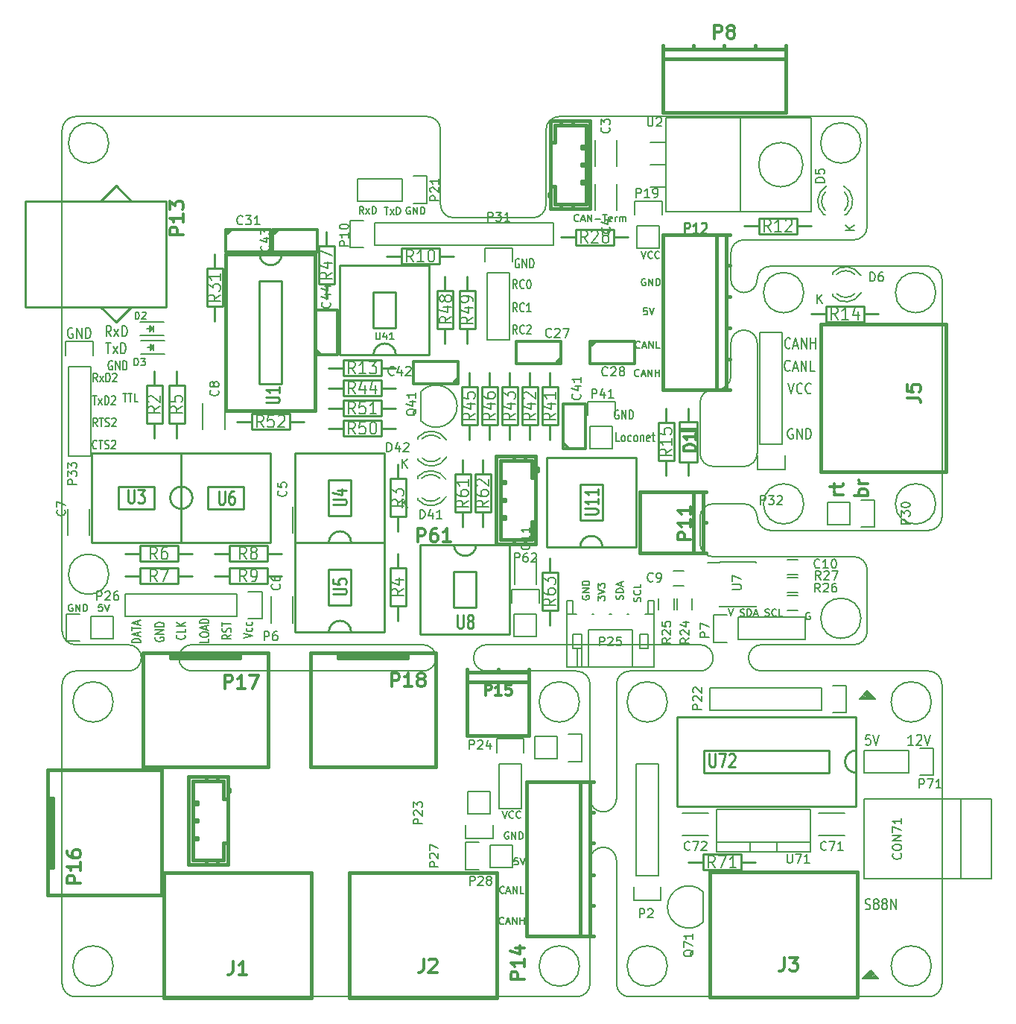
<source format=gto>
G04 #@! TF.GenerationSoftware,KiCad,Pcbnew,5.0.2-bee76a0~70~ubuntu18.04.1*
G04 #@! TF.CreationDate,2019-02-08T19:21:51+01:00*
G04 #@! TF.ProjectId,BPi-CAN,4250692d-4341-44e2-9e6b-696361645f70,rev?*
G04 #@! TF.SameCoordinates,Original*
G04 #@! TF.FileFunction,Legend,Top*
G04 #@! TF.FilePolarity,Positive*
%FSLAX46Y46*%
G04 Gerber Fmt 4.6, Leading zero omitted, Abs format (unit mm)*
G04 Created by KiCad (PCBNEW 5.0.2-bee76a0~70~ubuntu18.04.1) date Fr 08 Feb 2019 19:21:51 CET*
%MOMM*%
%LPD*%
G01*
G04 APERTURE LIST*
%ADD10C,0.200000*%
%ADD11C,0.300000*%
%ADD12C,0.150000*%
%ADD13C,0.381000*%
%ADD14C,0.254000*%
%ADD15C,0.304800*%
%ADD16C,0.250000*%
%ADD17C,0.285750*%
%ADD18C,0.287020*%
%ADD19C,0.203200*%
G04 APERTURE END LIST*
D10*
X120610380Y-99250380D02*
X121610380Y-98983714D01*
X120610380Y-98717047D01*
X121562761Y-98107523D02*
X121610380Y-98183714D01*
X121610380Y-98336095D01*
X121562761Y-98412285D01*
X121515142Y-98450380D01*
X121419904Y-98488476D01*
X121134190Y-98488476D01*
X121038952Y-98450380D01*
X120991333Y-98412285D01*
X120943714Y-98336095D01*
X120943714Y-98183714D01*
X120991333Y-98107523D01*
X121562761Y-97421809D02*
X121610380Y-97498000D01*
X121610380Y-97650380D01*
X121562761Y-97726571D01*
X121515142Y-97764666D01*
X121419904Y-97802761D01*
X121134190Y-97802761D01*
X121038952Y-97764666D01*
X120991333Y-97726571D01*
X120943714Y-97650380D01*
X120943714Y-97498000D01*
X120991333Y-97421809D01*
X119197380Y-98863095D02*
X118721190Y-99129761D01*
X119197380Y-99320238D02*
X118197380Y-99320238D01*
X118197380Y-99015476D01*
X118245000Y-98939285D01*
X118292619Y-98901190D01*
X118387857Y-98863095D01*
X118530714Y-98863095D01*
X118625952Y-98901190D01*
X118673571Y-98939285D01*
X118721190Y-99015476D01*
X118721190Y-99320238D01*
X119149761Y-98558333D02*
X119197380Y-98444047D01*
X119197380Y-98253571D01*
X119149761Y-98177380D01*
X119102142Y-98139285D01*
X119006904Y-98101190D01*
X118911666Y-98101190D01*
X118816428Y-98139285D01*
X118768809Y-98177380D01*
X118721190Y-98253571D01*
X118673571Y-98405952D01*
X118625952Y-98482142D01*
X118578333Y-98520238D01*
X118483095Y-98558333D01*
X118387857Y-98558333D01*
X118292619Y-98520238D01*
X118245000Y-98482142D01*
X118197380Y-98405952D01*
X118197380Y-98215476D01*
X118245000Y-98101190D01*
X118197380Y-97872619D02*
X118197380Y-97415476D01*
X119197380Y-97644047D02*
X118197380Y-97644047D01*
X116657380Y-99339285D02*
X116657380Y-99720238D01*
X115657380Y-99720238D01*
X115657380Y-98920238D02*
X115657380Y-98767857D01*
X115705000Y-98691666D01*
X115800238Y-98615476D01*
X115990714Y-98577380D01*
X116324047Y-98577380D01*
X116514523Y-98615476D01*
X116609761Y-98691666D01*
X116657380Y-98767857D01*
X116657380Y-98920238D01*
X116609761Y-98996428D01*
X116514523Y-99072619D01*
X116324047Y-99110714D01*
X115990714Y-99110714D01*
X115800238Y-99072619D01*
X115705000Y-98996428D01*
X115657380Y-98920238D01*
X116371666Y-98272619D02*
X116371666Y-97891666D01*
X116657380Y-98348809D02*
X115657380Y-98082142D01*
X116657380Y-97815476D01*
X116657380Y-97548809D02*
X115657380Y-97548809D01*
X115657380Y-97358333D01*
X115705000Y-97244047D01*
X115800238Y-97167857D01*
X115895476Y-97129761D01*
X116085952Y-97091666D01*
X116228809Y-97091666D01*
X116419285Y-97129761D01*
X116514523Y-97167857D01*
X116609761Y-97244047D01*
X116657380Y-97358333D01*
X116657380Y-97548809D01*
X113895142Y-98901190D02*
X113942761Y-98939285D01*
X113990380Y-99053571D01*
X113990380Y-99129761D01*
X113942761Y-99244047D01*
X113847523Y-99320238D01*
X113752285Y-99358333D01*
X113561809Y-99396428D01*
X113418952Y-99396428D01*
X113228476Y-99358333D01*
X113133238Y-99320238D01*
X113038000Y-99244047D01*
X112990380Y-99129761D01*
X112990380Y-99053571D01*
X113038000Y-98939285D01*
X113085619Y-98901190D01*
X113990380Y-98177380D02*
X113990380Y-98558333D01*
X112990380Y-98558333D01*
X113990380Y-97910714D02*
X112990380Y-97910714D01*
X113990380Y-97453571D02*
X113418952Y-97796428D01*
X112990380Y-97453571D02*
X113561809Y-97910714D01*
X110625000Y-99161523D02*
X110577380Y-99237714D01*
X110577380Y-99352000D01*
X110625000Y-99466285D01*
X110720238Y-99542476D01*
X110815476Y-99580571D01*
X111005952Y-99618666D01*
X111148809Y-99618666D01*
X111339285Y-99580571D01*
X111434523Y-99542476D01*
X111529761Y-99466285D01*
X111577380Y-99352000D01*
X111577380Y-99275809D01*
X111529761Y-99161523D01*
X111482142Y-99123428D01*
X111148809Y-99123428D01*
X111148809Y-99275809D01*
X111577380Y-98780571D02*
X110577380Y-98780571D01*
X111577380Y-98323428D01*
X110577380Y-98323428D01*
X111577380Y-97942476D02*
X110577380Y-97942476D01*
X110577380Y-97752000D01*
X110625000Y-97637714D01*
X110720238Y-97561523D01*
X110815476Y-97523428D01*
X111005952Y-97485333D01*
X111148809Y-97485333D01*
X111339285Y-97523428D01*
X111434523Y-97561523D01*
X111529761Y-97637714D01*
X111577380Y-97752000D01*
X111577380Y-97942476D01*
X108910380Y-99752000D02*
X107910380Y-99752000D01*
X107910380Y-99561523D01*
X107958000Y-99447238D01*
X108053238Y-99371047D01*
X108148476Y-99332952D01*
X108338952Y-99294857D01*
X108481809Y-99294857D01*
X108672285Y-99332952D01*
X108767523Y-99371047D01*
X108862761Y-99447238D01*
X108910380Y-99561523D01*
X108910380Y-99752000D01*
X108624666Y-98990095D02*
X108624666Y-98609142D01*
X108910380Y-99066285D02*
X107910380Y-98799619D01*
X108910380Y-98532952D01*
X107910380Y-98380571D02*
X107910380Y-97923428D01*
X108910380Y-98152000D02*
X107910380Y-98152000D01*
X108624666Y-97694857D02*
X108624666Y-97313904D01*
X108910380Y-97771047D02*
X107910380Y-97504380D01*
X108910380Y-97237714D01*
X151942876Y-56218200D02*
X151866685Y-56170580D01*
X151752400Y-56170580D01*
X151638114Y-56218200D01*
X151561923Y-56313438D01*
X151523828Y-56408676D01*
X151485733Y-56599152D01*
X151485733Y-56742009D01*
X151523828Y-56932485D01*
X151561923Y-57027723D01*
X151638114Y-57122961D01*
X151752400Y-57170580D01*
X151828590Y-57170580D01*
X151942876Y-57122961D01*
X151980971Y-57075342D01*
X151980971Y-56742009D01*
X151828590Y-56742009D01*
X152323828Y-57170580D02*
X152323828Y-56170580D01*
X152780971Y-57170580D01*
X152780971Y-56170580D01*
X153161923Y-57170580D02*
X153161923Y-56170580D01*
X153352400Y-56170580D01*
X153466685Y-56218200D01*
X153542876Y-56313438D01*
X153580971Y-56408676D01*
X153619066Y-56599152D01*
X153619066Y-56742009D01*
X153580971Y-56932485D01*
X153542876Y-57027723D01*
X153466685Y-57122961D01*
X153352400Y-57170580D01*
X153161923Y-57170580D01*
X151714266Y-59532780D02*
X151447600Y-59056590D01*
X151257123Y-59532780D02*
X151257123Y-58532780D01*
X151561885Y-58532780D01*
X151638076Y-58580400D01*
X151676171Y-58628019D01*
X151714266Y-58723257D01*
X151714266Y-58866114D01*
X151676171Y-58961352D01*
X151638076Y-59008971D01*
X151561885Y-59056590D01*
X151257123Y-59056590D01*
X152514266Y-59437542D02*
X152476171Y-59485161D01*
X152361885Y-59532780D01*
X152285695Y-59532780D01*
X152171409Y-59485161D01*
X152095219Y-59389923D01*
X152057123Y-59294685D01*
X152019028Y-59104209D01*
X152019028Y-58961352D01*
X152057123Y-58770876D01*
X152095219Y-58675638D01*
X152171409Y-58580400D01*
X152285695Y-58532780D01*
X152361885Y-58532780D01*
X152476171Y-58580400D01*
X152514266Y-58628019D01*
X153009504Y-58532780D02*
X153085695Y-58532780D01*
X153161885Y-58580400D01*
X153199980Y-58628019D01*
X153238076Y-58723257D01*
X153276171Y-58913733D01*
X153276171Y-59151828D01*
X153238076Y-59342304D01*
X153199980Y-59437542D01*
X153161885Y-59485161D01*
X153085695Y-59532780D01*
X153009504Y-59532780D01*
X152933314Y-59485161D01*
X152895219Y-59437542D01*
X152857123Y-59342304D01*
X152819028Y-59151828D01*
X152819028Y-58913733D01*
X152857123Y-58723257D01*
X152895219Y-58628019D01*
X152933314Y-58580400D01*
X153009504Y-58532780D01*
X151714266Y-62174380D02*
X151447600Y-61698190D01*
X151257123Y-62174380D02*
X151257123Y-61174380D01*
X151561885Y-61174380D01*
X151638076Y-61222000D01*
X151676171Y-61269619D01*
X151714266Y-61364857D01*
X151714266Y-61507714D01*
X151676171Y-61602952D01*
X151638076Y-61650571D01*
X151561885Y-61698190D01*
X151257123Y-61698190D01*
X152514266Y-62079142D02*
X152476171Y-62126761D01*
X152361885Y-62174380D01*
X152285695Y-62174380D01*
X152171409Y-62126761D01*
X152095219Y-62031523D01*
X152057123Y-61936285D01*
X152019028Y-61745809D01*
X152019028Y-61602952D01*
X152057123Y-61412476D01*
X152095219Y-61317238D01*
X152171409Y-61222000D01*
X152285695Y-61174380D01*
X152361885Y-61174380D01*
X152476171Y-61222000D01*
X152514266Y-61269619D01*
X153276171Y-62174380D02*
X152819028Y-62174380D01*
X153047600Y-62174380D02*
X153047600Y-61174380D01*
X152971409Y-61317238D01*
X152895219Y-61412476D01*
X152819028Y-61460095D01*
X151714266Y-64688980D02*
X151447600Y-64212790D01*
X151257123Y-64688980D02*
X151257123Y-63688980D01*
X151561885Y-63688980D01*
X151638076Y-63736600D01*
X151676171Y-63784219D01*
X151714266Y-63879457D01*
X151714266Y-64022314D01*
X151676171Y-64117552D01*
X151638076Y-64165171D01*
X151561885Y-64212790D01*
X151257123Y-64212790D01*
X152514266Y-64593742D02*
X152476171Y-64641361D01*
X152361885Y-64688980D01*
X152285695Y-64688980D01*
X152171409Y-64641361D01*
X152095219Y-64546123D01*
X152057123Y-64450885D01*
X152019028Y-64260409D01*
X152019028Y-64117552D01*
X152057123Y-63927076D01*
X152095219Y-63831838D01*
X152171409Y-63736600D01*
X152285695Y-63688980D01*
X152361885Y-63688980D01*
X152476171Y-63736600D01*
X152514266Y-63784219D01*
X152819028Y-63784219D02*
X152857123Y-63736600D01*
X152933314Y-63688980D01*
X153123790Y-63688980D01*
X153199980Y-63736600D01*
X153238076Y-63784219D01*
X153276171Y-63879457D01*
X153276171Y-63974695D01*
X153238076Y-64117552D01*
X152780933Y-64688980D01*
X153276171Y-64688980D01*
X163220476Y-73414000D02*
X163144285Y-73366380D01*
X163030000Y-73366380D01*
X162915714Y-73414000D01*
X162839523Y-73509238D01*
X162801428Y-73604476D01*
X162763333Y-73794952D01*
X162763333Y-73937809D01*
X162801428Y-74128285D01*
X162839523Y-74223523D01*
X162915714Y-74318761D01*
X163030000Y-74366380D01*
X163106190Y-74366380D01*
X163220476Y-74318761D01*
X163258571Y-74271142D01*
X163258571Y-73937809D01*
X163106190Y-73937809D01*
X163601428Y-74366380D02*
X163601428Y-73366380D01*
X164058571Y-74366380D01*
X164058571Y-73366380D01*
X164439523Y-74366380D02*
X164439523Y-73366380D01*
X164630000Y-73366380D01*
X164744285Y-73414000D01*
X164820476Y-73509238D01*
X164858571Y-73604476D01*
X164896666Y-73794952D01*
X164896666Y-73937809D01*
X164858571Y-74128285D01*
X164820476Y-74223523D01*
X164744285Y-74318761D01*
X164630000Y-74366380D01*
X164439523Y-74366380D01*
X163347619Y-76906380D02*
X162966666Y-76906380D01*
X162966666Y-75906380D01*
X163728571Y-76906380D02*
X163652380Y-76858761D01*
X163614285Y-76811142D01*
X163576190Y-76715904D01*
X163576190Y-76430190D01*
X163614285Y-76334952D01*
X163652380Y-76287333D01*
X163728571Y-76239714D01*
X163842857Y-76239714D01*
X163919047Y-76287333D01*
X163957142Y-76334952D01*
X163995238Y-76430190D01*
X163995238Y-76715904D01*
X163957142Y-76811142D01*
X163919047Y-76858761D01*
X163842857Y-76906380D01*
X163728571Y-76906380D01*
X164680952Y-76858761D02*
X164604761Y-76906380D01*
X164452380Y-76906380D01*
X164376190Y-76858761D01*
X164338095Y-76811142D01*
X164300000Y-76715904D01*
X164300000Y-76430190D01*
X164338095Y-76334952D01*
X164376190Y-76287333D01*
X164452380Y-76239714D01*
X164604761Y-76239714D01*
X164680952Y-76287333D01*
X165138095Y-76906380D02*
X165061904Y-76858761D01*
X165023809Y-76811142D01*
X164985714Y-76715904D01*
X164985714Y-76430190D01*
X165023809Y-76334952D01*
X165061904Y-76287333D01*
X165138095Y-76239714D01*
X165252380Y-76239714D01*
X165328571Y-76287333D01*
X165366666Y-76334952D01*
X165404761Y-76430190D01*
X165404761Y-76715904D01*
X165366666Y-76811142D01*
X165328571Y-76858761D01*
X165252380Y-76906380D01*
X165138095Y-76906380D01*
X165747619Y-76239714D02*
X165747619Y-76906380D01*
X165747619Y-76334952D02*
X165785714Y-76287333D01*
X165861904Y-76239714D01*
X165976190Y-76239714D01*
X166052380Y-76287333D01*
X166090476Y-76382571D01*
X166090476Y-76906380D01*
X166776190Y-76858761D02*
X166700000Y-76906380D01*
X166547619Y-76906380D01*
X166471428Y-76858761D01*
X166433333Y-76763523D01*
X166433333Y-76382571D01*
X166471428Y-76287333D01*
X166547619Y-76239714D01*
X166700000Y-76239714D01*
X166776190Y-76287333D01*
X166814285Y-76382571D01*
X166814285Y-76477809D01*
X166433333Y-76573047D01*
X167042857Y-76239714D02*
X167347619Y-76239714D01*
X167157142Y-75906380D02*
X167157142Y-76763523D01*
X167195238Y-76858761D01*
X167271428Y-76906380D01*
X167347619Y-76906380D01*
X191278095Y-130025714D02*
X191420952Y-130082857D01*
X191659047Y-130082857D01*
X191754285Y-130025714D01*
X191801904Y-129968571D01*
X191849523Y-129854285D01*
X191849523Y-129740000D01*
X191801904Y-129625714D01*
X191754285Y-129568571D01*
X191659047Y-129511428D01*
X191468571Y-129454285D01*
X191373333Y-129397142D01*
X191325714Y-129340000D01*
X191278095Y-129225714D01*
X191278095Y-129111428D01*
X191325714Y-128997142D01*
X191373333Y-128940000D01*
X191468571Y-128882857D01*
X191706666Y-128882857D01*
X191849523Y-128940000D01*
X192420952Y-129397142D02*
X192325714Y-129340000D01*
X192278095Y-129282857D01*
X192230476Y-129168571D01*
X192230476Y-129111428D01*
X192278095Y-128997142D01*
X192325714Y-128940000D01*
X192420952Y-128882857D01*
X192611428Y-128882857D01*
X192706666Y-128940000D01*
X192754285Y-128997142D01*
X192801904Y-129111428D01*
X192801904Y-129168571D01*
X192754285Y-129282857D01*
X192706666Y-129340000D01*
X192611428Y-129397142D01*
X192420952Y-129397142D01*
X192325714Y-129454285D01*
X192278095Y-129511428D01*
X192230476Y-129625714D01*
X192230476Y-129854285D01*
X192278095Y-129968571D01*
X192325714Y-130025714D01*
X192420952Y-130082857D01*
X192611428Y-130082857D01*
X192706666Y-130025714D01*
X192754285Y-129968571D01*
X192801904Y-129854285D01*
X192801904Y-129625714D01*
X192754285Y-129511428D01*
X192706666Y-129454285D01*
X192611428Y-129397142D01*
X193373333Y-129397142D02*
X193278095Y-129340000D01*
X193230476Y-129282857D01*
X193182857Y-129168571D01*
X193182857Y-129111428D01*
X193230476Y-128997142D01*
X193278095Y-128940000D01*
X193373333Y-128882857D01*
X193563809Y-128882857D01*
X193659047Y-128940000D01*
X193706666Y-128997142D01*
X193754285Y-129111428D01*
X193754285Y-129168571D01*
X193706666Y-129282857D01*
X193659047Y-129340000D01*
X193563809Y-129397142D01*
X193373333Y-129397142D01*
X193278095Y-129454285D01*
X193230476Y-129511428D01*
X193182857Y-129625714D01*
X193182857Y-129854285D01*
X193230476Y-129968571D01*
X193278095Y-130025714D01*
X193373333Y-130082857D01*
X193563809Y-130082857D01*
X193659047Y-130025714D01*
X193706666Y-129968571D01*
X193754285Y-129854285D01*
X193754285Y-129625714D01*
X193706666Y-129511428D01*
X193659047Y-129454285D01*
X193563809Y-129397142D01*
X194182857Y-130082857D02*
X194182857Y-128882857D01*
X194754285Y-130082857D01*
X194754285Y-128882857D01*
X191516000Y-105283000D02*
X190627000Y-106172000D01*
X190627000Y-106172000D02*
X192405000Y-106172000D01*
X192405000Y-106172000D02*
X191516000Y-105283000D01*
X191516000Y-105283000D02*
X191516000Y-105537000D01*
X191516000Y-105537000D02*
X190881000Y-106172000D01*
X190881000Y-106172000D02*
X192151000Y-106172000D01*
X192151000Y-106172000D02*
X191516000Y-105537000D01*
X191516000Y-105537000D02*
X191516000Y-105791000D01*
X191516000Y-105791000D02*
X191135000Y-106172000D01*
X191135000Y-106172000D02*
X191897000Y-106172000D01*
X191897000Y-106172000D02*
X191516000Y-105791000D01*
X191516000Y-105791000D02*
X191516000Y-106045000D01*
X191516000Y-106045000D02*
X191389000Y-106045000D01*
X191389000Y-106045000D02*
X191643000Y-106045000D01*
X196738952Y-111413857D02*
X196167523Y-111413857D01*
X196453238Y-111413857D02*
X196453238Y-110213857D01*
X196358000Y-110385285D01*
X196262761Y-110499571D01*
X196167523Y-110556714D01*
X197119904Y-110328142D02*
X197167523Y-110271000D01*
X197262761Y-110213857D01*
X197500857Y-110213857D01*
X197596095Y-110271000D01*
X197643714Y-110328142D01*
X197691333Y-110442428D01*
X197691333Y-110556714D01*
X197643714Y-110728142D01*
X197072285Y-111413857D01*
X197691333Y-111413857D01*
X197977047Y-110213857D02*
X198310380Y-111413857D01*
X198643714Y-110213857D01*
X191833523Y-110213857D02*
X191357333Y-110213857D01*
X191309714Y-110785285D01*
X191357333Y-110728142D01*
X191452571Y-110671000D01*
X191690666Y-110671000D01*
X191785904Y-110728142D01*
X191833523Y-110785285D01*
X191881142Y-110899571D01*
X191881142Y-111185285D01*
X191833523Y-111299571D01*
X191785904Y-111356714D01*
X191690666Y-111413857D01*
X191452571Y-111413857D01*
X191357333Y-111356714D01*
X191309714Y-111299571D01*
X192166857Y-110213857D02*
X192500190Y-111413857D01*
X192833523Y-110213857D01*
X191770000Y-137795000D02*
X192024000Y-137795000D01*
X191897000Y-137795000D02*
X191770000Y-137795000D01*
X191897000Y-137541000D02*
X191897000Y-137795000D01*
X192278000Y-137922000D02*
X191897000Y-137541000D01*
X191516000Y-137922000D02*
X192278000Y-137922000D01*
X191897000Y-137541000D02*
X191516000Y-137922000D01*
X191897000Y-137287000D02*
X191897000Y-137541000D01*
X192532000Y-137922000D02*
X191897000Y-137287000D01*
X191262000Y-137922000D02*
X192532000Y-137922000D01*
X191897000Y-137287000D02*
X191262000Y-137922000D01*
X191897000Y-137033000D02*
X191897000Y-137287000D01*
X192786000Y-137922000D02*
X191897000Y-137033000D01*
X191008000Y-137922000D02*
X192786000Y-137922000D01*
X191897000Y-137033000D02*
X191008000Y-137922000D01*
X106889657Y-71435980D02*
X107346800Y-71435980D01*
X107118228Y-72435980D02*
X107118228Y-71435980D01*
X107499180Y-71435980D02*
X107956323Y-71435980D01*
X107727752Y-72435980D02*
X107727752Y-71435980D01*
X108603942Y-72435980D02*
X108222990Y-72435980D01*
X108222990Y-71435980D01*
X103930552Y-77674742D02*
X103892457Y-77722361D01*
X103778171Y-77769980D01*
X103701980Y-77769980D01*
X103587695Y-77722361D01*
X103511504Y-77627123D01*
X103473409Y-77531885D01*
X103435314Y-77341409D01*
X103435314Y-77198552D01*
X103473409Y-77008076D01*
X103511504Y-76912838D01*
X103587695Y-76817600D01*
X103701980Y-76769980D01*
X103778171Y-76769980D01*
X103892457Y-76817600D01*
X103930552Y-76865219D01*
X104159123Y-76769980D02*
X104616266Y-76769980D01*
X104387695Y-77769980D02*
X104387695Y-76769980D01*
X104844838Y-77722361D02*
X104959123Y-77769980D01*
X105149600Y-77769980D01*
X105225790Y-77722361D01*
X105263885Y-77674742D01*
X105301980Y-77579504D01*
X105301980Y-77484266D01*
X105263885Y-77389028D01*
X105225790Y-77341409D01*
X105149600Y-77293790D01*
X104997219Y-77246171D01*
X104921028Y-77198552D01*
X104882933Y-77150933D01*
X104844838Y-77055695D01*
X104844838Y-76960457D01*
X104882933Y-76865219D01*
X104921028Y-76817600D01*
X104997219Y-76769980D01*
X105187695Y-76769980D01*
X105301980Y-76817600D01*
X105606742Y-76865219D02*
X105644838Y-76817600D01*
X105721028Y-76769980D01*
X105911504Y-76769980D01*
X105987695Y-76817600D01*
X106025790Y-76865219D01*
X106063885Y-76960457D01*
X106063885Y-77055695D01*
X106025790Y-77198552D01*
X105568647Y-77769980D01*
X106063885Y-77769980D01*
X103981352Y-75229980D02*
X103714685Y-74753790D01*
X103524209Y-75229980D02*
X103524209Y-74229980D01*
X103828971Y-74229980D01*
X103905161Y-74277600D01*
X103943257Y-74325219D01*
X103981352Y-74420457D01*
X103981352Y-74563314D01*
X103943257Y-74658552D01*
X103905161Y-74706171D01*
X103828971Y-74753790D01*
X103524209Y-74753790D01*
X104209923Y-74229980D02*
X104667066Y-74229980D01*
X104438495Y-75229980D02*
X104438495Y-74229980D01*
X104895638Y-75182361D02*
X105009923Y-75229980D01*
X105200400Y-75229980D01*
X105276590Y-75182361D01*
X105314685Y-75134742D01*
X105352780Y-75039504D01*
X105352780Y-74944266D01*
X105314685Y-74849028D01*
X105276590Y-74801409D01*
X105200400Y-74753790D01*
X105048019Y-74706171D01*
X104971828Y-74658552D01*
X104933733Y-74610933D01*
X104895638Y-74515695D01*
X104895638Y-74420457D01*
X104933733Y-74325219D01*
X104971828Y-74277600D01*
X105048019Y-74229980D01*
X105238495Y-74229980D01*
X105352780Y-74277600D01*
X105657542Y-74325219D02*
X105695638Y-74277600D01*
X105771828Y-74229980D01*
X105962304Y-74229980D01*
X106038495Y-74277600D01*
X106076590Y-74325219D01*
X106114685Y-74420457D01*
X106114685Y-74515695D01*
X106076590Y-74658552D01*
X105619447Y-75229980D01*
X106114685Y-75229980D01*
X105689476Y-67826000D02*
X105613285Y-67778380D01*
X105499000Y-67778380D01*
X105384714Y-67826000D01*
X105308523Y-67921238D01*
X105270428Y-68016476D01*
X105232333Y-68206952D01*
X105232333Y-68349809D01*
X105270428Y-68540285D01*
X105308523Y-68635523D01*
X105384714Y-68730761D01*
X105499000Y-68778380D01*
X105575190Y-68778380D01*
X105689476Y-68730761D01*
X105727571Y-68683142D01*
X105727571Y-68349809D01*
X105575190Y-68349809D01*
X106070428Y-68778380D02*
X106070428Y-67778380D01*
X106527571Y-68778380D01*
X106527571Y-67778380D01*
X106908523Y-68778380D02*
X106908523Y-67778380D01*
X107099000Y-67778380D01*
X107213285Y-67826000D01*
X107289476Y-67921238D01*
X107327571Y-68016476D01*
X107365666Y-68206952D01*
X107365666Y-68349809D01*
X107327571Y-68540285D01*
X107289476Y-68635523D01*
X107213285Y-68730761D01*
X107099000Y-68778380D01*
X106908523Y-68778380D01*
X103994057Y-70149980D02*
X103727390Y-69673790D01*
X103536914Y-70149980D02*
X103536914Y-69149980D01*
X103841676Y-69149980D01*
X103917866Y-69197600D01*
X103955961Y-69245219D01*
X103994057Y-69340457D01*
X103994057Y-69483314D01*
X103955961Y-69578552D01*
X103917866Y-69626171D01*
X103841676Y-69673790D01*
X103536914Y-69673790D01*
X104260723Y-70149980D02*
X104679771Y-69483314D01*
X104260723Y-69483314D02*
X104679771Y-70149980D01*
X104984533Y-70149980D02*
X104984533Y-69149980D01*
X105175009Y-69149980D01*
X105289295Y-69197600D01*
X105365485Y-69292838D01*
X105403580Y-69388076D01*
X105441676Y-69578552D01*
X105441676Y-69721409D01*
X105403580Y-69911885D01*
X105365485Y-70007123D01*
X105289295Y-70102361D01*
X105175009Y-70149980D01*
X104984533Y-70149980D01*
X105746438Y-69245219D02*
X105784533Y-69197600D01*
X105860723Y-69149980D01*
X106051200Y-69149980D01*
X106127390Y-69197600D01*
X106165485Y-69245219D01*
X106203580Y-69340457D01*
X106203580Y-69435695D01*
X106165485Y-69578552D01*
X105708342Y-70149980D01*
X106203580Y-70149980D01*
X103467066Y-71740780D02*
X103924209Y-71740780D01*
X103695638Y-72740780D02*
X103695638Y-71740780D01*
X104114685Y-72740780D02*
X104533733Y-72074114D01*
X104114685Y-72074114D02*
X104533733Y-72740780D01*
X104838495Y-72740780D02*
X104838495Y-71740780D01*
X105028971Y-71740780D01*
X105143257Y-71788400D01*
X105219447Y-71883638D01*
X105257542Y-71978876D01*
X105295638Y-72169352D01*
X105295638Y-72312209D01*
X105257542Y-72502685D01*
X105219447Y-72597923D01*
X105143257Y-72693161D01*
X105028971Y-72740780D01*
X104838495Y-72740780D01*
X105600400Y-71836019D02*
X105638495Y-71788400D01*
X105714685Y-71740780D01*
X105905161Y-71740780D01*
X105981352Y-71788400D01*
X106019447Y-71836019D01*
X106057542Y-71931257D01*
X106057542Y-72026495D01*
X106019447Y-72169352D01*
X105562304Y-72740780D01*
X106057542Y-72740780D01*
X101168295Y-64043000D02*
X101073057Y-63985857D01*
X100930200Y-63985857D01*
X100787342Y-64043000D01*
X100692104Y-64157285D01*
X100644485Y-64271571D01*
X100596866Y-64500142D01*
X100596866Y-64671571D01*
X100644485Y-64900142D01*
X100692104Y-65014428D01*
X100787342Y-65128714D01*
X100930200Y-65185857D01*
X101025438Y-65185857D01*
X101168295Y-65128714D01*
X101215914Y-65071571D01*
X101215914Y-64671571D01*
X101025438Y-64671571D01*
X101644485Y-65185857D02*
X101644485Y-63985857D01*
X102215914Y-65185857D01*
X102215914Y-63985857D01*
X102692104Y-65185857D02*
X102692104Y-63985857D01*
X102930200Y-63985857D01*
X103073057Y-64043000D01*
X103168295Y-64157285D01*
X103215914Y-64271571D01*
X103263533Y-64500142D01*
X103263533Y-64671571D01*
X103215914Y-64900142D01*
X103168295Y-65014428D01*
X103073057Y-65128714D01*
X102930200Y-65185857D01*
X102692104Y-65185857D01*
X158699504Y-51847714D02*
X158661409Y-51885809D01*
X158547123Y-51923904D01*
X158470933Y-51923904D01*
X158356647Y-51885809D01*
X158280457Y-51809619D01*
X158242361Y-51733428D01*
X158204266Y-51581047D01*
X158204266Y-51466761D01*
X158242361Y-51314380D01*
X158280457Y-51238190D01*
X158356647Y-51162000D01*
X158470933Y-51123904D01*
X158547123Y-51123904D01*
X158661409Y-51162000D01*
X158699504Y-51200095D01*
X159004266Y-51695333D02*
X159385219Y-51695333D01*
X158928076Y-51923904D02*
X159194742Y-51123904D01*
X159461409Y-51923904D01*
X159728076Y-51923904D02*
X159728076Y-51123904D01*
X160185219Y-51923904D01*
X160185219Y-51123904D01*
X160566171Y-51619142D02*
X161175695Y-51619142D01*
X161442361Y-51123904D02*
X161899504Y-51123904D01*
X161670933Y-51923904D02*
X161670933Y-51123904D01*
X162470933Y-51885809D02*
X162394742Y-51923904D01*
X162242361Y-51923904D01*
X162166171Y-51885809D01*
X162128076Y-51809619D01*
X162128076Y-51504857D01*
X162166171Y-51428666D01*
X162242361Y-51390571D01*
X162394742Y-51390571D01*
X162470933Y-51428666D01*
X162509028Y-51504857D01*
X162509028Y-51581047D01*
X162128076Y-51657238D01*
X162851885Y-51923904D02*
X162851885Y-51390571D01*
X162851885Y-51542952D02*
X162889980Y-51466761D01*
X162928076Y-51428666D01*
X163004266Y-51390571D01*
X163080457Y-51390571D01*
X163347123Y-51923904D02*
X163347123Y-51390571D01*
X163347123Y-51466761D02*
X163385219Y-51428666D01*
X163461409Y-51390571D01*
X163575695Y-51390571D01*
X163651885Y-51428666D01*
X163689980Y-51504857D01*
X163689980Y-51923904D01*
X163689980Y-51504857D02*
X163728076Y-51428666D01*
X163804266Y-51390571D01*
X163918552Y-51390571D01*
X163994742Y-51428666D01*
X164032838Y-51504857D01*
X164032838Y-51923904D01*
X183032495Y-75498400D02*
X182937257Y-75441257D01*
X182794400Y-75441257D01*
X182651542Y-75498400D01*
X182556304Y-75612685D01*
X182508685Y-75726971D01*
X182461066Y-75955542D01*
X182461066Y-76126971D01*
X182508685Y-76355542D01*
X182556304Y-76469828D01*
X182651542Y-76584114D01*
X182794400Y-76641257D01*
X182889638Y-76641257D01*
X183032495Y-76584114D01*
X183080114Y-76526971D01*
X183080114Y-76126971D01*
X182889638Y-76126971D01*
X183508685Y-76641257D02*
X183508685Y-75441257D01*
X184080114Y-76641257D01*
X184080114Y-75441257D01*
X184556304Y-76641257D02*
X184556304Y-75441257D01*
X184794400Y-75441257D01*
X184937257Y-75498400D01*
X185032495Y-75612685D01*
X185080114Y-75726971D01*
X185127733Y-75955542D01*
X185127733Y-76126971D01*
X185080114Y-76355542D01*
X185032495Y-76469828D01*
X184937257Y-76584114D01*
X184794400Y-76641257D01*
X184556304Y-76641257D01*
X182537266Y-70285057D02*
X182870600Y-71485057D01*
X183203933Y-70285057D01*
X184108695Y-71370771D02*
X184061076Y-71427914D01*
X183918219Y-71485057D01*
X183822980Y-71485057D01*
X183680123Y-71427914D01*
X183584885Y-71313628D01*
X183537266Y-71199342D01*
X183489647Y-70970771D01*
X183489647Y-70799342D01*
X183537266Y-70570771D01*
X183584885Y-70456485D01*
X183680123Y-70342200D01*
X183822980Y-70285057D01*
X183918219Y-70285057D01*
X184061076Y-70342200D01*
X184108695Y-70399342D01*
X185108695Y-71370771D02*
X185061076Y-71427914D01*
X184918219Y-71485057D01*
X184822980Y-71485057D01*
X184680123Y-71427914D01*
X184584885Y-71313628D01*
X184537266Y-71199342D01*
X184489647Y-70970771D01*
X184489647Y-70799342D01*
X184537266Y-70570771D01*
X184584885Y-70456485D01*
X184680123Y-70342200D01*
X184822980Y-70285057D01*
X184918219Y-70285057D01*
X185061076Y-70342200D01*
X185108695Y-70399342D01*
X182721380Y-68805371D02*
X182673761Y-68862514D01*
X182530904Y-68919657D01*
X182435666Y-68919657D01*
X182292809Y-68862514D01*
X182197571Y-68748228D01*
X182149952Y-68633942D01*
X182102333Y-68405371D01*
X182102333Y-68233942D01*
X182149952Y-68005371D01*
X182197571Y-67891085D01*
X182292809Y-67776800D01*
X182435666Y-67719657D01*
X182530904Y-67719657D01*
X182673761Y-67776800D01*
X182721380Y-67833942D01*
X183102333Y-68576800D02*
X183578523Y-68576800D01*
X183007095Y-68919657D02*
X183340428Y-67719657D01*
X183673761Y-68919657D01*
X184007095Y-68919657D02*
X184007095Y-67719657D01*
X184578523Y-68919657D01*
X184578523Y-67719657D01*
X185530904Y-68919657D02*
X185054714Y-68919657D01*
X185054714Y-67719657D01*
X182754733Y-66239971D02*
X182707114Y-66297114D01*
X182564257Y-66354257D01*
X182469019Y-66354257D01*
X182326161Y-66297114D01*
X182230923Y-66182828D01*
X182183304Y-66068542D01*
X182135685Y-65839971D01*
X182135685Y-65668542D01*
X182183304Y-65439971D01*
X182230923Y-65325685D01*
X182326161Y-65211400D01*
X182469019Y-65154257D01*
X182564257Y-65154257D01*
X182707114Y-65211400D01*
X182754733Y-65268542D01*
X183135685Y-66011400D02*
X183611876Y-66011400D01*
X183040447Y-66354257D02*
X183373780Y-65154257D01*
X183707114Y-66354257D01*
X184040447Y-66354257D02*
X184040447Y-65154257D01*
X184611876Y-66354257D01*
X184611876Y-65154257D01*
X185088066Y-66354257D02*
X185088066Y-65154257D01*
X185088066Y-65725685D02*
X185659495Y-65725685D01*
X185659495Y-66354257D02*
X185659495Y-65154257D01*
D11*
X191534171Y-83030914D02*
X190034171Y-83030914D01*
X190605600Y-83030914D02*
X190534171Y-82888057D01*
X190534171Y-82602342D01*
X190605600Y-82459485D01*
X190677028Y-82388057D01*
X190819885Y-82316628D01*
X191248457Y-82316628D01*
X191391314Y-82388057D01*
X191462742Y-82459485D01*
X191534171Y-82602342D01*
X191534171Y-82888057D01*
X191462742Y-83030914D01*
X191534171Y-81673771D02*
X190534171Y-81673771D01*
X190819885Y-81673771D02*
X190677028Y-81602342D01*
X190605600Y-81530914D01*
X190534171Y-81388057D01*
X190534171Y-81245200D01*
X188740171Y-82984114D02*
X187740171Y-82984114D01*
X188025885Y-82984114D02*
X187883028Y-82912685D01*
X187811600Y-82841257D01*
X187740171Y-82698400D01*
X187740171Y-82555542D01*
X187740171Y-82269828D02*
X187740171Y-81698400D01*
X187240171Y-82055542D02*
X188525885Y-82055542D01*
X188668742Y-81984114D01*
X188740171Y-81841257D01*
X188740171Y-81698400D01*
D12*
X176000000Y-58500000D02*
X176000000Y-55500000D01*
X176000000Y-69500000D02*
X176000000Y-65750000D01*
X179000000Y-65750000D02*
X179000000Y-78250000D01*
X176000000Y-58500000D02*
G75*
G03X177500000Y-60000000I1500000J0D01*
G01*
X179000000Y-65750000D02*
G75*
G03X177500000Y-64250000I-1500000J0D01*
G01*
X177500000Y-64250000D02*
G75*
G03X176000000Y-65750000I0J-1500000D01*
G01*
X172500000Y-78250000D02*
X172500000Y-72500000D01*
X177500000Y-79750000D02*
X174000000Y-79750000D01*
X174000000Y-84000000D02*
X177500000Y-84000000D01*
X172500000Y-88500000D02*
X172500000Y-85500000D01*
X172500000Y-78250000D02*
G75*
G03X174000000Y-79750000I1500000J0D01*
G01*
X177500000Y-79750000D02*
G75*
G03X179000000Y-78250000I0J1500000D01*
G01*
X174000000Y-84000000D02*
G75*
G03X172500000Y-85500000I0J-1500000D01*
G01*
X179000000Y-85500000D02*
G75*
G03X177500000Y-84000000I-1500000J0D01*
G01*
X177500000Y-60000000D02*
G75*
G03X179000000Y-58500000I0J1500000D01*
G01*
X200000000Y-58500000D02*
X200000000Y-85500000D01*
X180500000Y-57000000D02*
X198500000Y-57000000D01*
X180500000Y-87000000D02*
X198500000Y-87000000D01*
X179000000Y-85500000D02*
G75*
G03X180500000Y-87000000I1500000J0D01*
G01*
X198500000Y-87000000D02*
G75*
G03X200000000Y-85500000I0J1500000D01*
G01*
X200000000Y-58500000D02*
G75*
G03X198500000Y-57000000I-1500000J0D01*
G01*
X180500000Y-57000000D02*
G75*
G03X179000000Y-58500000I0J-1500000D01*
G01*
D10*
X105576761Y-64982657D02*
X105243428Y-64411228D01*
X105005333Y-64982657D02*
X105005333Y-63782657D01*
X105386285Y-63782657D01*
X105481523Y-63839800D01*
X105529142Y-63896942D01*
X105576761Y-64011228D01*
X105576761Y-64182657D01*
X105529142Y-64296942D01*
X105481523Y-64354085D01*
X105386285Y-64411228D01*
X105005333Y-64411228D01*
X105910095Y-64982657D02*
X106433904Y-64182657D01*
X105910095Y-64182657D02*
X106433904Y-64982657D01*
X106814857Y-64982657D02*
X106814857Y-63782657D01*
X107052952Y-63782657D01*
X107195809Y-63839800D01*
X107291047Y-63954085D01*
X107338666Y-64068371D01*
X107386285Y-64296942D01*
X107386285Y-64468371D01*
X107338666Y-64696942D01*
X107291047Y-64811228D01*
X107195809Y-64925514D01*
X107052952Y-64982657D01*
X106814857Y-64982657D01*
X104559119Y-95383404D02*
X104178166Y-95383404D01*
X104140071Y-95764357D01*
X104178166Y-95726261D01*
X104254357Y-95688166D01*
X104444833Y-95688166D01*
X104521023Y-95726261D01*
X104559119Y-95764357D01*
X104597214Y-95840547D01*
X104597214Y-96031023D01*
X104559119Y-96107214D01*
X104521023Y-96145309D01*
X104444833Y-96183404D01*
X104254357Y-96183404D01*
X104178166Y-96145309D01*
X104140071Y-96107214D01*
X104825785Y-95383404D02*
X105092452Y-96183404D01*
X105359119Y-95383404D01*
X101180976Y-95421500D02*
X101104785Y-95383404D01*
X100990500Y-95383404D01*
X100876214Y-95421500D01*
X100800023Y-95497690D01*
X100761928Y-95573880D01*
X100723833Y-95726261D01*
X100723833Y-95840547D01*
X100761928Y-95992928D01*
X100800023Y-96069119D01*
X100876214Y-96145309D01*
X100990500Y-96183404D01*
X101066690Y-96183404D01*
X101180976Y-96145309D01*
X101219071Y-96107214D01*
X101219071Y-95840547D01*
X101066690Y-95840547D01*
X101561928Y-96183404D02*
X101561928Y-95383404D01*
X102019071Y-96183404D01*
X102019071Y-95383404D01*
X102400023Y-96183404D02*
X102400023Y-95383404D01*
X102590500Y-95383404D01*
X102704785Y-95421500D01*
X102780976Y-95497690D01*
X102819071Y-95573880D01*
X102857166Y-95726261D01*
X102857166Y-95840547D01*
X102819071Y-95992928D01*
X102780976Y-96069119D01*
X102704785Y-96145309D01*
X102590500Y-96183404D01*
X102400023Y-96183404D01*
X177082571Y-96716809D02*
X177196857Y-96754904D01*
X177387333Y-96754904D01*
X177463523Y-96716809D01*
X177501619Y-96678714D01*
X177539714Y-96602523D01*
X177539714Y-96526333D01*
X177501619Y-96450142D01*
X177463523Y-96412047D01*
X177387333Y-96373952D01*
X177234952Y-96335857D01*
X177158761Y-96297761D01*
X177120666Y-96259666D01*
X177082571Y-96183476D01*
X177082571Y-96107285D01*
X177120666Y-96031095D01*
X177158761Y-95993000D01*
X177234952Y-95954904D01*
X177425428Y-95954904D01*
X177539714Y-95993000D01*
X177882571Y-96754904D02*
X177882571Y-95954904D01*
X178073047Y-95954904D01*
X178187333Y-95993000D01*
X178263523Y-96069190D01*
X178301619Y-96145380D01*
X178339714Y-96297761D01*
X178339714Y-96412047D01*
X178301619Y-96564428D01*
X178263523Y-96640619D01*
X178187333Y-96716809D01*
X178073047Y-96754904D01*
X177882571Y-96754904D01*
X178644476Y-96526333D02*
X179025428Y-96526333D01*
X178568285Y-96754904D02*
X178834952Y-95954904D01*
X179101619Y-96754904D01*
X179895619Y-96716809D02*
X180009904Y-96754904D01*
X180200380Y-96754904D01*
X180276571Y-96716809D01*
X180314666Y-96678714D01*
X180352761Y-96602523D01*
X180352761Y-96526333D01*
X180314666Y-96450142D01*
X180276571Y-96412047D01*
X180200380Y-96373952D01*
X180048000Y-96335857D01*
X179971809Y-96297761D01*
X179933714Y-96259666D01*
X179895619Y-96183476D01*
X179895619Y-96107285D01*
X179933714Y-96031095D01*
X179971809Y-95993000D01*
X180048000Y-95954904D01*
X180238476Y-95954904D01*
X180352761Y-95993000D01*
X181152761Y-96678714D02*
X181114666Y-96716809D01*
X181000380Y-96754904D01*
X180924190Y-96754904D01*
X180809904Y-96716809D01*
X180733714Y-96640619D01*
X180695619Y-96564428D01*
X180657523Y-96412047D01*
X180657523Y-96297761D01*
X180695619Y-96145380D01*
X180733714Y-96069190D01*
X180809904Y-95993000D01*
X180924190Y-95954904D01*
X181000380Y-95954904D01*
X181114666Y-95993000D01*
X181152761Y-96031095D01*
X181876571Y-96754904D02*
X181495619Y-96754904D01*
X181495619Y-95954904D01*
X184969123Y-96374000D02*
X184892933Y-96335904D01*
X184778647Y-96335904D01*
X184664361Y-96374000D01*
X184588171Y-96450190D01*
X184550076Y-96526380D01*
X184511980Y-96678761D01*
X184511980Y-96793047D01*
X184550076Y-96945428D01*
X184588171Y-97021619D01*
X184664361Y-97097809D01*
X184778647Y-97135904D01*
X184854838Y-97135904D01*
X184969123Y-97097809D01*
X185007219Y-97059714D01*
X185007219Y-96793047D01*
X184854838Y-96793047D01*
X175755333Y-95878704D02*
X176022000Y-96678704D01*
X176288666Y-95878704D01*
X150037933Y-118891104D02*
X150304600Y-119691104D01*
X150571266Y-118891104D01*
X151295076Y-119614914D02*
X151256980Y-119653009D01*
X151142695Y-119691104D01*
X151066504Y-119691104D01*
X150952219Y-119653009D01*
X150876028Y-119576819D01*
X150837933Y-119500628D01*
X150799838Y-119348247D01*
X150799838Y-119233961D01*
X150837933Y-119081580D01*
X150876028Y-119005390D01*
X150952219Y-118929200D01*
X151066504Y-118891104D01*
X151142695Y-118891104D01*
X151256980Y-118929200D01*
X151295076Y-118967295D01*
X152095076Y-119614914D02*
X152056980Y-119653009D01*
X151942695Y-119691104D01*
X151866504Y-119691104D01*
X151752219Y-119653009D01*
X151676028Y-119576819D01*
X151637933Y-119500628D01*
X151599838Y-119348247D01*
X151599838Y-119233961D01*
X151637933Y-119081580D01*
X151676028Y-119005390D01*
X151752219Y-118929200D01*
X151866504Y-118891104D01*
X151942695Y-118891104D01*
X152056980Y-118929200D01*
X152095076Y-118967295D01*
X150723676Y-121316800D02*
X150647485Y-121278704D01*
X150533200Y-121278704D01*
X150418914Y-121316800D01*
X150342723Y-121392990D01*
X150304628Y-121469180D01*
X150266533Y-121621561D01*
X150266533Y-121735847D01*
X150304628Y-121888228D01*
X150342723Y-121964419D01*
X150418914Y-122040609D01*
X150533200Y-122078704D01*
X150609390Y-122078704D01*
X150723676Y-122040609D01*
X150761771Y-122002514D01*
X150761771Y-121735847D01*
X150609390Y-121735847D01*
X151104628Y-122078704D02*
X151104628Y-121278704D01*
X151561771Y-122078704D01*
X151561771Y-121278704D01*
X151942723Y-122078704D02*
X151942723Y-121278704D01*
X152133200Y-121278704D01*
X152247485Y-121316800D01*
X152323676Y-121392990D01*
X152361771Y-121469180D01*
X152399866Y-121621561D01*
X152399866Y-121735847D01*
X152361771Y-121888228D01*
X152323676Y-121964419D01*
X152247485Y-122040609D01*
X152133200Y-122078704D01*
X151942723Y-122078704D01*
X151797619Y-124211904D02*
X151416666Y-124211904D01*
X151378571Y-124592857D01*
X151416666Y-124554761D01*
X151492857Y-124516666D01*
X151683333Y-124516666D01*
X151759523Y-124554761D01*
X151797619Y-124592857D01*
X151835714Y-124669047D01*
X151835714Y-124859523D01*
X151797619Y-124935714D01*
X151759523Y-124973809D01*
X151683333Y-125011904D01*
X151492857Y-125011904D01*
X151416666Y-124973809D01*
X151378571Y-124935714D01*
X152064285Y-124211904D02*
X152330952Y-125011904D01*
X152597619Y-124211904D01*
X150215704Y-128174714D02*
X150177609Y-128212809D01*
X150063323Y-128250904D01*
X149987133Y-128250904D01*
X149872847Y-128212809D01*
X149796657Y-128136619D01*
X149758561Y-128060428D01*
X149720466Y-127908047D01*
X149720466Y-127793761D01*
X149758561Y-127641380D01*
X149796657Y-127565190D01*
X149872847Y-127489000D01*
X149987133Y-127450904D01*
X150063323Y-127450904D01*
X150177609Y-127489000D01*
X150215704Y-127527095D01*
X150520466Y-128022333D02*
X150901419Y-128022333D01*
X150444276Y-128250904D02*
X150710942Y-127450904D01*
X150977609Y-128250904D01*
X151244276Y-128250904D02*
X151244276Y-127450904D01*
X151701419Y-128250904D01*
X151701419Y-127450904D01*
X152463323Y-128250904D02*
X152082371Y-128250904D01*
X152082371Y-127450904D01*
X150171266Y-131679914D02*
X150133171Y-131718009D01*
X150018885Y-131756104D01*
X149942695Y-131756104D01*
X149828409Y-131718009D01*
X149752219Y-131641819D01*
X149714123Y-131565628D01*
X149676028Y-131413247D01*
X149676028Y-131298961D01*
X149714123Y-131146580D01*
X149752219Y-131070390D01*
X149828409Y-130994200D01*
X149942695Y-130956104D01*
X150018885Y-130956104D01*
X150133171Y-130994200D01*
X150171266Y-131032295D01*
X150476028Y-131527533D02*
X150856980Y-131527533D01*
X150399838Y-131756104D02*
X150666504Y-130956104D01*
X150933171Y-131756104D01*
X151199838Y-131756104D02*
X151199838Y-130956104D01*
X151656980Y-131756104D01*
X151656980Y-130956104D01*
X152037933Y-131756104D02*
X152037933Y-130956104D01*
X152037933Y-131337057D02*
X152495076Y-131337057D01*
X152495076Y-131756104D02*
X152495076Y-130956104D01*
X160902704Y-94970476D02*
X160902704Y-94475238D01*
X161207466Y-94741904D01*
X161207466Y-94627619D01*
X161245561Y-94551428D01*
X161283657Y-94513333D01*
X161359847Y-94475238D01*
X161550323Y-94475238D01*
X161626514Y-94513333D01*
X161664609Y-94551428D01*
X161702704Y-94627619D01*
X161702704Y-94856190D01*
X161664609Y-94932380D01*
X161626514Y-94970476D01*
X160902704Y-94246666D02*
X161702704Y-93980000D01*
X160902704Y-93713333D01*
X160902704Y-93522857D02*
X160902704Y-93027619D01*
X161207466Y-93294285D01*
X161207466Y-93180000D01*
X161245561Y-93103809D01*
X161283657Y-93065714D01*
X161359847Y-93027619D01*
X161550323Y-93027619D01*
X161626514Y-93065714D01*
X161664609Y-93103809D01*
X161702704Y-93180000D01*
X161702704Y-93408571D01*
X161664609Y-93484761D01*
X161626514Y-93522857D01*
X165728609Y-95084780D02*
X165766704Y-94970495D01*
X165766704Y-94780019D01*
X165728609Y-94703828D01*
X165690514Y-94665733D01*
X165614323Y-94627638D01*
X165538133Y-94627638D01*
X165461942Y-94665733D01*
X165423847Y-94703828D01*
X165385752Y-94780019D01*
X165347657Y-94932400D01*
X165309561Y-95008590D01*
X165271466Y-95046685D01*
X165195276Y-95084780D01*
X165119085Y-95084780D01*
X165042895Y-95046685D01*
X165004800Y-95008590D01*
X164966704Y-94932400D01*
X164966704Y-94741923D01*
X165004800Y-94627638D01*
X165690514Y-93827638D02*
X165728609Y-93865733D01*
X165766704Y-93980019D01*
X165766704Y-94056209D01*
X165728609Y-94170495D01*
X165652419Y-94246685D01*
X165576228Y-94284780D01*
X165423847Y-94322876D01*
X165309561Y-94322876D01*
X165157180Y-94284780D01*
X165080990Y-94246685D01*
X165004800Y-94170495D01*
X164966704Y-94056209D01*
X164966704Y-93980019D01*
X165004800Y-93865733D01*
X165042895Y-93827638D01*
X165766704Y-93103828D02*
X165766704Y-93484780D01*
X164966704Y-93484780D01*
X163747409Y-94849828D02*
X163785504Y-94735542D01*
X163785504Y-94545066D01*
X163747409Y-94468876D01*
X163709314Y-94430780D01*
X163633123Y-94392685D01*
X163556933Y-94392685D01*
X163480742Y-94430780D01*
X163442647Y-94468876D01*
X163404552Y-94545066D01*
X163366457Y-94697447D01*
X163328361Y-94773638D01*
X163290266Y-94811733D01*
X163214076Y-94849828D01*
X163137885Y-94849828D01*
X163061695Y-94811733D01*
X163023600Y-94773638D01*
X162985504Y-94697447D01*
X162985504Y-94506971D01*
X163023600Y-94392685D01*
X163785504Y-94049828D02*
X162985504Y-94049828D01*
X162985504Y-93859352D01*
X163023600Y-93745066D01*
X163099790Y-93668876D01*
X163175980Y-93630780D01*
X163328361Y-93592685D01*
X163442647Y-93592685D01*
X163595028Y-93630780D01*
X163671219Y-93668876D01*
X163747409Y-93745066D01*
X163785504Y-93859352D01*
X163785504Y-94049828D01*
X163556933Y-93287923D02*
X163556933Y-92906971D01*
X163785504Y-93364114D02*
X162985504Y-93097447D01*
X163785504Y-92830780D01*
X159162800Y-94437123D02*
X159124704Y-94513314D01*
X159124704Y-94627600D01*
X159162800Y-94741885D01*
X159238990Y-94818076D01*
X159315180Y-94856171D01*
X159467561Y-94894266D01*
X159581847Y-94894266D01*
X159734228Y-94856171D01*
X159810419Y-94818076D01*
X159886609Y-94741885D01*
X159924704Y-94627600D01*
X159924704Y-94551409D01*
X159886609Y-94437123D01*
X159848514Y-94399028D01*
X159581847Y-94399028D01*
X159581847Y-94551409D01*
X159924704Y-94056171D02*
X159124704Y-94056171D01*
X159924704Y-93599028D01*
X159124704Y-93599028D01*
X159924704Y-93218076D02*
X159124704Y-93218076D01*
X159124704Y-93027600D01*
X159162800Y-92913314D01*
X159238990Y-92837123D01*
X159315180Y-92799028D01*
X159467561Y-92760933D01*
X159581847Y-92760933D01*
X159734228Y-92799028D01*
X159810419Y-92837123D01*
X159886609Y-92913314D01*
X159924704Y-93027600D01*
X159924704Y-93218076D01*
X104956123Y-65713057D02*
X105527552Y-65713057D01*
X105241838Y-66913057D02*
X105241838Y-65713057D01*
X105765647Y-66913057D02*
X106289457Y-66113057D01*
X105765647Y-66113057D02*
X106289457Y-66913057D01*
X106670409Y-66913057D02*
X106670409Y-65713057D01*
X106908504Y-65713057D01*
X107051361Y-65770200D01*
X107146600Y-65884485D01*
X107194219Y-65998771D01*
X107241838Y-66227342D01*
X107241838Y-66398771D01*
X107194219Y-66627342D01*
X107146600Y-66741628D01*
X107051361Y-66855914D01*
X106908504Y-66913057D01*
X106670409Y-66913057D01*
X165811333Y-55314904D02*
X166078000Y-56114904D01*
X166344666Y-55314904D01*
X167068476Y-56038714D02*
X167030380Y-56076809D01*
X166916095Y-56114904D01*
X166839904Y-56114904D01*
X166725619Y-56076809D01*
X166649428Y-56000619D01*
X166611333Y-55924428D01*
X166573238Y-55772047D01*
X166573238Y-55657761D01*
X166611333Y-55505380D01*
X166649428Y-55429190D01*
X166725619Y-55353000D01*
X166839904Y-55314904D01*
X166916095Y-55314904D01*
X167030380Y-55353000D01*
X167068476Y-55391095D01*
X167868476Y-56038714D02*
X167830380Y-56076809D01*
X167716095Y-56114904D01*
X167639904Y-56114904D01*
X167525619Y-56076809D01*
X167449428Y-56000619D01*
X167411333Y-55924428D01*
X167373238Y-55772047D01*
X167373238Y-55657761D01*
X167411333Y-55505380D01*
X167449428Y-55429190D01*
X167525619Y-55353000D01*
X167639904Y-55314904D01*
X167716095Y-55314904D01*
X167830380Y-55353000D01*
X167868476Y-55391095D01*
X166293876Y-58451800D02*
X166217685Y-58413704D01*
X166103400Y-58413704D01*
X165989114Y-58451800D01*
X165912923Y-58527990D01*
X165874828Y-58604180D01*
X165836733Y-58756561D01*
X165836733Y-58870847D01*
X165874828Y-59023228D01*
X165912923Y-59099419D01*
X165989114Y-59175609D01*
X166103400Y-59213704D01*
X166179590Y-59213704D01*
X166293876Y-59175609D01*
X166331971Y-59137514D01*
X166331971Y-58870847D01*
X166179590Y-58870847D01*
X166674828Y-59213704D02*
X166674828Y-58413704D01*
X167131971Y-59213704D01*
X167131971Y-58413704D01*
X167512923Y-59213704D02*
X167512923Y-58413704D01*
X167703400Y-58413704D01*
X167817685Y-58451800D01*
X167893876Y-58527990D01*
X167931971Y-58604180D01*
X167970066Y-58756561D01*
X167970066Y-58870847D01*
X167931971Y-59023228D01*
X167893876Y-59099419D01*
X167817685Y-59175609D01*
X167703400Y-59213704D01*
X167512923Y-59213704D01*
X166471619Y-61728404D02*
X166090666Y-61728404D01*
X166052571Y-62109357D01*
X166090666Y-62071261D01*
X166166857Y-62033166D01*
X166357333Y-62033166D01*
X166433523Y-62071261D01*
X166471619Y-62109357D01*
X166509714Y-62185547D01*
X166509714Y-62376023D01*
X166471619Y-62452214D01*
X166433523Y-62490309D01*
X166357333Y-62528404D01*
X166166857Y-62528404D01*
X166090666Y-62490309D01*
X166052571Y-62452214D01*
X166738285Y-61728404D02*
X167004952Y-62528404D01*
X167271619Y-61728404D01*
X165563666Y-69437214D02*
X165525571Y-69475309D01*
X165411285Y-69513404D01*
X165335095Y-69513404D01*
X165220809Y-69475309D01*
X165144619Y-69399119D01*
X165106523Y-69322928D01*
X165068428Y-69170547D01*
X165068428Y-69056261D01*
X165106523Y-68903880D01*
X165144619Y-68827690D01*
X165220809Y-68751500D01*
X165335095Y-68713404D01*
X165411285Y-68713404D01*
X165525571Y-68751500D01*
X165563666Y-68789595D01*
X165868428Y-69284833D02*
X166249380Y-69284833D01*
X165792238Y-69513404D02*
X166058904Y-68713404D01*
X166325571Y-69513404D01*
X166592238Y-69513404D02*
X166592238Y-68713404D01*
X167049380Y-69513404D01*
X167049380Y-68713404D01*
X167430333Y-69513404D02*
X167430333Y-68713404D01*
X167430333Y-69094357D02*
X167887476Y-69094357D01*
X167887476Y-69513404D02*
X167887476Y-68713404D01*
X165658904Y-66262214D02*
X165620809Y-66300309D01*
X165506523Y-66338404D01*
X165430333Y-66338404D01*
X165316047Y-66300309D01*
X165239857Y-66224119D01*
X165201761Y-66147928D01*
X165163666Y-65995547D01*
X165163666Y-65881261D01*
X165201761Y-65728880D01*
X165239857Y-65652690D01*
X165316047Y-65576500D01*
X165430333Y-65538404D01*
X165506523Y-65538404D01*
X165620809Y-65576500D01*
X165658904Y-65614595D01*
X165963666Y-66109833D02*
X166344619Y-66109833D01*
X165887476Y-66338404D02*
X166154142Y-65538404D01*
X166420809Y-66338404D01*
X166687476Y-66338404D02*
X166687476Y-65538404D01*
X167144619Y-66338404D01*
X167144619Y-65538404D01*
X167906523Y-66338404D02*
X167525571Y-66338404D01*
X167525571Y-65538404D01*
X139547676Y-50298400D02*
X139471485Y-50260304D01*
X139357200Y-50260304D01*
X139242914Y-50298400D01*
X139166723Y-50374590D01*
X139128628Y-50450780D01*
X139090533Y-50603161D01*
X139090533Y-50717447D01*
X139128628Y-50869828D01*
X139166723Y-50946019D01*
X139242914Y-51022209D01*
X139357200Y-51060304D01*
X139433390Y-51060304D01*
X139547676Y-51022209D01*
X139585771Y-50984114D01*
X139585771Y-50717447D01*
X139433390Y-50717447D01*
X139928628Y-51060304D02*
X139928628Y-50260304D01*
X140385771Y-51060304D01*
X140385771Y-50260304D01*
X140766723Y-51060304D02*
X140766723Y-50260304D01*
X140957200Y-50260304D01*
X141071485Y-50298400D01*
X141147676Y-50374590D01*
X141185771Y-50450780D01*
X141223866Y-50603161D01*
X141223866Y-50717447D01*
X141185771Y-50869828D01*
X141147676Y-50946019D01*
X141071485Y-51022209D01*
X140957200Y-51060304D01*
X140766723Y-51060304D01*
X134270809Y-51034904D02*
X134004142Y-50653952D01*
X133813666Y-51034904D02*
X133813666Y-50234904D01*
X134118428Y-50234904D01*
X134194619Y-50273000D01*
X134232714Y-50311095D01*
X134270809Y-50387285D01*
X134270809Y-50501571D01*
X134232714Y-50577761D01*
X134194619Y-50615857D01*
X134118428Y-50653952D01*
X133813666Y-50653952D01*
X134537476Y-51034904D02*
X134956523Y-50501571D01*
X134537476Y-50501571D02*
X134956523Y-51034904D01*
X135261285Y-51034904D02*
X135261285Y-50234904D01*
X135451761Y-50234904D01*
X135566047Y-50273000D01*
X135642238Y-50349190D01*
X135680333Y-50425380D01*
X135718428Y-50577761D01*
X135718428Y-50692047D01*
X135680333Y-50844428D01*
X135642238Y-50920619D01*
X135566047Y-50996809D01*
X135451761Y-51034904D01*
X135261285Y-51034904D01*
X136614019Y-50311104D02*
X137071161Y-50311104D01*
X136842590Y-51111104D02*
X136842590Y-50311104D01*
X137261638Y-51111104D02*
X137680685Y-50577771D01*
X137261638Y-50577771D02*
X137680685Y-51111104D01*
X137985447Y-51111104D02*
X137985447Y-50311104D01*
X138175923Y-50311104D01*
X138290209Y-50349200D01*
X138366400Y-50425390D01*
X138404495Y-50501580D01*
X138442590Y-50653961D01*
X138442590Y-50768247D01*
X138404495Y-50920628D01*
X138366400Y-50996819D01*
X138290209Y-51073009D01*
X138175923Y-51111104D01*
X137985447Y-51111104D01*
D12*
X148250000Y-100000000D02*
X172500000Y-100000000D01*
X141000000Y-100000000D02*
X114750000Y-100000000D01*
X114750000Y-103000000D02*
X141000000Y-103000000D01*
X142500000Y-101500000D02*
G75*
G03X141000000Y-100000000I-1500000J0D01*
G01*
X141000000Y-103000000D02*
G75*
G03X142500000Y-101500000I0J1500000D01*
G01*
X101500000Y-100000000D02*
X107500000Y-100000000D01*
X101500000Y-103000000D02*
X107500000Y-103000000D01*
X148250000Y-100000000D02*
G75*
G03X146750000Y-101500000I0J-1500000D01*
G01*
X148250000Y-103000000D02*
X158500000Y-103000000D01*
X146750000Y-101500000D02*
G75*
G03X148250000Y-103000000I1500000J0D01*
G01*
X174000000Y-90000000D02*
X190000000Y-90000000D01*
X177500000Y-54000000D02*
X190000000Y-54000000D01*
X174000000Y-71000000D02*
X174500000Y-71000000D01*
X174500000Y-71000000D02*
G75*
G03X176000000Y-69500000I0J1500000D01*
G01*
X174000000Y-71000000D02*
G75*
G03X172500000Y-72500000I0J-1500000D01*
G01*
X161500000Y-119000000D02*
G75*
G03X163000000Y-117500000I0J1500000D01*
G01*
X163000000Y-124500000D02*
G75*
G03X161500000Y-123000000I-1500000J0D01*
G01*
X163000000Y-124500000D02*
X163000000Y-138500000D01*
X163000000Y-104500000D02*
X163000000Y-117500000D01*
X160000000Y-124500000D02*
X160000000Y-138500000D01*
X160000000Y-104500000D02*
X160000000Y-117500000D01*
X161500000Y-123000000D02*
G75*
G03X160000000Y-124500000I0J-1500000D01*
G01*
X160000000Y-117500000D02*
G75*
G03X161500000Y-119000000I1500000J0D01*
G01*
X164500000Y-103000000D02*
X172500000Y-103000000D01*
X164500000Y-140000000D02*
X198500000Y-140000000D01*
X163000000Y-138500000D02*
G75*
G03X164500000Y-140000000I1500000J0D01*
G01*
X158500000Y-140000000D02*
G75*
G03X160000000Y-138500000I0J1500000D01*
G01*
X164500000Y-103000000D02*
G75*
G03X163000000Y-104500000I0J-1500000D01*
G01*
X160000000Y-104500000D02*
G75*
G03X158500000Y-103000000I-1500000J0D01*
G01*
X113250000Y-101500000D02*
G75*
G03X114750000Y-103000000I1500000J0D01*
G01*
X114750000Y-100000000D02*
G75*
G03X113250000Y-101500000I0J-1500000D01*
G01*
X174000000Y-101500000D02*
G75*
G03X172500000Y-100000000I-1500000J0D01*
G01*
X172500000Y-103000000D02*
G75*
G03X174000000Y-101500000I0J1500000D01*
G01*
X178000000Y-101500000D02*
G75*
G03X179500000Y-103000000I1500000J0D01*
G01*
X179500000Y-100000000D02*
G75*
G03X178000000Y-101500000I0J-1500000D01*
G01*
X190000000Y-100000000D02*
X179500000Y-100000000D01*
X198500000Y-103000000D02*
X179500000Y-103000000D01*
X107500000Y-103000000D02*
G75*
G03X109000000Y-101500000I0J1500000D01*
G01*
X109000000Y-101500000D02*
G75*
G03X107500000Y-100000000I-1500000J0D01*
G01*
X198500000Y-140000000D02*
G75*
G03X200000000Y-138500000I0J1500000D01*
G01*
X200000000Y-104500000D02*
G75*
G03X198500000Y-103000000I-1500000J0D01*
G01*
X101500000Y-103000000D02*
G75*
G03X100000000Y-104500000I0J-1500000D01*
G01*
X100000000Y-138500000D02*
G75*
G03X101500000Y-140000000I1500000J0D01*
G01*
X100000000Y-104500000D02*
X100000000Y-138500000D01*
X200000000Y-104500000D02*
X200000000Y-138500000D01*
X101500000Y-140000000D02*
X158500000Y-140000000D01*
X191500000Y-91500000D02*
G75*
G03X190000000Y-90000000I-1500000J0D01*
G01*
X172500000Y-88500000D02*
G75*
G03X174000000Y-90000000I1500000J0D01*
G01*
X177500000Y-54000000D02*
G75*
G03X176000000Y-55500000I0J-1500000D01*
G01*
X190000000Y-54000000D02*
G75*
G03X191500000Y-52500000I0J1500000D01*
G01*
X191500000Y-41500000D02*
X191500000Y-52500000D01*
X143000000Y-41500000D02*
G75*
G03X141500000Y-40000000I-1500000J0D01*
G01*
X156500000Y-40000000D02*
G75*
G03X155000000Y-41500000I0J-1500000D01*
G01*
X153500000Y-51500000D02*
G75*
G03X155000000Y-50000000I0J1500000D01*
G01*
X143000000Y-50000000D02*
G75*
G03X144500000Y-51500000I1500000J0D01*
G01*
X144500000Y-51500000D02*
X153500000Y-51500000D01*
X143000000Y-41500000D02*
X143000000Y-50000000D01*
X155000000Y-41500000D02*
X155000000Y-50000000D01*
X190000000Y-40000000D02*
X156500000Y-40000000D01*
X100000000Y-41500000D02*
X100000000Y-98500000D01*
X191500000Y-91500000D02*
X191500000Y-98500000D01*
X191500000Y-41500000D02*
G75*
G03X190000000Y-40000000I-1500000J0D01*
G01*
X190000000Y-100000000D02*
G75*
G03X191500000Y-98500000I0J1500000D01*
G01*
X100000000Y-98500000D02*
G75*
G03X101500000Y-100000000I1500000J0D01*
G01*
X101500000Y-40000000D02*
G75*
G03X100000000Y-41500000I0J-1500000D01*
G01*
X101500000Y-40000000D02*
X141500000Y-40000000D01*
G04 #@! TO.C,P25*
X159822000Y-102566800D02*
X159822000Y-98316800D01*
X159822000Y-98316800D02*
X164822000Y-98316800D01*
X164822000Y-98316800D02*
X164822000Y-102566800D01*
X158422000Y-96566800D02*
X158072000Y-96566800D01*
X158072000Y-96566800D02*
X158072000Y-94966800D01*
X158072000Y-94966800D02*
X157372000Y-94966800D01*
X157372000Y-94966800D02*
X157372000Y-102566800D01*
X157372000Y-102566800D02*
X167272000Y-102566800D01*
X167272000Y-102566800D02*
X167272000Y-94966800D01*
X167272000Y-94966800D02*
X166572000Y-94966800D01*
X166572000Y-94966800D02*
X166572000Y-96566800D01*
X166572000Y-96566800D02*
X166222000Y-96566800D01*
X157372000Y-96566800D02*
X158072000Y-96566800D01*
X167272000Y-96566800D02*
X166572000Y-96566800D01*
X158022000Y-98816800D02*
X158022000Y-100416800D01*
X158022000Y-100416800D02*
X159022000Y-100416800D01*
X159022000Y-100416800D02*
X159022000Y-98816800D01*
X159022000Y-98816800D02*
X158022000Y-98816800D01*
X166622000Y-98816800D02*
X166622000Y-100416800D01*
X166622000Y-100416800D02*
X165622000Y-100416800D01*
X165622000Y-100416800D02*
X165622000Y-98816800D01*
X165622000Y-98816800D02*
X166622000Y-98816800D01*
X159022000Y-100416800D02*
X159022000Y-102566800D01*
X158522000Y-100416800D02*
X158522000Y-102566800D01*
X160222000Y-96566800D02*
X160422000Y-96566800D01*
X162222000Y-96566800D02*
X162422000Y-96566800D01*
X164222000Y-96566800D02*
X164422000Y-96566800D01*
G04 #@! TO.C,D5*
X189147000Y-51126000D02*
X188947000Y-51126000D01*
X186553000Y-51126000D02*
X186733000Y-51126000D01*
X186863357Y-47898256D02*
G75*
G03X186547000Y-51126000I1003643J-1727744D01*
G01*
X186733932Y-48573994D02*
G75*
G03X186733000Y-50677000I1133068J-1052006D01*
G01*
X189173726Y-51113220D02*
G75*
G03X188827000Y-47876000I-1306726J1497220D01*
G01*
X188946253Y-50639889D02*
G75*
G03X188927000Y-48592000I-1079253J1013889D01*
G01*
D13*
G04 #@! TO.C,P12*
X175485000Y-56930000D02*
X175885000Y-56930000D01*
X175485000Y-60430000D02*
X175885000Y-60430000D01*
X175485000Y-67530000D02*
X175885000Y-67530000D01*
X175485000Y-64030000D02*
X175885000Y-64030000D01*
X174385000Y-71030000D02*
X174385000Y-53430000D01*
X175485000Y-71030000D02*
X175485000Y-53430000D01*
X168285000Y-71030000D02*
X175885000Y-71030000D01*
X175885000Y-53430000D02*
X168285000Y-53430000D01*
X168285000Y-53430000D02*
X168285000Y-71030000D01*
D12*
G04 #@! TO.C,P32*
X179324000Y-77241400D02*
X179324000Y-64541400D01*
X179324000Y-64541400D02*
X181864000Y-64541400D01*
X181864000Y-64541400D02*
X181864000Y-77241400D01*
X179044000Y-80061400D02*
X179044000Y-78511400D01*
X179324000Y-77241400D02*
X181864000Y-77241400D01*
X182144000Y-78511400D02*
X182144000Y-80061400D01*
X182144000Y-80061400D02*
X179044000Y-80061400D01*
D13*
G04 #@! TO.C,J5*
X186207400Y-80391000D02*
X200431400Y-80391000D01*
X200431400Y-80391000D02*
X200431400Y-78105000D01*
X186207400Y-63627000D02*
X200431400Y-63627000D01*
X200431400Y-63627000D02*
X200431400Y-65913000D01*
X186234400Y-80264000D02*
X186234400Y-63754000D01*
X200458400Y-78105000D02*
X200458400Y-65913000D01*
D12*
G04 #@! TO.C,R02*
X199286000Y-84000000D02*
G75*
G03X199286000Y-84000000I-2286000J0D01*
G01*
X184286000Y-84000000D02*
G75*
G03X184286000Y-84000000I-2286000J0D01*
G01*
X184286000Y-60000000D02*
G75*
G03X184286000Y-60000000I-2286000J0D01*
G01*
X199286000Y-60000000D02*
G75*
G03X199286000Y-60000000I-2286000J0D01*
G01*
D14*
G04 #@! TO.C,U3*
X106426000Y-82042000D02*
X110490000Y-82042000D01*
X110490000Y-84582000D02*
X106426000Y-84582000D01*
X103378000Y-78232000D02*
X113538000Y-78232000D01*
X103378000Y-88392000D02*
X113538000Y-88392000D01*
X112268000Y-83312000D02*
G75*
G03X113538000Y-84582000I1270000J0D01*
G01*
X113538000Y-82042000D02*
G75*
G03X112268000Y-83312000I0J-1270000D01*
G01*
X110490000Y-84582000D02*
X110490000Y-82042000D01*
X106426000Y-82042000D02*
X106426000Y-84582000D01*
X103378000Y-88392000D02*
X103378000Y-78232000D01*
X113538000Y-78232000D02*
X113538000Y-88392000D01*
D12*
G04 #@! TO.C,C7*
X103104000Y-84586000D02*
X103104000Y-87586000D01*
X100604000Y-87586000D02*
X100604000Y-84586000D01*
D14*
G04 #@! TO.C,U6*
X120650000Y-84582000D02*
X116586000Y-84582000D01*
X116586000Y-82042000D02*
X120650000Y-82042000D01*
X123698000Y-88392000D02*
X113538000Y-88392000D01*
X123698000Y-78232000D02*
X113538000Y-78232000D01*
X114808000Y-83312000D02*
G75*
G03X113538000Y-82042000I-1270000J0D01*
G01*
X113538000Y-84582000D02*
G75*
G03X114808000Y-83312000I0J1270000D01*
G01*
X116586000Y-82042000D02*
X116586000Y-84582000D01*
X120650000Y-84582000D02*
X120650000Y-82042000D01*
X123698000Y-78232000D02*
X123698000Y-88392000D01*
X113538000Y-88392000D02*
X113538000Y-78232000D01*
G04 #@! TO.C,P13*
X107873800Y-61620400D02*
X106121200Y-63373000D01*
X106121200Y-63373000D02*
X104368600Y-61620400D01*
X107873800Y-49580800D02*
X106121200Y-47828200D01*
X106121200Y-47828200D02*
X104368600Y-49580800D01*
X106121200Y-49580800D02*
X95808800Y-49580800D01*
X95808800Y-49580800D02*
X95808800Y-61620400D01*
X95808800Y-61620400D02*
X106121200Y-61620400D01*
X106121200Y-61620400D02*
X111836200Y-61620400D01*
X111836200Y-61620400D02*
X111836200Y-49580800D01*
X111836200Y-49580800D02*
X106121200Y-49580800D01*
D13*
G04 #@! TO.C,J1*
X111518000Y-125878000D02*
X111518000Y-140102000D01*
X111518000Y-140102000D02*
X113804000Y-140102000D01*
X128282000Y-125878000D02*
X128282000Y-140102000D01*
X128282000Y-140102000D02*
X125996000Y-140102000D01*
X111645000Y-125905000D02*
X128155000Y-125905000D01*
X113804000Y-140129000D02*
X125996000Y-140129000D01*
D12*
G04 #@! TO.C,R012*
X198786000Y-136500000D02*
G75*
G03X198786000Y-136500000I-2286000J0D01*
G01*
G04 #@! TO.C,R010*
X198786000Y-106500000D02*
G75*
G03X198786000Y-106500000I-2286000J0D01*
G01*
G04 #@! TO.C,RR08*
X168786000Y-106500000D02*
G75*
G03X168786000Y-106500000I-2286000J0D01*
G01*
G04 #@! TO.C,R011*
X168786000Y-136500000D02*
G75*
G03X168786000Y-136500000I-2286000J0D01*
G01*
G04 #@! TO.C,R08*
X158786000Y-136500000D02*
G75*
G03X158786000Y-136500000I-2286000J0D01*
G01*
G04 #@! TO.C,R06*
X158786000Y-106500000D02*
G75*
G03X158786000Y-106500000I-2286000J0D01*
G01*
G04 #@! TO.C,R05*
X105786000Y-106500000D02*
G75*
G03X105786000Y-106500000I-2286000J0D01*
G01*
G04 #@! TO.C,R07*
X105786000Y-136500000D02*
G75*
G03X105786000Y-136500000I-2286000J0D01*
G01*
G04 #@! TO.C,R03*
X105286000Y-92000000D02*
G75*
G03X105286000Y-92000000I-2286000J0D01*
G01*
G04 #@! TO.C,R02*
X190786000Y-43000000D02*
G75*
G03X190786000Y-43000000I-2286000J0D01*
G01*
G04 #@! TO.C,R04*
X190786000Y-97000000D02*
G75*
G03X190786000Y-97000000I-2286000J0D01*
G01*
G04 #@! TO.C,R01*
X105286000Y-43000000D02*
G75*
G03X105286000Y-43000000I-2286000J0D01*
G01*
G04 #@! TO.C,C3*
X163048000Y-42676000D02*
X163048000Y-45676000D01*
X160548000Y-45676000D02*
X160548000Y-42676000D01*
G04 #@! TO.C,C4*
X160548000Y-50669000D02*
X160548000Y-47669000D01*
X163048000Y-47669000D02*
X163048000Y-50669000D01*
G04 #@! TO.C,C5*
X126218000Y-84332000D02*
X126218000Y-87332000D01*
X123718000Y-87332000D02*
X123718000Y-84332000D01*
G04 #@! TO.C,C6*
X123718000Y-97532000D02*
X123718000Y-94532000D01*
X126218000Y-94532000D02*
X126218000Y-97532000D01*
G04 #@! TO.C,C8*
X115971000Y-75561000D02*
X115971000Y-72561000D01*
X118471000Y-72561000D02*
X118471000Y-75561000D01*
G04 #@! TO.C,C11*
X153904000Y-90174000D02*
X153904000Y-93174000D01*
X151404000Y-93174000D02*
X151404000Y-90174000D01*
G04 #@! TO.C,U7*
X174734400Y-90566800D02*
X174734400Y-90711800D01*
X178884400Y-90566800D02*
X178884400Y-90711800D01*
X178884400Y-95716800D02*
X178884400Y-95571800D01*
X174734400Y-95716800D02*
X174734400Y-95571800D01*
X174734400Y-90566800D02*
X178884400Y-90566800D01*
X174734400Y-95716800D02*
X178884400Y-95716800D01*
X174734400Y-90711800D02*
X173334400Y-90711800D01*
D14*
G04 #@! TO.C,R4*
X138176000Y-91313000D02*
X138176000Y-89662000D01*
X138176000Y-95631000D02*
X138176000Y-97282000D01*
X137287000Y-95631000D02*
X139065000Y-95631000D01*
X139065000Y-95631000D02*
X139065000Y-91313000D01*
X139065000Y-91313000D02*
X137287000Y-91313000D01*
X137287000Y-91313000D02*
X137287000Y-95631000D01*
G04 #@! TO.C,R3*
X138176000Y-81153000D02*
X138176000Y-79502000D01*
X138176000Y-85471000D02*
X138176000Y-87122000D01*
X137287000Y-85471000D02*
X139065000Y-85471000D01*
X139065000Y-85471000D02*
X139065000Y-81153000D01*
X139065000Y-81153000D02*
X137287000Y-81153000D01*
X137287000Y-81153000D02*
X137287000Y-85471000D01*
G04 #@! TO.C,R13*
X131953000Y-68580000D02*
X130302000Y-68580000D01*
X136271000Y-68580000D02*
X137922000Y-68580000D01*
X136271000Y-69469000D02*
X136271000Y-67691000D01*
X136271000Y-67691000D02*
X131953000Y-67691000D01*
X131953000Y-67691000D02*
X131953000Y-69469000D01*
X131953000Y-69469000D02*
X136271000Y-69469000D01*
G04 #@! TO.C,R9*
X123317000Y-92202000D02*
X124968000Y-92202000D01*
X118999000Y-92202000D02*
X117348000Y-92202000D01*
X118999000Y-91313000D02*
X118999000Y-93091000D01*
X118999000Y-93091000D02*
X123317000Y-93091000D01*
X123317000Y-93091000D02*
X123317000Y-91313000D01*
X123317000Y-91313000D02*
X118999000Y-91313000D01*
G04 #@! TO.C,R6*
X113157000Y-89662000D02*
X114808000Y-89662000D01*
X108839000Y-89662000D02*
X107188000Y-89662000D01*
X108839000Y-88773000D02*
X108839000Y-90551000D01*
X108839000Y-90551000D02*
X113157000Y-90551000D01*
X113157000Y-90551000D02*
X113157000Y-88773000D01*
X113157000Y-88773000D02*
X108839000Y-88773000D01*
G04 #@! TO.C,R8*
X123317000Y-89662000D02*
X124968000Y-89662000D01*
X118999000Y-89662000D02*
X117348000Y-89662000D01*
X118999000Y-88773000D02*
X118999000Y-90551000D01*
X118999000Y-90551000D02*
X123317000Y-90551000D01*
X123317000Y-90551000D02*
X123317000Y-88773000D01*
X123317000Y-88773000D02*
X118999000Y-88773000D01*
G04 #@! TO.C,R7*
X108839000Y-92202000D02*
X107188000Y-92202000D01*
X113157000Y-92202000D02*
X114808000Y-92202000D01*
X113157000Y-93091000D02*
X113157000Y-91313000D01*
X113157000Y-91313000D02*
X108839000Y-91313000D01*
X108839000Y-91313000D02*
X108839000Y-93091000D01*
X108839000Y-93091000D02*
X113157000Y-93091000D01*
G04 #@! TO.C,R2*
X110490000Y-70548500D02*
X110490000Y-68897500D01*
X110490000Y-74866500D02*
X110490000Y-76517500D01*
X109601000Y-74866500D02*
X111379000Y-74866500D01*
X111379000Y-74866500D02*
X111379000Y-70548500D01*
X111379000Y-70548500D02*
X109601000Y-70548500D01*
X109601000Y-70548500D02*
X109601000Y-74866500D01*
G04 #@! TO.C,R5*
X113030000Y-70548500D02*
X113030000Y-68897500D01*
X113030000Y-74866500D02*
X113030000Y-76517500D01*
X112141000Y-74866500D02*
X113919000Y-74866500D01*
X113919000Y-74866500D02*
X113919000Y-70548500D01*
X113919000Y-70548500D02*
X112141000Y-70548500D01*
X112141000Y-70548500D02*
X112141000Y-74866500D01*
D13*
G04 #@! TO.C,P15*
X149542500Y-103153000D02*
X149542500Y-102753000D01*
X153042500Y-104253000D02*
X146042500Y-104253000D01*
X153042500Y-103153000D02*
X146042500Y-103153000D01*
X153042500Y-110353000D02*
X153042500Y-102753000D01*
X146042500Y-102753000D02*
X146042500Y-110353000D01*
X146042500Y-110353000D02*
X153042500Y-110353000D01*
G04 #@! TO.C,P14*
X159991000Y-119033000D02*
X160391000Y-119033000D01*
X159991000Y-122533000D02*
X160391000Y-122533000D01*
X159991000Y-129633000D02*
X160391000Y-129633000D01*
X159991000Y-126133000D02*
X160391000Y-126133000D01*
X158891000Y-133133000D02*
X158891000Y-115533000D01*
X159991000Y-133133000D02*
X159991000Y-115533000D01*
X152791000Y-133133000D02*
X160391000Y-133133000D01*
X160391000Y-115533000D02*
X152791000Y-115533000D01*
X152791000Y-115533000D02*
X152791000Y-133133000D01*
D12*
G04 #@! TO.C,P19*
X167894000Y-52451000D02*
X167894000Y-54991000D01*
X168174000Y-49631000D02*
X168174000Y-51181000D01*
X167894000Y-52451000D02*
X165354000Y-52451000D01*
X165074000Y-51181000D02*
X165074000Y-49631000D01*
X165074000Y-49631000D02*
X168174000Y-49631000D01*
X165354000Y-52451000D02*
X165354000Y-54991000D01*
X165354000Y-54991000D02*
X167894000Y-54991000D01*
G04 #@! TO.C,P21*
X138665800Y-47056200D02*
X133585800Y-47056200D01*
X133585800Y-47056200D02*
X133585800Y-49596200D01*
X133585800Y-49596200D02*
X138665800Y-49596200D01*
X141485800Y-49876200D02*
X139935800Y-49876200D01*
X138665800Y-49596200D02*
X138665800Y-47056200D01*
X139935800Y-46776200D02*
X141485800Y-46776200D01*
X141485800Y-46776200D02*
X141485800Y-49876200D01*
D13*
G04 #@! TO.C,J3*
X173583600Y-125831600D02*
X173583600Y-140055600D01*
X173583600Y-140055600D02*
X175869600Y-140055600D01*
X190347600Y-125831600D02*
X190347600Y-140055600D01*
X190347600Y-140055600D02*
X188061600Y-140055600D01*
X173710600Y-125858600D02*
X190220600Y-125858600D01*
X175869600Y-140082600D02*
X188061600Y-140082600D01*
G04 #@! TO.C,J2*
X132618000Y-125878000D02*
X132618000Y-140102000D01*
X132618000Y-140102000D02*
X134904000Y-140102000D01*
X149382000Y-125878000D02*
X149382000Y-140102000D01*
X149382000Y-140102000D02*
X147096000Y-140102000D01*
X132745000Y-125905000D02*
X149255000Y-125905000D01*
X134904000Y-140129000D02*
X147096000Y-140129000D01*
D12*
G04 #@! TO.C,P22*
X186309000Y-107442000D02*
X173609000Y-107442000D01*
X173609000Y-107442000D02*
X173609000Y-104902000D01*
X173609000Y-104902000D02*
X186309000Y-104902000D01*
X189129000Y-107722000D02*
X187579000Y-107722000D01*
X186309000Y-107442000D02*
X186309000Y-104902000D01*
X187579000Y-104622000D02*
X189129000Y-104622000D01*
X189129000Y-104622000D02*
X189129000Y-107722000D01*
G04 #@! TO.C,U2*
X184187972Y-45466000D02*
G75*
G03X184187972Y-45466000I-2514472J0D01*
G01*
X168592500Y-42926000D02*
X166814500Y-42926000D01*
X168592500Y-45466000D02*
X166814500Y-45466000D01*
X168592500Y-48006000D02*
X166814500Y-48006000D01*
X177101500Y-50800000D02*
X185102500Y-50800000D01*
X185102500Y-50800000D02*
X185102500Y-40132000D01*
X185102500Y-40132000D02*
X177101500Y-40132000D01*
X168592500Y-50800000D02*
X177101500Y-50800000D01*
X177101500Y-50800000D02*
X177101500Y-40132000D01*
X177101500Y-40132000D02*
X168592500Y-40132000D01*
X168592500Y-45466000D02*
X168592500Y-40132000D01*
X168592500Y-45466000D02*
X168592500Y-50800000D01*
G04 #@! TO.C,P7*
X176847500Y-99441000D02*
X184467500Y-99441000D01*
X176847500Y-96901000D02*
X184467500Y-96901000D01*
X174027500Y-96621000D02*
X175577500Y-96621000D01*
X184467500Y-99441000D02*
X184467500Y-96901000D01*
X176847500Y-96901000D02*
X176847500Y-99441000D01*
X175577500Y-99721000D02*
X174027500Y-99721000D01*
X174027500Y-99721000D02*
X174027500Y-96621000D01*
D13*
G04 #@! TO.C,P11*
X172818000Y-86106000D02*
X173218000Y-86106000D01*
X171718000Y-89606000D02*
X171718000Y-82606000D01*
X172818000Y-89606000D02*
X172818000Y-82606000D01*
X165618000Y-89606000D02*
X173218000Y-89606000D01*
X173218000Y-82606000D02*
X165618000Y-82606000D01*
X165618000Y-82606000D02*
X165618000Y-89606000D01*
D12*
G04 #@! TO.C,P10*
X135509000Y-52070000D02*
X155829000Y-52070000D01*
X155829000Y-52070000D02*
X155829000Y-54610000D01*
X155829000Y-54610000D02*
X135509000Y-54610000D01*
X132689000Y-51790000D02*
X134239000Y-51790000D01*
X135509000Y-52070000D02*
X135509000Y-54610000D01*
X134239000Y-54890000D02*
X132689000Y-54890000D01*
X132689000Y-54890000D02*
X132689000Y-51790000D01*
D14*
G04 #@! TO.C,R10*
X138557000Y-55880000D02*
X136906000Y-55880000D01*
X142875000Y-55880000D02*
X144526000Y-55880000D01*
X142875000Y-56769000D02*
X142875000Y-54991000D01*
X142875000Y-54991000D02*
X138557000Y-54991000D01*
X138557000Y-54991000D02*
X138557000Y-56769000D01*
X138557000Y-56769000D02*
X142875000Y-56769000D01*
D12*
G04 #@! TO.C,P24*
X149656800Y-113512600D02*
X149656800Y-118592600D01*
X149656800Y-118592600D02*
X152196800Y-118592600D01*
X152196800Y-118592600D02*
X152196800Y-113512600D01*
X152476800Y-110692600D02*
X152476800Y-112242600D01*
X152196800Y-113512600D02*
X149656800Y-113512600D01*
X149376800Y-112242600D02*
X149376800Y-110692600D01*
X149376800Y-110692600D02*
X152476800Y-110692600D01*
D14*
G04 #@! TO.C,R12*
X179197000Y-52451000D02*
X177546000Y-52451000D01*
X183515000Y-52451000D02*
X185166000Y-52451000D01*
X183515000Y-53340000D02*
X183515000Y-51562000D01*
X183515000Y-51562000D02*
X179197000Y-51562000D01*
X179197000Y-51562000D02*
X179197000Y-53340000D01*
X179197000Y-53340000D02*
X183515000Y-53340000D01*
D12*
G04 #@! TO.C,D2*
X111582000Y-63334200D02*
X108882000Y-63334200D01*
X111582000Y-64834200D02*
X108882000Y-64834200D01*
X110082000Y-63934200D02*
X110082000Y-64184200D01*
X110082000Y-64184200D02*
X110232000Y-64034200D01*
X110332000Y-64434200D02*
X110332000Y-63734200D01*
X109982000Y-64084200D02*
X109632000Y-64084200D01*
X110332000Y-64084200D02*
X109982000Y-64434200D01*
X109982000Y-64434200D02*
X109982000Y-63734200D01*
X109982000Y-63734200D02*
X110332000Y-64084200D01*
G04 #@! TO.C,D3*
X111632800Y-65493200D02*
X108932800Y-65493200D01*
X111632800Y-66993200D02*
X108932800Y-66993200D01*
X110132800Y-66093200D02*
X110132800Y-66343200D01*
X110132800Y-66343200D02*
X110282800Y-66193200D01*
X110382800Y-66593200D02*
X110382800Y-65893200D01*
X110032800Y-66243200D02*
X109682800Y-66243200D01*
X110382800Y-66243200D02*
X110032800Y-66593200D01*
X110032800Y-66593200D02*
X110032800Y-65893200D01*
X110032800Y-65893200D02*
X110382800Y-66243200D01*
G04 #@! TO.C,C10*
X183607000Y-92061000D02*
X182407000Y-92061000D01*
X182407000Y-90311000D02*
X183607000Y-90311000D01*
G04 #@! TO.C,R27*
X183607000Y-94093000D02*
X182407000Y-94093000D01*
X182407000Y-92343000D02*
X183607000Y-92343000D01*
G04 #@! TO.C,R26*
X183607000Y-96125000D02*
X182407000Y-96125000D01*
X182407000Y-94375000D02*
X183607000Y-94375000D01*
G04 #@! TO.C,C9*
X169478400Y-91581000D02*
X170678400Y-91581000D01*
X170678400Y-93331000D02*
X169478400Y-93331000D01*
G04 #@! TO.C,R24*
X169876500Y-95977000D02*
X169876500Y-94777000D01*
X171626500Y-94777000D02*
X171626500Y-95977000D01*
G04 #@! TO.C,R25*
X167781000Y-95977000D02*
X167781000Y-94777000D01*
X169531000Y-94777000D02*
X169531000Y-95977000D01*
D14*
G04 #@! TO.C,U4*
X132842000Y-81280000D02*
X132842000Y-85344000D01*
X130302000Y-85344000D02*
X130302000Y-81280000D01*
X136652000Y-78232000D02*
X136652000Y-88392000D01*
X126492000Y-78232000D02*
X126492000Y-88392000D01*
X131572000Y-87122000D02*
G75*
G03X130302000Y-88392000I0J-1270000D01*
G01*
X132842000Y-88392000D02*
G75*
G03X131572000Y-87122000I-1270000J0D01*
G01*
X130302000Y-85344000D02*
X132842000Y-85344000D01*
X132842000Y-81280000D02*
X130302000Y-81280000D01*
X126492000Y-78232000D02*
X136652000Y-78232000D01*
X136652000Y-88392000D02*
X126492000Y-88392000D01*
G04 #@! TO.C,U5*
X132842000Y-91440000D02*
X132842000Y-95504000D01*
X130302000Y-95504000D02*
X130302000Y-91440000D01*
X136652000Y-88392000D02*
X136652000Y-98552000D01*
X126492000Y-88392000D02*
X126492000Y-98552000D01*
X131572000Y-97282000D02*
G75*
G03X130302000Y-98552000I0J-1270000D01*
G01*
X132842000Y-98552000D02*
G75*
G03X131572000Y-97282000I-1270000J0D01*
G01*
X130302000Y-95504000D02*
X132842000Y-95504000D01*
X132842000Y-91440000D02*
X130302000Y-91440000D01*
X126492000Y-88392000D02*
X136652000Y-88392000D01*
X136652000Y-98552000D02*
X126492000Y-98552000D01*
G04 #@! TO.C,U8*
X144526000Y-95758000D02*
X144526000Y-91694000D01*
X147066000Y-91694000D02*
X147066000Y-95758000D01*
X140716000Y-98806000D02*
X140716000Y-88646000D01*
X150876000Y-98806000D02*
X150876000Y-88646000D01*
X145796000Y-89916000D02*
G75*
G03X147066000Y-88646000I0J1270000D01*
G01*
X144526000Y-88646000D02*
G75*
G03X145796000Y-89916000I1270000J0D01*
G01*
X147066000Y-91694000D02*
X144526000Y-91694000D01*
X144526000Y-95758000D02*
X147066000Y-95758000D01*
X150876000Y-98806000D02*
X140716000Y-98806000D01*
X140716000Y-88646000D02*
X150876000Y-88646000D01*
D13*
G04 #@! TO.C,P16*
X98983800Y-117424200D02*
X98475800Y-117424200D01*
X98983800Y-125298200D02*
X98475800Y-125298200D01*
X98983800Y-117424200D02*
X98983800Y-125298200D01*
X98729800Y-117424200D02*
X98729800Y-125298200D01*
X98475800Y-125298200D02*
X98475800Y-117424200D01*
X98348800Y-128473200D02*
X111302800Y-128473200D01*
X111302800Y-128473200D02*
X111302800Y-114249200D01*
X111302800Y-114249200D02*
X98348800Y-114249200D01*
X98348800Y-114249200D02*
X98348800Y-128473200D01*
G04 #@! TO.C,P17*
X120218200Y-101549200D02*
X120218200Y-101041200D01*
X112344200Y-101549200D02*
X112344200Y-101041200D01*
X120218200Y-101549200D02*
X112344200Y-101549200D01*
X120218200Y-101295200D02*
X112344200Y-101295200D01*
X112344200Y-101041200D02*
X120218200Y-101041200D01*
X109169200Y-100914200D02*
X109169200Y-113868200D01*
X109169200Y-113868200D02*
X123393200Y-113868200D01*
X123393200Y-113868200D02*
X123393200Y-100914200D01*
X123393200Y-100914200D02*
X109169200Y-100914200D01*
G04 #@! TO.C,P18*
X139268200Y-101549200D02*
X139268200Y-101041200D01*
X131394200Y-101549200D02*
X131394200Y-101041200D01*
X139268200Y-101549200D02*
X131394200Y-101549200D01*
X139268200Y-101295200D02*
X131394200Y-101295200D01*
X131394200Y-101041200D02*
X139268200Y-101041200D01*
X128219200Y-100914200D02*
X128219200Y-113868200D01*
X128219200Y-113868200D02*
X142443200Y-113868200D01*
X142443200Y-113868200D02*
X142443200Y-100914200D01*
X142443200Y-100914200D02*
X128219200Y-100914200D01*
D12*
G04 #@! TO.C,P26*
X103251000Y-96774000D02*
X105791000Y-96774000D01*
X100431000Y-96494000D02*
X101981000Y-96494000D01*
X103251000Y-96774000D02*
X103251000Y-99314000D01*
X101981000Y-99594000D02*
X100431000Y-99594000D01*
X100431000Y-99594000D02*
X100431000Y-96494000D01*
X103251000Y-99314000D02*
X105791000Y-99314000D01*
X105791000Y-99314000D02*
X105791000Y-96774000D01*
G04 #@! TO.C,P27*
X148670000Y-122730000D02*
X151210000Y-122730000D01*
X145850000Y-122450000D02*
X147400000Y-122450000D01*
X148670000Y-122730000D02*
X148670000Y-125270000D01*
X147400000Y-125550000D02*
X145850000Y-125550000D01*
X145850000Y-125550000D02*
X145850000Y-122450000D01*
X148670000Y-125270000D02*
X151210000Y-125270000D01*
X151210000Y-125270000D02*
X151210000Y-122730000D01*
G04 #@! TO.C,P28*
X146130000Y-119230000D02*
X146130000Y-116690000D01*
X145850000Y-122050000D02*
X145850000Y-120500000D01*
X146130000Y-119230000D02*
X148670000Y-119230000D01*
X148950000Y-120500000D02*
X148950000Y-122050000D01*
X148950000Y-122050000D02*
X145850000Y-122050000D01*
X148670000Y-119230000D02*
X148670000Y-116690000D01*
X148670000Y-116690000D02*
X146130000Y-116690000D01*
G04 #@! TO.C,P29*
X156230000Y-112970000D02*
X153690000Y-112970000D01*
X159050000Y-113250000D02*
X157500000Y-113250000D01*
X156230000Y-112970000D02*
X156230000Y-110430000D01*
X157500000Y-110150000D02*
X159050000Y-110150000D01*
X159050000Y-110150000D02*
X159050000Y-113250000D01*
X156230000Y-110430000D02*
X153690000Y-110430000D01*
X153690000Y-110430000D02*
X153690000Y-112970000D01*
G04 #@! TO.C,D6*
X187557800Y-60343600D02*
X187557800Y-60143600D01*
X187557800Y-57749600D02*
X187557800Y-57929600D01*
X190785544Y-58059957D02*
G75*
G03X187557800Y-57743600I-1727744J-1003643D01*
G01*
X190109806Y-57930532D02*
G75*
G03X188006800Y-57929600I-1052006J-1133068D01*
G01*
X187570580Y-60370326D02*
G75*
G03X190807800Y-60023600I1497220J1306726D01*
G01*
X188043911Y-60142853D02*
G75*
G03X190091800Y-60123600I1013889J1079253D01*
G01*
D14*
G04 #@! TO.C,R14*
X186817000Y-62433200D02*
X185166000Y-62433200D01*
X191135000Y-62433200D02*
X192786000Y-62433200D01*
X191135000Y-63322200D02*
X191135000Y-61544200D01*
X191135000Y-61544200D02*
X186817000Y-61544200D01*
X186817000Y-61544200D02*
X186817000Y-63322200D01*
X186817000Y-63322200D02*
X191135000Y-63322200D01*
D12*
G04 #@! TO.C,P30*
X189534800Y-86360000D02*
X186994800Y-86360000D01*
X192354800Y-86640000D02*
X190804800Y-86640000D01*
X189534800Y-86360000D02*
X189534800Y-83820000D01*
X190804800Y-83540000D02*
X192354800Y-83540000D01*
X192354800Y-83540000D02*
X192354800Y-86640000D01*
X189534800Y-83820000D02*
X186994800Y-83820000D01*
X186994800Y-83820000D02*
X186994800Y-86360000D01*
D15*
G04 #@! TO.C,C27*
X156667200Y-68072000D02*
X151638000Y-68072000D01*
X151638000Y-68072000D02*
X151638000Y-65532000D01*
X151638000Y-65532000D02*
X156718000Y-65532000D01*
X156718000Y-65532000D02*
X156718000Y-68072000D01*
X156718000Y-67437000D02*
X156083000Y-68072000D01*
G04 #@! TO.C,C28*
X160070800Y-65532000D02*
X165100000Y-65532000D01*
X165100000Y-65532000D02*
X165100000Y-68072000D01*
X165100000Y-68072000D02*
X160020000Y-68072000D01*
X160020000Y-68072000D02*
X160020000Y-65532000D01*
X160020000Y-66167000D02*
X160655000Y-65532000D01*
D14*
G04 #@! TO.C,R28*
X158369000Y-53721000D02*
X156718000Y-53721000D01*
X162687000Y-53721000D02*
X164338000Y-53721000D01*
X162687000Y-54610000D02*
X162687000Y-52832000D01*
X162687000Y-52832000D02*
X158369000Y-52832000D01*
X158369000Y-52832000D02*
X158369000Y-54610000D01*
X158369000Y-54610000D02*
X162687000Y-54610000D01*
D12*
G04 #@! TO.C,P33*
X100405600Y-67106800D02*
X100405600Y-65556800D01*
X100405600Y-65556800D02*
X103505600Y-65556800D01*
X103505600Y-65556800D02*
X103505600Y-67106800D01*
X103225600Y-68376800D02*
X103225600Y-78536800D01*
X103225600Y-78536800D02*
X100685600Y-78536800D01*
X100685600Y-78536800D02*
X100685600Y-68376800D01*
X103225600Y-68376800D02*
X100685600Y-68376800D01*
G04 #@! TO.C,P2*
X165227000Y-126238000D02*
X165227000Y-113538000D01*
X165227000Y-113538000D02*
X167767000Y-113538000D01*
X167767000Y-113538000D02*
X167767000Y-126238000D01*
X164947000Y-129058000D02*
X164947000Y-127508000D01*
X165227000Y-126238000D02*
X167767000Y-126238000D01*
X168047000Y-127508000D02*
X168047000Y-129058000D01*
X168047000Y-129058000D02*
X164947000Y-129058000D01*
G04 #@! TO.C,P6*
X119888000Y-96774000D02*
X107188000Y-96774000D01*
X107188000Y-96774000D02*
X107188000Y-94234000D01*
X107188000Y-94234000D02*
X119888000Y-94234000D01*
X122708000Y-97054000D02*
X121158000Y-97054000D01*
X119888000Y-96774000D02*
X119888000Y-94234000D01*
X121158000Y-93954000D02*
X122708000Y-93954000D01*
X122708000Y-93954000D02*
X122708000Y-97054000D01*
D14*
G04 #@! TO.C,U72*
X172974000Y-112014000D02*
X187198000Y-112014000D01*
X187198000Y-114554000D02*
X172974000Y-114554000D01*
X169926000Y-118364000D02*
X190246000Y-118364000D01*
X190246000Y-108204000D02*
X169926000Y-108204000D01*
X188976000Y-113284000D02*
G75*
G03X190246000Y-114554000I1270000J0D01*
G01*
X190246000Y-112014000D02*
G75*
G03X188976000Y-113284000I0J-1270000D01*
G01*
X187198000Y-114554000D02*
X187198000Y-112014000D01*
X172974000Y-112014000D02*
X172974000Y-114554000D01*
X169926000Y-118364000D02*
X169926000Y-108204000D01*
X190246000Y-108204000D02*
X190246000Y-118364000D01*
D13*
G04 #@! TO.C,P20*
X115343940Y-120088660D02*
X114843560Y-120088660D01*
X115343940Y-119890540D02*
X115343940Y-120088660D01*
X114843560Y-119890540D02*
X115343940Y-119890540D01*
X114345720Y-114988340D02*
X114345720Y-124990860D01*
X114843560Y-124490480D02*
X114843560Y-115488720D01*
X118844060Y-114988340D02*
X118844060Y-124990860D01*
X115343940Y-118087140D02*
X114843560Y-118087140D01*
X115343940Y-117889020D02*
X115343940Y-118087140D01*
X114843560Y-117889020D02*
X115343940Y-117889020D01*
X114843560Y-121889520D02*
X115343940Y-121889520D01*
X115343940Y-121889520D02*
X115343940Y-122087640D01*
X115343940Y-122087640D02*
X114843560Y-122087640D01*
X117645180Y-124990860D02*
X117645180Y-124490480D01*
X116344700Y-124490480D02*
X116344700Y-124990860D01*
X116344700Y-115488720D02*
X116344700Y-114988340D01*
X117645180Y-115488720D02*
X117645180Y-114988340D01*
X118844060Y-117487700D02*
X118343680Y-117487700D01*
X118343680Y-117487700D02*
X118343680Y-115488720D01*
X118343680Y-115488720D02*
X114843560Y-115488720D01*
X114843560Y-124490480D02*
X118343680Y-124490480D01*
X118343680Y-124490480D02*
X118343680Y-122491500D01*
X118343680Y-122491500D02*
X118844060Y-122491500D01*
X118844060Y-114988340D02*
X114345720Y-114988340D01*
X118844060Y-124990860D02*
X114345720Y-124990860D01*
X118844060Y-116687600D02*
X119044720Y-116687600D01*
X119044720Y-116687600D02*
X119044720Y-116387880D01*
X119044720Y-116387880D02*
X118844060Y-116387880D01*
G04 #@! TO.C,P5*
X159026860Y-45366940D02*
X159527240Y-45366940D01*
X159026860Y-45565060D02*
X159026860Y-45366940D01*
X159527240Y-45565060D02*
X159026860Y-45565060D01*
X160025080Y-50467260D02*
X160025080Y-40464740D01*
X159527240Y-40965120D02*
X159527240Y-49966880D01*
X155526740Y-50467260D02*
X155526740Y-40464740D01*
X159026860Y-47368460D02*
X159527240Y-47368460D01*
X159026860Y-47566580D02*
X159026860Y-47368460D01*
X159527240Y-47566580D02*
X159026860Y-47566580D01*
X159527240Y-43566080D02*
X159026860Y-43566080D01*
X159026860Y-43566080D02*
X159026860Y-43367960D01*
X159026860Y-43367960D02*
X159527240Y-43367960D01*
X156725620Y-40464740D02*
X156725620Y-40965120D01*
X158026100Y-40965120D02*
X158026100Y-40464740D01*
X158026100Y-49966880D02*
X158026100Y-50467260D01*
X156725620Y-49966880D02*
X156725620Y-50467260D01*
X155526740Y-47967900D02*
X156027120Y-47967900D01*
X156027120Y-47967900D02*
X156027120Y-49966880D01*
X156027120Y-49966880D02*
X159527240Y-49966880D01*
X159527240Y-40965120D02*
X156027120Y-40965120D01*
X156027120Y-40965120D02*
X156027120Y-42964100D01*
X156027120Y-42964100D02*
X155526740Y-42964100D01*
X155526740Y-50467260D02*
X160025080Y-50467260D01*
X155526740Y-40464740D02*
X160025080Y-40464740D01*
X155526740Y-48768000D02*
X155326080Y-48768000D01*
X155326080Y-48768000D02*
X155326080Y-49067720D01*
X155326080Y-49067720D02*
X155526740Y-49067720D01*
D12*
G04 #@! TO.C,CON71*
X202120500Y-126547880D02*
X202120500Y-117546120D01*
X205620620Y-126547880D02*
X205620620Y-117546120D01*
X205620620Y-117546120D02*
X191119760Y-117546120D01*
X191119760Y-117546120D02*
X191119760Y-126547880D01*
X191119760Y-126547880D02*
X205620620Y-126547880D01*
D14*
G04 #@! TO.C,U11*
X161417000Y-81788000D02*
X161417000Y-85852000D01*
X158877000Y-85852000D02*
X158877000Y-81788000D01*
X165227000Y-78740000D02*
X165227000Y-88900000D01*
X155067000Y-78740000D02*
X155067000Y-88900000D01*
X160147000Y-87630000D02*
G75*
G03X158877000Y-88900000I0J-1270000D01*
G01*
X161417000Y-88900000D02*
G75*
G03X160147000Y-87630000I-1270000J0D01*
G01*
X158877000Y-85852000D02*
X161417000Y-85852000D01*
X161417000Y-81788000D02*
X158877000Y-81788000D01*
X155067000Y-78740000D02*
X165227000Y-78740000D01*
X165227000Y-88900000D02*
X155067000Y-88900000D01*
G04 #@! TO.C,U41*
X137922000Y-59944000D02*
X137922000Y-64008000D01*
X135382000Y-64008000D02*
X135382000Y-59944000D01*
X141732000Y-56896000D02*
X141732000Y-67056000D01*
X131572000Y-56896000D02*
X131572000Y-67056000D01*
X136652000Y-65786000D02*
G75*
G03X135382000Y-67056000I0J-1270000D01*
G01*
X137922000Y-67056000D02*
G75*
G03X136652000Y-65786000I-1270000J0D01*
G01*
X135382000Y-64008000D02*
X137922000Y-64008000D01*
X137922000Y-59944000D02*
X135382000Y-59944000D01*
X131572000Y-56896000D02*
X141732000Y-56896000D01*
X141732000Y-67056000D02*
X131572000Y-67056000D01*
D12*
G04 #@! TO.C,P31*
X148336000Y-57785000D02*
X148336000Y-65405000D01*
X150876000Y-57785000D02*
X150876000Y-65405000D01*
X151156000Y-54965000D02*
X151156000Y-56515000D01*
X148336000Y-65405000D02*
X150876000Y-65405000D01*
X150876000Y-57785000D02*
X148336000Y-57785000D01*
X148056000Y-56515000D02*
X148056000Y-54965000D01*
X148056000Y-54965000D02*
X151156000Y-54965000D01*
G04 #@! TO.C,C71*
X188972000Y-121646000D02*
X185972000Y-121646000D01*
X185972000Y-119146000D02*
X188972000Y-119146000D01*
G04 #@! TO.C,P71*
X196215000Y-112014000D02*
X191135000Y-112014000D01*
X191135000Y-112014000D02*
X191135000Y-114554000D01*
X191135000Y-114554000D02*
X196215000Y-114554000D01*
X199035000Y-114834000D02*
X197485000Y-114834000D01*
X196215000Y-114554000D02*
X196215000Y-112014000D01*
X197485000Y-111734000D02*
X199035000Y-111734000D01*
X199035000Y-111734000D02*
X199035000Y-114834000D01*
D14*
G04 #@! TO.C,D1*
X172212000Y-75438000D02*
X170180000Y-75438000D01*
X170180000Y-75692000D02*
X172212000Y-75692000D01*
X171196000Y-73152000D02*
X171196000Y-74676000D01*
X171196000Y-79248000D02*
X171196000Y-80772000D01*
X170180000Y-79248000D02*
X170180000Y-74676000D01*
X170180000Y-74676000D02*
X172212000Y-74676000D01*
X172212000Y-74676000D02*
X172212000Y-79248000D01*
X172212000Y-79248000D02*
X170180000Y-79248000D01*
D12*
G04 #@! TO.C,D41*
X140390000Y-83508400D02*
X140390000Y-83308400D01*
X140390000Y-80914400D02*
X140390000Y-81094400D01*
X143617744Y-81224757D02*
G75*
G03X140390000Y-80908400I-1727744J-1003643D01*
G01*
X142942006Y-81095332D02*
G75*
G03X140839000Y-81094400I-1052006J-1133068D01*
G01*
X140402780Y-83535126D02*
G75*
G03X143640000Y-83188400I1497220J1306726D01*
G01*
X140876111Y-83307653D02*
G75*
G03X142924000Y-83288400I1013889J1079253D01*
G01*
G04 #@! TO.C,D42*
X140440800Y-79012600D02*
X140440800Y-78812600D01*
X140440800Y-76418600D02*
X140440800Y-76598600D01*
X143668544Y-76728957D02*
G75*
G03X140440800Y-76412600I-1727744J-1003643D01*
G01*
X142992806Y-76599532D02*
G75*
G03X140889800Y-76598600I-1052006J-1133068D01*
G01*
X140453580Y-79039326D02*
G75*
G03X143690800Y-78692600I1497220J1306726D01*
G01*
X140926911Y-78811853D02*
G75*
G03X142974800Y-78792600I1013889J1079253D01*
G01*
D15*
G04 #@! TO.C,C41*
X156972000Y-77673200D02*
X156972000Y-72644000D01*
X156972000Y-72644000D02*
X159512000Y-72644000D01*
X159512000Y-72644000D02*
X159512000Y-77724000D01*
X159512000Y-77724000D02*
X156972000Y-77724000D01*
X157607000Y-77724000D02*
X156972000Y-77089000D01*
G04 #@! TO.C,C42*
X144983200Y-70358000D02*
X139954000Y-70358000D01*
X139954000Y-70358000D02*
X139954000Y-67818000D01*
X139954000Y-67818000D02*
X145034000Y-67818000D01*
X145034000Y-67818000D02*
X145034000Y-70358000D01*
X145034000Y-69723000D02*
X144399000Y-70358000D01*
G04 #@! TO.C,C43*
X124002800Y-52832000D02*
X129032000Y-52832000D01*
X129032000Y-52832000D02*
X129032000Y-55372000D01*
X129032000Y-55372000D02*
X123952000Y-55372000D01*
X123952000Y-55372000D02*
X123952000Y-52832000D01*
X123952000Y-53467000D02*
X124587000Y-52832000D01*
G04 #@! TO.C,C44*
X128778000Y-67005200D02*
X128778000Y-61976000D01*
X128778000Y-61976000D02*
X131318000Y-61976000D01*
X131318000Y-61976000D02*
X131318000Y-67056000D01*
X131318000Y-67056000D02*
X128778000Y-67056000D01*
X129413000Y-67056000D02*
X128778000Y-66421000D01*
D12*
G04 #@! TO.C,C72*
X173478000Y-121646000D02*
X170478000Y-121646000D01*
X170478000Y-119146000D02*
X173478000Y-119146000D01*
D13*
G04 #@! TO.C,P8*
X178760000Y-32350500D02*
X178760000Y-31950500D01*
X175260000Y-32350500D02*
X175260000Y-31950500D01*
X171760000Y-32350500D02*
X171760000Y-31950500D01*
X182260000Y-33450500D02*
X168260000Y-33450500D01*
X182260000Y-32350500D02*
X168260000Y-32350500D01*
X182260000Y-39550500D02*
X182260000Y-31950500D01*
X168260000Y-31950500D02*
X168260000Y-39550500D01*
X168260000Y-39550500D02*
X182260000Y-39550500D01*
G04 #@! TO.C,P61*
X150345140Y-83665060D02*
X149844760Y-83665060D01*
X150345140Y-83466940D02*
X150345140Y-83665060D01*
X149844760Y-83466940D02*
X150345140Y-83466940D01*
X149346920Y-78564740D02*
X149346920Y-88567260D01*
X149844760Y-88066880D02*
X149844760Y-79065120D01*
X153845260Y-78564740D02*
X153845260Y-88567260D01*
X150345140Y-81663540D02*
X149844760Y-81663540D01*
X150345140Y-81465420D02*
X150345140Y-81663540D01*
X149844760Y-81465420D02*
X150345140Y-81465420D01*
X149844760Y-85465920D02*
X150345140Y-85465920D01*
X150345140Y-85465920D02*
X150345140Y-85664040D01*
X150345140Y-85664040D02*
X149844760Y-85664040D01*
X152646380Y-88567260D02*
X152646380Y-88066880D01*
X151345900Y-88066880D02*
X151345900Y-88567260D01*
X151345900Y-79065120D02*
X151345900Y-78564740D01*
X152646380Y-79065120D02*
X152646380Y-78564740D01*
X153845260Y-81064100D02*
X153344880Y-81064100D01*
X153344880Y-81064100D02*
X153344880Y-79065120D01*
X153344880Y-79065120D02*
X149844760Y-79065120D01*
X149844760Y-88066880D02*
X153344880Y-88066880D01*
X153344880Y-88066880D02*
X153344880Y-86067900D01*
X153344880Y-86067900D02*
X153845260Y-86067900D01*
X153845260Y-78564740D02*
X149346920Y-78564740D01*
X153845260Y-88567260D02*
X149346920Y-88567260D01*
X153845260Y-80264000D02*
X154045920Y-80264000D01*
X154045920Y-80264000D02*
X154045920Y-79964280D01*
X154045920Y-79964280D02*
X153845260Y-79964280D01*
D14*
G04 #@! TO.C,R45*
X146304000Y-75057000D02*
X146304000Y-76708000D01*
X146304000Y-70739000D02*
X146304000Y-69088000D01*
X147193000Y-70739000D02*
X145415000Y-70739000D01*
X145415000Y-70739000D02*
X145415000Y-75057000D01*
X145415000Y-75057000D02*
X147193000Y-75057000D01*
X147193000Y-75057000D02*
X147193000Y-70739000D01*
G04 #@! TO.C,R44*
X136271000Y-70866000D02*
X137922000Y-70866000D01*
X131953000Y-70866000D02*
X130302000Y-70866000D01*
X131953000Y-69977000D02*
X131953000Y-71755000D01*
X131953000Y-71755000D02*
X136271000Y-71755000D01*
X136271000Y-71755000D02*
X136271000Y-69977000D01*
X136271000Y-69977000D02*
X131953000Y-69977000D01*
G04 #@! TO.C,R43*
X150876000Y-75057000D02*
X150876000Y-76708000D01*
X150876000Y-70739000D02*
X150876000Y-69088000D01*
X151765000Y-70739000D02*
X149987000Y-70739000D01*
X149987000Y-70739000D02*
X149987000Y-75057000D01*
X149987000Y-75057000D02*
X151765000Y-75057000D01*
X151765000Y-75057000D02*
X151765000Y-70739000D01*
G04 #@! TO.C,R42*
X153162000Y-70739000D02*
X153162000Y-69088000D01*
X153162000Y-75057000D02*
X153162000Y-76708000D01*
X152273000Y-75057000D02*
X154051000Y-75057000D01*
X154051000Y-75057000D02*
X154051000Y-70739000D01*
X154051000Y-70739000D02*
X152273000Y-70739000D01*
X152273000Y-70739000D02*
X152273000Y-75057000D01*
G04 #@! TO.C,R41*
X155448000Y-75057000D02*
X155448000Y-76708000D01*
X155448000Y-70739000D02*
X155448000Y-69088000D01*
X156337000Y-70739000D02*
X154559000Y-70739000D01*
X154559000Y-70739000D02*
X154559000Y-75057000D01*
X154559000Y-75057000D02*
X156337000Y-75057000D01*
X156337000Y-75057000D02*
X156337000Y-70739000D01*
G04 #@! TO.C,R15*
X168656000Y-79121000D02*
X168656000Y-80772000D01*
X168656000Y-74803000D02*
X168656000Y-73152000D01*
X169545000Y-74803000D02*
X167767000Y-74803000D01*
X167767000Y-74803000D02*
X167767000Y-79121000D01*
X167767000Y-79121000D02*
X169545000Y-79121000D01*
X169545000Y-79121000D02*
X169545000Y-74803000D01*
G04 #@! TO.C,R46*
X148590000Y-70739000D02*
X148590000Y-69088000D01*
X148590000Y-75057000D02*
X148590000Y-76708000D01*
X147701000Y-75057000D02*
X149479000Y-75057000D01*
X149479000Y-75057000D02*
X149479000Y-70739000D01*
X149479000Y-70739000D02*
X147701000Y-70739000D01*
X147701000Y-70739000D02*
X147701000Y-75057000D01*
G04 #@! TO.C,R47*
X130048000Y-54737000D02*
X130048000Y-53086000D01*
X130048000Y-59055000D02*
X130048000Y-60706000D01*
X129159000Y-59055000D02*
X130937000Y-59055000D01*
X130937000Y-59055000D02*
X130937000Y-54737000D01*
X130937000Y-54737000D02*
X129159000Y-54737000D01*
X129159000Y-54737000D02*
X129159000Y-59055000D01*
G04 #@! TO.C,R48*
X143510000Y-64135000D02*
X143510000Y-65786000D01*
X143510000Y-59817000D02*
X143510000Y-58166000D01*
X144399000Y-59817000D02*
X142621000Y-59817000D01*
X142621000Y-59817000D02*
X142621000Y-64135000D01*
X142621000Y-64135000D02*
X144399000Y-64135000D01*
X144399000Y-64135000D02*
X144399000Y-59817000D01*
G04 #@! TO.C,R49*
X146050000Y-59817000D02*
X146050000Y-58166000D01*
X146050000Y-64135000D02*
X146050000Y-65786000D01*
X145161000Y-64135000D02*
X146939000Y-64135000D01*
X146939000Y-64135000D02*
X146939000Y-59817000D01*
X146939000Y-59817000D02*
X145161000Y-59817000D01*
X145161000Y-59817000D02*
X145161000Y-64135000D01*
G04 #@! TO.C,R50*
X131953000Y-75438000D02*
X130302000Y-75438000D01*
X136271000Y-75438000D02*
X137922000Y-75438000D01*
X136271000Y-76327000D02*
X136271000Y-74549000D01*
X136271000Y-74549000D02*
X131953000Y-74549000D01*
X131953000Y-74549000D02*
X131953000Y-76327000D01*
X131953000Y-76327000D02*
X136271000Y-76327000D01*
G04 #@! TO.C,R51*
X131953000Y-73152000D02*
X130302000Y-73152000D01*
X136271000Y-73152000D02*
X137922000Y-73152000D01*
X136271000Y-74041000D02*
X136271000Y-72263000D01*
X136271000Y-72263000D02*
X131953000Y-72263000D01*
X131953000Y-72263000D02*
X131953000Y-74041000D01*
X131953000Y-74041000D02*
X136271000Y-74041000D01*
G04 #@! TO.C,R71*
X172847000Y-124714000D02*
X171196000Y-124714000D01*
X177165000Y-124714000D02*
X178816000Y-124714000D01*
X177165000Y-125603000D02*
X177165000Y-123825000D01*
X177165000Y-123825000D02*
X172847000Y-123825000D01*
X172847000Y-123825000D02*
X172847000Y-125603000D01*
X172847000Y-125603000D02*
X177165000Y-125603000D01*
D12*
G04 #@! TO.C,P62*
X153924000Y-96520000D02*
X153924000Y-99060000D01*
X154204000Y-93700000D02*
X154204000Y-95250000D01*
X153924000Y-96520000D02*
X151384000Y-96520000D01*
X151104000Y-95250000D02*
X151104000Y-93700000D01*
X151104000Y-93700000D02*
X154204000Y-93700000D01*
X151384000Y-96520000D02*
X151384000Y-99060000D01*
X151384000Y-99060000D02*
X153924000Y-99060000D01*
G04 #@! TO.C,Q41*
X140794000Y-71198000D02*
X140794000Y-74598000D01*
X140796944Y-71200944D02*
G75*
G02X144894000Y-72898000I1697056J-1697056D01*
G01*
X140796944Y-74595056D02*
G75*
G03X144894000Y-72898000I1697056J1697056D01*
G01*
G04 #@! TO.C,Q71*
X172896000Y-131494000D02*
X172896000Y-128094000D01*
X172893056Y-131491056D02*
G75*
G02X168796000Y-129794000I-1697056J1697056D01*
G01*
X172893056Y-128096944D02*
G75*
G03X168796000Y-129794000I-1697056J-1697056D01*
G01*
G04 #@! TO.C,U71*
X181229000Y-123571000D02*
X181229000Y-122428000D01*
X178181000Y-123571000D02*
X178181000Y-122428000D01*
X174371000Y-122428000D02*
X174371000Y-118745000D01*
X174371000Y-118745000D02*
X185039000Y-118745000D01*
X185039000Y-118745000D02*
X185039000Y-122428000D01*
X174371000Y-123571000D02*
X174371000Y-122428000D01*
X174371000Y-122428000D02*
X185039000Y-122428000D01*
X185039000Y-122428000D02*
X185039000Y-123571000D01*
X179705000Y-123571000D02*
X185039000Y-123571000D01*
X179705000Y-123571000D02*
X174371000Y-123571000D01*
D15*
G04 #@! TO.C,C31*
X118668800Y-52832000D02*
X123698000Y-52832000D01*
X123698000Y-52832000D02*
X123698000Y-55372000D01*
X123698000Y-55372000D02*
X118618000Y-55372000D01*
X118618000Y-55372000D02*
X118618000Y-52832000D01*
X118618000Y-53467000D02*
X119253000Y-52832000D01*
D13*
G04 #@! TO.C,U1*
X128778000Y-73406000D02*
X128778000Y-55626000D01*
X118618000Y-55626000D02*
X118618000Y-73406000D01*
D14*
X122428000Y-70358000D02*
X122428000Y-58674000D01*
X124968000Y-58674000D02*
X124968000Y-70358000D01*
X123698000Y-56896000D02*
G75*
G03X124968000Y-55626000I0J1270000D01*
G01*
X122428000Y-55626000D02*
G75*
G03X123698000Y-56896000I1270000J0D01*
G01*
X124968000Y-58674000D02*
X122428000Y-58674000D01*
X122428000Y-70358000D02*
X124968000Y-70358000D01*
D13*
X128778000Y-73406000D02*
X118618000Y-73406000D01*
X118618000Y-55626000D02*
X128778000Y-55626000D01*
D12*
G04 #@! TO.C,P41*
X162560000Y-75184000D02*
X162560000Y-77724000D01*
X162840000Y-72364000D02*
X162840000Y-73914000D01*
X162560000Y-75184000D02*
X160020000Y-75184000D01*
X159740000Y-73914000D02*
X159740000Y-72364000D01*
X159740000Y-72364000D02*
X162840000Y-72364000D01*
X160020000Y-75184000D02*
X160020000Y-77724000D01*
X160020000Y-77724000D02*
X162560000Y-77724000D01*
D14*
G04 #@! TO.C,R52*
X125857000Y-74676000D02*
X127508000Y-74676000D01*
X121539000Y-74676000D02*
X119888000Y-74676000D01*
X121539000Y-73787000D02*
X121539000Y-75565000D01*
X121539000Y-75565000D02*
X125857000Y-75565000D01*
X125857000Y-75565000D02*
X125857000Y-73787000D01*
X125857000Y-73787000D02*
X121539000Y-73787000D01*
G04 #@! TO.C,R63*
X155448000Y-91821000D02*
X155448000Y-90170000D01*
X155448000Y-96139000D02*
X155448000Y-97790000D01*
X154559000Y-96139000D02*
X156337000Y-96139000D01*
X156337000Y-96139000D02*
X156337000Y-91821000D01*
X156337000Y-91821000D02*
X154559000Y-91821000D01*
X154559000Y-91821000D02*
X154559000Y-96139000D01*
G04 #@! TO.C,R31*
X117348000Y-57277000D02*
X117348000Y-55626000D01*
X117348000Y-61595000D02*
X117348000Y-63246000D01*
X116459000Y-61595000D02*
X118237000Y-61595000D01*
X118237000Y-61595000D02*
X118237000Y-57277000D01*
X118237000Y-57277000D02*
X116459000Y-57277000D01*
X116459000Y-57277000D02*
X116459000Y-61595000D01*
G04 #@! TO.C,R61*
X145542000Y-80645000D02*
X145542000Y-78994000D01*
X145542000Y-84963000D02*
X145542000Y-86614000D01*
X144653000Y-84963000D02*
X146431000Y-84963000D01*
X146431000Y-84963000D02*
X146431000Y-80645000D01*
X146431000Y-80645000D02*
X144653000Y-80645000D01*
X144653000Y-80645000D02*
X144653000Y-84963000D01*
G04 #@! TO.C,R62*
X147828000Y-84963000D02*
X147828000Y-86614000D01*
X147828000Y-80645000D02*
X147828000Y-78994000D01*
X148717000Y-80645000D02*
X146939000Y-80645000D01*
X146939000Y-80645000D02*
X146939000Y-84963000D01*
X146939000Y-84963000D02*
X148717000Y-84963000D01*
X148717000Y-84963000D02*
X148717000Y-80645000D01*
G04 #@! TD*
G04 #@! TO.C,P25*
D12*
X161091714Y-100121980D02*
X161091714Y-99121980D01*
X161472666Y-99121980D01*
X161567904Y-99169600D01*
X161615523Y-99217219D01*
X161663142Y-99312457D01*
X161663142Y-99455314D01*
X161615523Y-99550552D01*
X161567904Y-99598171D01*
X161472666Y-99645790D01*
X161091714Y-99645790D01*
X162044095Y-99217219D02*
X162091714Y-99169600D01*
X162186952Y-99121980D01*
X162425047Y-99121980D01*
X162520285Y-99169600D01*
X162567904Y-99217219D01*
X162615523Y-99312457D01*
X162615523Y-99407695D01*
X162567904Y-99550552D01*
X161996476Y-100121980D01*
X162615523Y-100121980D01*
X163520285Y-99121980D02*
X163044095Y-99121980D01*
X162996476Y-99598171D01*
X163044095Y-99550552D01*
X163139333Y-99502933D01*
X163377428Y-99502933D01*
X163472666Y-99550552D01*
X163520285Y-99598171D01*
X163567904Y-99693409D01*
X163567904Y-99931504D01*
X163520285Y-100026742D01*
X163472666Y-100074361D01*
X163377428Y-100121980D01*
X163139333Y-100121980D01*
X163044095Y-100074361D01*
X162996476Y-100026742D01*
G04 #@! TO.C,D5*
X186634380Y-47474095D02*
X185634380Y-47474095D01*
X185634380Y-47236000D01*
X185682000Y-47093142D01*
X185777238Y-46997904D01*
X185872476Y-46950285D01*
X186062952Y-46902666D01*
X186205809Y-46902666D01*
X186396285Y-46950285D01*
X186491523Y-46997904D01*
X186586761Y-47093142D01*
X186634380Y-47236000D01*
X186634380Y-47474095D01*
X185634380Y-45997904D02*
X185634380Y-46474095D01*
X186110571Y-46521714D01*
X186062952Y-46474095D01*
X186015333Y-46378857D01*
X186015333Y-46140761D01*
X186062952Y-46045523D01*
X186110571Y-45997904D01*
X186205809Y-45950285D01*
X186443904Y-45950285D01*
X186539142Y-45997904D01*
X186586761Y-46045523D01*
X186634380Y-46140761D01*
X186634380Y-46378857D01*
X186586761Y-46474095D01*
X186539142Y-46521714D01*
X190025380Y-52878904D02*
X189025380Y-52878904D01*
X190025380Y-52307476D02*
X189453952Y-52736047D01*
X189025380Y-52307476D02*
X189596809Y-52878904D01*
G04 #@! TO.C,P12*
D16*
X170743714Y-53247857D02*
X170743714Y-52047857D01*
X171124666Y-52047857D01*
X171219904Y-52105000D01*
X171267523Y-52162142D01*
X171315142Y-52276428D01*
X171315142Y-52447857D01*
X171267523Y-52562142D01*
X171219904Y-52619285D01*
X171124666Y-52676428D01*
X170743714Y-52676428D01*
X172267523Y-53247857D02*
X171696095Y-53247857D01*
X171981809Y-53247857D02*
X171981809Y-52047857D01*
X171886571Y-52219285D01*
X171791333Y-52333571D01*
X171696095Y-52390714D01*
X172648476Y-52162142D02*
X172696095Y-52105000D01*
X172791333Y-52047857D01*
X173029428Y-52047857D01*
X173124666Y-52105000D01*
X173172285Y-52162142D01*
X173219904Y-52276428D01*
X173219904Y-52390714D01*
X173172285Y-52562142D01*
X172600857Y-53247857D01*
X173219904Y-53247857D01*
G04 #@! TO.C,P32*
D12*
X179379714Y-84063780D02*
X179379714Y-83063780D01*
X179760666Y-83063780D01*
X179855904Y-83111400D01*
X179903523Y-83159019D01*
X179951142Y-83254257D01*
X179951142Y-83397114D01*
X179903523Y-83492352D01*
X179855904Y-83539971D01*
X179760666Y-83587590D01*
X179379714Y-83587590D01*
X180284476Y-83063780D02*
X180903523Y-83063780D01*
X180570190Y-83444733D01*
X180713047Y-83444733D01*
X180808285Y-83492352D01*
X180855904Y-83539971D01*
X180903523Y-83635209D01*
X180903523Y-83873304D01*
X180855904Y-83968542D01*
X180808285Y-84016161D01*
X180713047Y-84063780D01*
X180427333Y-84063780D01*
X180332095Y-84016161D01*
X180284476Y-83968542D01*
X181284476Y-83159019D02*
X181332095Y-83111400D01*
X181427333Y-83063780D01*
X181665428Y-83063780D01*
X181760666Y-83111400D01*
X181808285Y-83159019D01*
X181855904Y-83254257D01*
X181855904Y-83349495D01*
X181808285Y-83492352D01*
X181236857Y-84063780D01*
X181855904Y-84063780D01*
G04 #@! TO.C,J5*
D15*
X196019828Y-71937400D02*
X197108400Y-71937400D01*
X197326114Y-72009971D01*
X197471257Y-72155114D01*
X197543828Y-72372828D01*
X197543828Y-72517971D01*
X196019828Y-70485971D02*
X196019828Y-71211685D01*
X196745542Y-71284257D01*
X196672971Y-71211685D01*
X196600400Y-71066542D01*
X196600400Y-70703685D01*
X196672971Y-70558542D01*
X196745542Y-70485971D01*
X196890685Y-70413400D01*
X197253542Y-70413400D01*
X197398685Y-70485971D01*
X197471257Y-70558542D01*
X197543828Y-70703685D01*
X197543828Y-71066542D01*
X197471257Y-71211685D01*
X197398685Y-71284257D01*
G04 #@! TO.C,U3*
D17*
X107523642Y-82413928D02*
X107523642Y-83647642D01*
X107578071Y-83792785D01*
X107632500Y-83865357D01*
X107741357Y-83937928D01*
X107959071Y-83937928D01*
X108067928Y-83865357D01*
X108122357Y-83792785D01*
X108176785Y-83647642D01*
X108176785Y-82413928D01*
X108612214Y-82413928D02*
X109319785Y-82413928D01*
X108938785Y-82994500D01*
X109102071Y-82994500D01*
X109210928Y-83067071D01*
X109265357Y-83139642D01*
X109319785Y-83284785D01*
X109319785Y-83647642D01*
X109265357Y-83792785D01*
X109210928Y-83865357D01*
X109102071Y-83937928D01*
X108775500Y-83937928D01*
X108666642Y-83865357D01*
X108612214Y-83792785D01*
D18*
G04 #@! TO.C,C7*
D12*
X100268042Y-84697866D02*
X100315661Y-84745485D01*
X100363280Y-84888342D01*
X100363280Y-84983580D01*
X100315661Y-85126438D01*
X100220423Y-85221676D01*
X100125185Y-85269295D01*
X99934709Y-85316914D01*
X99791852Y-85316914D01*
X99601376Y-85269295D01*
X99506138Y-85221676D01*
X99410900Y-85126438D01*
X99363280Y-84983580D01*
X99363280Y-84888342D01*
X99410900Y-84745485D01*
X99458519Y-84697866D01*
X99363280Y-84364533D02*
X99363280Y-83697866D01*
X100363280Y-84126438D01*
G04 #@! TO.C,U6*
D17*
X117810642Y-82540928D02*
X117810642Y-83774642D01*
X117865071Y-83919785D01*
X117919500Y-83992357D01*
X118028357Y-84064928D01*
X118246071Y-84064928D01*
X118354928Y-83992357D01*
X118409357Y-83919785D01*
X118463785Y-83774642D01*
X118463785Y-82540928D01*
X119497928Y-82540928D02*
X119280214Y-82540928D01*
X119171357Y-82613500D01*
X119116928Y-82686071D01*
X119008071Y-82903785D01*
X118953642Y-83194071D01*
X118953642Y-83774642D01*
X119008071Y-83919785D01*
X119062500Y-83992357D01*
X119171357Y-84064928D01*
X119389071Y-84064928D01*
X119497928Y-83992357D01*
X119552357Y-83919785D01*
X119606785Y-83774642D01*
X119606785Y-83411785D01*
X119552357Y-83266642D01*
X119497928Y-83194071D01*
X119389071Y-83121500D01*
X119171357Y-83121500D01*
X119062500Y-83194071D01*
X119008071Y-83266642D01*
X118953642Y-83411785D01*
D18*
G04 #@! TO.C,P13*
D15*
X113782928Y-53412571D02*
X112258928Y-53412571D01*
X112258928Y-52832000D01*
X112331500Y-52686857D01*
X112404071Y-52614285D01*
X112549214Y-52541714D01*
X112766928Y-52541714D01*
X112912071Y-52614285D01*
X112984642Y-52686857D01*
X113057214Y-52832000D01*
X113057214Y-53412571D01*
X113782928Y-51090285D02*
X113782928Y-51961142D01*
X113782928Y-51525714D02*
X112258928Y-51525714D01*
X112476642Y-51670857D01*
X112621785Y-51816000D01*
X112694357Y-51961142D01*
X112258928Y-50582285D02*
X112258928Y-49638857D01*
X112839500Y-50146857D01*
X112839500Y-49929142D01*
X112912071Y-49784000D01*
X112984642Y-49711428D01*
X113129785Y-49638857D01*
X113492642Y-49638857D01*
X113637785Y-49711428D01*
X113710357Y-49784000D01*
X113782928Y-49929142D01*
X113782928Y-50364571D01*
X113710357Y-50509714D01*
X113637785Y-50582285D01*
G04 #@! TO.C,J1*
X119430800Y-135944428D02*
X119430800Y-137033000D01*
X119358228Y-137250714D01*
X119213085Y-137395857D01*
X118995371Y-137468428D01*
X118850228Y-137468428D01*
X120954800Y-137468428D02*
X120083942Y-137468428D01*
X120519371Y-137468428D02*
X120519371Y-135944428D01*
X120374228Y-136162142D01*
X120229085Y-136307285D01*
X120083942Y-136379857D01*
G04 #@! TO.C,C3*
D12*
X162155142Y-41251166D02*
X162202761Y-41298785D01*
X162250380Y-41441642D01*
X162250380Y-41536880D01*
X162202761Y-41679738D01*
X162107523Y-41774976D01*
X162012285Y-41822595D01*
X161821809Y-41870214D01*
X161678952Y-41870214D01*
X161488476Y-41822595D01*
X161393238Y-41774976D01*
X161298000Y-41679738D01*
X161250380Y-41536880D01*
X161250380Y-41441642D01*
X161298000Y-41298785D01*
X161345619Y-41251166D01*
X161250380Y-40917833D02*
X161250380Y-40298785D01*
X161631333Y-40632119D01*
X161631333Y-40489261D01*
X161678952Y-40394023D01*
X161726571Y-40346404D01*
X161821809Y-40298785D01*
X162059904Y-40298785D01*
X162155142Y-40346404D01*
X162202761Y-40394023D01*
X162250380Y-40489261D01*
X162250380Y-40774976D01*
X162202761Y-40870214D01*
X162155142Y-40917833D01*
G04 #@! TO.C,C4*
X162218642Y-52617666D02*
X162266261Y-52665285D01*
X162313880Y-52808142D01*
X162313880Y-52903380D01*
X162266261Y-53046238D01*
X162171023Y-53141476D01*
X162075785Y-53189095D01*
X161885309Y-53236714D01*
X161742452Y-53236714D01*
X161551976Y-53189095D01*
X161456738Y-53141476D01*
X161361500Y-53046238D01*
X161313880Y-52903380D01*
X161313880Y-52808142D01*
X161361500Y-52665285D01*
X161409119Y-52617666D01*
X161647214Y-51760523D02*
X162313880Y-51760523D01*
X161266261Y-51998619D02*
X161980547Y-52236714D01*
X161980547Y-51617666D01*
G04 #@! TO.C,C5*
X125401342Y-82513466D02*
X125448961Y-82561085D01*
X125496580Y-82703942D01*
X125496580Y-82799180D01*
X125448961Y-82942038D01*
X125353723Y-83037276D01*
X125258485Y-83084895D01*
X125068009Y-83132514D01*
X124925152Y-83132514D01*
X124734676Y-83084895D01*
X124639438Y-83037276D01*
X124544200Y-82942038D01*
X124496580Y-82799180D01*
X124496580Y-82703942D01*
X124544200Y-82561085D01*
X124591819Y-82513466D01*
X124496580Y-81608704D02*
X124496580Y-82084895D01*
X124972771Y-82132514D01*
X124925152Y-82084895D01*
X124877533Y-81989657D01*
X124877533Y-81751561D01*
X124925152Y-81656323D01*
X124972771Y-81608704D01*
X125068009Y-81561085D01*
X125306104Y-81561085D01*
X125401342Y-81608704D01*
X125448961Y-81656323D01*
X125496580Y-81751561D01*
X125496580Y-81989657D01*
X125448961Y-82084895D01*
X125401342Y-82132514D01*
G04 #@! TO.C,C6*
X124690142Y-93130666D02*
X124737761Y-93178285D01*
X124785380Y-93321142D01*
X124785380Y-93416380D01*
X124737761Y-93559238D01*
X124642523Y-93654476D01*
X124547285Y-93702095D01*
X124356809Y-93749714D01*
X124213952Y-93749714D01*
X124023476Y-93702095D01*
X123928238Y-93654476D01*
X123833000Y-93559238D01*
X123785380Y-93416380D01*
X123785380Y-93321142D01*
X123833000Y-93178285D01*
X123880619Y-93130666D01*
X123785380Y-92273523D02*
X123785380Y-92464000D01*
X123833000Y-92559238D01*
X123880619Y-92606857D01*
X124023476Y-92702095D01*
X124213952Y-92749714D01*
X124594904Y-92749714D01*
X124690142Y-92702095D01*
X124737761Y-92654476D01*
X124785380Y-92559238D01*
X124785380Y-92368761D01*
X124737761Y-92273523D01*
X124690142Y-92225904D01*
X124594904Y-92178285D01*
X124356809Y-92178285D01*
X124261571Y-92225904D01*
X124213952Y-92273523D01*
X124166333Y-92368761D01*
X124166333Y-92559238D01*
X124213952Y-92654476D01*
X124261571Y-92702095D01*
X124356809Y-92749714D01*
G04 #@! TO.C,C8*
X117705142Y-71096166D02*
X117752761Y-71143785D01*
X117800380Y-71286642D01*
X117800380Y-71381880D01*
X117752761Y-71524738D01*
X117657523Y-71619976D01*
X117562285Y-71667595D01*
X117371809Y-71715214D01*
X117228952Y-71715214D01*
X117038476Y-71667595D01*
X116943238Y-71619976D01*
X116848000Y-71524738D01*
X116800380Y-71381880D01*
X116800380Y-71286642D01*
X116848000Y-71143785D01*
X116895619Y-71096166D01*
X117228952Y-70524738D02*
X117181333Y-70619976D01*
X117133714Y-70667595D01*
X117038476Y-70715214D01*
X116990857Y-70715214D01*
X116895619Y-70667595D01*
X116848000Y-70619976D01*
X116800380Y-70524738D01*
X116800380Y-70334261D01*
X116848000Y-70239023D01*
X116895619Y-70191404D01*
X116990857Y-70143785D01*
X117038476Y-70143785D01*
X117133714Y-70191404D01*
X117181333Y-70239023D01*
X117228952Y-70334261D01*
X117228952Y-70524738D01*
X117276571Y-70619976D01*
X117324190Y-70667595D01*
X117419428Y-70715214D01*
X117609904Y-70715214D01*
X117705142Y-70667595D01*
X117752761Y-70619976D01*
X117800380Y-70524738D01*
X117800380Y-70334261D01*
X117752761Y-70239023D01*
X117705142Y-70191404D01*
X117609904Y-70143785D01*
X117419428Y-70143785D01*
X117324190Y-70191404D01*
X117276571Y-70239023D01*
X117228952Y-70334261D01*
G04 #@! TO.C,C11*
X153061942Y-88577657D02*
X153109561Y-88625276D01*
X153157180Y-88768133D01*
X153157180Y-88863371D01*
X153109561Y-89006228D01*
X153014323Y-89101466D01*
X152919085Y-89149085D01*
X152728609Y-89196704D01*
X152585752Y-89196704D01*
X152395276Y-89149085D01*
X152300038Y-89101466D01*
X152204800Y-89006228D01*
X152157180Y-88863371D01*
X152157180Y-88768133D01*
X152204800Y-88625276D01*
X152252419Y-88577657D01*
X153157180Y-87625276D02*
X153157180Y-88196704D01*
X153157180Y-87910990D02*
X152157180Y-87910990D01*
X152300038Y-88006228D01*
X152395276Y-88101466D01*
X152442895Y-88196704D01*
X153157180Y-86672895D02*
X153157180Y-87244323D01*
X153157180Y-86958609D02*
X152157180Y-86958609D01*
X152300038Y-87053847D01*
X152395276Y-87149085D01*
X152442895Y-87244323D01*
G04 #@! TO.C,U7*
X176185580Y-93725904D02*
X176995104Y-93725904D01*
X177090342Y-93678285D01*
X177137961Y-93630666D01*
X177185580Y-93535428D01*
X177185580Y-93344952D01*
X177137961Y-93249714D01*
X177090342Y-93202095D01*
X176995104Y-93154476D01*
X176185580Y-93154476D01*
X176185580Y-92773523D02*
X176185580Y-92106857D01*
X177185580Y-92535428D01*
G04 #@! TO.C,R4*
D19*
X138807976Y-93683666D02*
X138142738Y-94107000D01*
X138807976Y-94409380D02*
X137410976Y-94409380D01*
X137410976Y-93925571D01*
X137477500Y-93804619D01*
X137544023Y-93744142D01*
X137677071Y-93683666D01*
X137876642Y-93683666D01*
X138009690Y-93744142D01*
X138076214Y-93804619D01*
X138142738Y-93925571D01*
X138142738Y-94409380D01*
X137876642Y-92595095D02*
X138807976Y-92595095D01*
X137344452Y-92897476D02*
X138342309Y-93199857D01*
X138342309Y-92413666D01*
G04 #@! TO.C,R3*
X138807976Y-83523666D02*
X138142738Y-83947000D01*
X138807976Y-84249380D02*
X137410976Y-84249380D01*
X137410976Y-83765571D01*
X137477500Y-83644619D01*
X137544023Y-83584142D01*
X137677071Y-83523666D01*
X137876642Y-83523666D01*
X138009690Y-83584142D01*
X138076214Y-83644619D01*
X138142738Y-83765571D01*
X138142738Y-84249380D01*
X137410976Y-83100333D02*
X137410976Y-82314142D01*
X137943166Y-82737476D01*
X137943166Y-82556047D01*
X138009690Y-82435095D01*
X138076214Y-82374619D01*
X138209261Y-82314142D01*
X138541880Y-82314142D01*
X138674928Y-82374619D01*
X138741452Y-82435095D01*
X138807976Y-82556047D01*
X138807976Y-82918904D01*
X138741452Y-83039857D01*
X138674928Y-83100333D01*
G04 #@! TO.C,R13*
X133295571Y-69211976D02*
X132872238Y-68546738D01*
X132569857Y-69211976D02*
X132569857Y-67814976D01*
X133053666Y-67814976D01*
X133174619Y-67881500D01*
X133235095Y-67948023D01*
X133295571Y-68081071D01*
X133295571Y-68280642D01*
X133235095Y-68413690D01*
X133174619Y-68480214D01*
X133053666Y-68546738D01*
X132569857Y-68546738D01*
X134505095Y-69211976D02*
X133779380Y-69211976D01*
X134142238Y-69211976D02*
X134142238Y-67814976D01*
X134021285Y-68014547D01*
X133900333Y-68147595D01*
X133779380Y-68214119D01*
X134928428Y-67814976D02*
X135714619Y-67814976D01*
X135291285Y-68347166D01*
X135472714Y-68347166D01*
X135593666Y-68413690D01*
X135654142Y-68480214D01*
X135714619Y-68613261D01*
X135714619Y-68945880D01*
X135654142Y-69078928D01*
X135593666Y-69145452D01*
X135472714Y-69211976D01*
X135109857Y-69211976D01*
X134988904Y-69145452D01*
X134928428Y-69078928D01*
G04 #@! TO.C,R9*
X120946333Y-92833976D02*
X120523000Y-92168738D01*
X120220619Y-92833976D02*
X120220619Y-91436976D01*
X120704428Y-91436976D01*
X120825380Y-91503500D01*
X120885857Y-91570023D01*
X120946333Y-91703071D01*
X120946333Y-91902642D01*
X120885857Y-92035690D01*
X120825380Y-92102214D01*
X120704428Y-92168738D01*
X120220619Y-92168738D01*
X121551095Y-92833976D02*
X121793000Y-92833976D01*
X121913952Y-92767452D01*
X121974428Y-92700928D01*
X122095380Y-92501357D01*
X122155857Y-92235261D01*
X122155857Y-91703071D01*
X122095380Y-91570023D01*
X122034904Y-91503500D01*
X121913952Y-91436976D01*
X121672047Y-91436976D01*
X121551095Y-91503500D01*
X121490619Y-91570023D01*
X121430142Y-91703071D01*
X121430142Y-92035690D01*
X121490619Y-92168738D01*
X121551095Y-92235261D01*
X121672047Y-92301785D01*
X121913952Y-92301785D01*
X122034904Y-92235261D01*
X122095380Y-92168738D01*
X122155857Y-92035690D01*
G04 #@! TO.C,R6*
X110786333Y-90293976D02*
X110363000Y-89628738D01*
X110060619Y-90293976D02*
X110060619Y-88896976D01*
X110544428Y-88896976D01*
X110665380Y-88963500D01*
X110725857Y-89030023D01*
X110786333Y-89163071D01*
X110786333Y-89362642D01*
X110725857Y-89495690D01*
X110665380Y-89562214D01*
X110544428Y-89628738D01*
X110060619Y-89628738D01*
X111874904Y-88896976D02*
X111633000Y-88896976D01*
X111512047Y-88963500D01*
X111451571Y-89030023D01*
X111330619Y-89229595D01*
X111270142Y-89495690D01*
X111270142Y-90027880D01*
X111330619Y-90160928D01*
X111391095Y-90227452D01*
X111512047Y-90293976D01*
X111753952Y-90293976D01*
X111874904Y-90227452D01*
X111935380Y-90160928D01*
X111995857Y-90027880D01*
X111995857Y-89695261D01*
X111935380Y-89562214D01*
X111874904Y-89495690D01*
X111753952Y-89429166D01*
X111512047Y-89429166D01*
X111391095Y-89495690D01*
X111330619Y-89562214D01*
X111270142Y-89695261D01*
G04 #@! TO.C,R8*
X120946333Y-90293976D02*
X120523000Y-89628738D01*
X120220619Y-90293976D02*
X120220619Y-88896976D01*
X120704428Y-88896976D01*
X120825380Y-88963500D01*
X120885857Y-89030023D01*
X120946333Y-89163071D01*
X120946333Y-89362642D01*
X120885857Y-89495690D01*
X120825380Y-89562214D01*
X120704428Y-89628738D01*
X120220619Y-89628738D01*
X121672047Y-89495690D02*
X121551095Y-89429166D01*
X121490619Y-89362642D01*
X121430142Y-89229595D01*
X121430142Y-89163071D01*
X121490619Y-89030023D01*
X121551095Y-88963500D01*
X121672047Y-88896976D01*
X121913952Y-88896976D01*
X122034904Y-88963500D01*
X122095380Y-89030023D01*
X122155857Y-89163071D01*
X122155857Y-89229595D01*
X122095380Y-89362642D01*
X122034904Y-89429166D01*
X121913952Y-89495690D01*
X121672047Y-89495690D01*
X121551095Y-89562214D01*
X121490619Y-89628738D01*
X121430142Y-89761785D01*
X121430142Y-90027880D01*
X121490619Y-90160928D01*
X121551095Y-90227452D01*
X121672047Y-90293976D01*
X121913952Y-90293976D01*
X122034904Y-90227452D01*
X122095380Y-90160928D01*
X122155857Y-90027880D01*
X122155857Y-89761785D01*
X122095380Y-89628738D01*
X122034904Y-89562214D01*
X121913952Y-89495690D01*
G04 #@! TO.C,R7*
X110786333Y-92833976D02*
X110363000Y-92168738D01*
X110060619Y-92833976D02*
X110060619Y-91436976D01*
X110544428Y-91436976D01*
X110665380Y-91503500D01*
X110725857Y-91570023D01*
X110786333Y-91703071D01*
X110786333Y-91902642D01*
X110725857Y-92035690D01*
X110665380Y-92102214D01*
X110544428Y-92168738D01*
X110060619Y-92168738D01*
X111209666Y-91436976D02*
X112056333Y-91436976D01*
X111512047Y-92833976D01*
G04 #@! TO.C,R2*
X111121976Y-72919166D02*
X110456738Y-73342500D01*
X111121976Y-73644880D02*
X109724976Y-73644880D01*
X109724976Y-73161071D01*
X109791500Y-73040119D01*
X109858023Y-72979642D01*
X109991071Y-72919166D01*
X110190642Y-72919166D01*
X110323690Y-72979642D01*
X110390214Y-73040119D01*
X110456738Y-73161071D01*
X110456738Y-73644880D01*
X109858023Y-72435357D02*
X109791500Y-72374880D01*
X109724976Y-72253928D01*
X109724976Y-71951547D01*
X109791500Y-71830595D01*
X109858023Y-71770119D01*
X109991071Y-71709642D01*
X110124119Y-71709642D01*
X110323690Y-71770119D01*
X111121976Y-72495833D01*
X111121976Y-71709642D01*
G04 #@! TO.C,R5*
X113661976Y-72919166D02*
X112996738Y-73342500D01*
X113661976Y-73644880D02*
X112264976Y-73644880D01*
X112264976Y-73161071D01*
X112331500Y-73040119D01*
X112398023Y-72979642D01*
X112531071Y-72919166D01*
X112730642Y-72919166D01*
X112863690Y-72979642D01*
X112930214Y-73040119D01*
X112996738Y-73161071D01*
X112996738Y-73644880D01*
X112264976Y-71770119D02*
X112264976Y-72374880D01*
X112930214Y-72435357D01*
X112863690Y-72374880D01*
X112797166Y-72253928D01*
X112797166Y-71951547D01*
X112863690Y-71830595D01*
X112930214Y-71770119D01*
X113063261Y-71709642D01*
X113395880Y-71709642D01*
X113528928Y-71770119D01*
X113595452Y-71830595D01*
X113661976Y-71951547D01*
X113661976Y-72253928D01*
X113595452Y-72374880D01*
X113528928Y-72435357D01*
G04 #@! TO.C,P15*
D11*
X148092857Y-105742857D02*
X148092857Y-104542857D01*
X148550000Y-104542857D01*
X148664285Y-104600000D01*
X148721428Y-104657142D01*
X148778571Y-104771428D01*
X148778571Y-104942857D01*
X148721428Y-105057142D01*
X148664285Y-105114285D01*
X148550000Y-105171428D01*
X148092857Y-105171428D01*
X149921428Y-105742857D02*
X149235714Y-105742857D01*
X149578571Y-105742857D02*
X149578571Y-104542857D01*
X149464285Y-104714285D01*
X149350000Y-104828571D01*
X149235714Y-104885714D01*
X151007142Y-104542857D02*
X150435714Y-104542857D01*
X150378571Y-105114285D01*
X150435714Y-105057142D01*
X150550000Y-105000000D01*
X150835714Y-105000000D01*
X150950000Y-105057142D01*
X151007142Y-105114285D01*
X151064285Y-105228571D01*
X151064285Y-105514285D01*
X151007142Y-105628571D01*
X150950000Y-105685714D01*
X150835714Y-105742857D01*
X150550000Y-105742857D01*
X150435714Y-105685714D01*
X150378571Y-105628571D01*
G04 #@! TO.C,P14*
X152494371Y-137990828D02*
X150994371Y-137990828D01*
X150994371Y-137419400D01*
X151065800Y-137276542D01*
X151137228Y-137205114D01*
X151280085Y-137133685D01*
X151494371Y-137133685D01*
X151637228Y-137205114D01*
X151708657Y-137276542D01*
X151780085Y-137419400D01*
X151780085Y-137990828D01*
X152494371Y-135705114D02*
X152494371Y-136562257D01*
X152494371Y-136133685D02*
X150994371Y-136133685D01*
X151208657Y-136276542D01*
X151351514Y-136419400D01*
X151422942Y-136562257D01*
X151494371Y-134419400D02*
X152494371Y-134419400D01*
X150922942Y-134776542D02*
X151994371Y-135133685D01*
X151994371Y-134205114D01*
G04 #@! TO.C,P19*
D12*
X165231914Y-49169580D02*
X165231914Y-48169580D01*
X165612866Y-48169580D01*
X165708104Y-48217200D01*
X165755723Y-48264819D01*
X165803342Y-48360057D01*
X165803342Y-48502914D01*
X165755723Y-48598152D01*
X165708104Y-48645771D01*
X165612866Y-48693390D01*
X165231914Y-48693390D01*
X166755723Y-49169580D02*
X166184295Y-49169580D01*
X166470009Y-49169580D02*
X166470009Y-48169580D01*
X166374771Y-48312438D01*
X166279533Y-48407676D01*
X166184295Y-48455295D01*
X167231914Y-49169580D02*
X167422390Y-49169580D01*
X167517628Y-49121961D01*
X167565247Y-49074342D01*
X167660485Y-48931485D01*
X167708104Y-48741009D01*
X167708104Y-48360057D01*
X167660485Y-48264819D01*
X167612866Y-48217200D01*
X167517628Y-48169580D01*
X167327152Y-48169580D01*
X167231914Y-48217200D01*
X167184295Y-48264819D01*
X167136676Y-48360057D01*
X167136676Y-48598152D01*
X167184295Y-48693390D01*
X167231914Y-48741009D01*
X167327152Y-48788628D01*
X167517628Y-48788628D01*
X167612866Y-48741009D01*
X167660485Y-48693390D01*
X167708104Y-48598152D01*
G04 #@! TO.C,P21*
X142819380Y-49537785D02*
X141819380Y-49537785D01*
X141819380Y-49156833D01*
X141867000Y-49061595D01*
X141914619Y-49013976D01*
X142009857Y-48966357D01*
X142152714Y-48966357D01*
X142247952Y-49013976D01*
X142295571Y-49061595D01*
X142343190Y-49156833D01*
X142343190Y-49537785D01*
X141914619Y-48585404D02*
X141867000Y-48537785D01*
X141819380Y-48442547D01*
X141819380Y-48204452D01*
X141867000Y-48109214D01*
X141914619Y-48061595D01*
X142009857Y-48013976D01*
X142105095Y-48013976D01*
X142247952Y-48061595D01*
X142819380Y-48633023D01*
X142819380Y-48013976D01*
X142819380Y-47061595D02*
X142819380Y-47633023D01*
X142819380Y-47347309D02*
X141819380Y-47347309D01*
X141962238Y-47442547D01*
X142057476Y-47537785D01*
X142105095Y-47633023D01*
G04 #@! TO.C,J3*
D15*
X182092600Y-135538028D02*
X182092600Y-136626600D01*
X182020028Y-136844314D01*
X181874885Y-136989457D01*
X181657171Y-137062028D01*
X181512028Y-137062028D01*
X182673171Y-135538028D02*
X183616600Y-135538028D01*
X183108600Y-136118600D01*
X183326314Y-136118600D01*
X183471457Y-136191171D01*
X183544028Y-136263742D01*
X183616600Y-136408885D01*
X183616600Y-136771742D01*
X183544028Y-136916885D01*
X183471457Y-136989457D01*
X183326314Y-137062028D01*
X182890885Y-137062028D01*
X182745742Y-136989457D01*
X182673171Y-136916885D01*
G04 #@! TO.C,J2*
X141071600Y-135690428D02*
X141071600Y-136779000D01*
X140999028Y-136996714D01*
X140853885Y-137141857D01*
X140636171Y-137214428D01*
X140491028Y-137214428D01*
X141724742Y-135835571D02*
X141797314Y-135763000D01*
X141942457Y-135690428D01*
X142305314Y-135690428D01*
X142450457Y-135763000D01*
X142523028Y-135835571D01*
X142595600Y-135980714D01*
X142595600Y-136125857D01*
X142523028Y-136343571D01*
X141652171Y-137214428D01*
X142595600Y-137214428D01*
G04 #@! TO.C,P22*
D12*
X172689780Y-107335485D02*
X171689780Y-107335485D01*
X171689780Y-106954533D01*
X171737400Y-106859295D01*
X171785019Y-106811676D01*
X171880257Y-106764057D01*
X172023114Y-106764057D01*
X172118352Y-106811676D01*
X172165971Y-106859295D01*
X172213590Y-106954533D01*
X172213590Y-107335485D01*
X171785019Y-106383104D02*
X171737400Y-106335485D01*
X171689780Y-106240247D01*
X171689780Y-106002152D01*
X171737400Y-105906914D01*
X171785019Y-105859295D01*
X171880257Y-105811676D01*
X171975495Y-105811676D01*
X172118352Y-105859295D01*
X172689780Y-106430723D01*
X172689780Y-105811676D01*
X171785019Y-105430723D02*
X171737400Y-105383104D01*
X171689780Y-105287866D01*
X171689780Y-105049771D01*
X171737400Y-104954533D01*
X171785019Y-104906914D01*
X171880257Y-104859295D01*
X171975495Y-104859295D01*
X172118352Y-104906914D01*
X172689780Y-105478342D01*
X172689780Y-104859295D01*
G04 #@! TO.C,U2*
X166560595Y-40092380D02*
X166560595Y-40901904D01*
X166608214Y-40997142D01*
X166655833Y-41044761D01*
X166751071Y-41092380D01*
X166941547Y-41092380D01*
X167036785Y-41044761D01*
X167084404Y-40997142D01*
X167132023Y-40901904D01*
X167132023Y-40092380D01*
X167560595Y-40187619D02*
X167608214Y-40140000D01*
X167703452Y-40092380D01*
X167941547Y-40092380D01*
X168036785Y-40140000D01*
X168084404Y-40187619D01*
X168132023Y-40282857D01*
X168132023Y-40378095D01*
X168084404Y-40520952D01*
X167512976Y-41092380D01*
X168132023Y-41092380D01*
G04 #@! TO.C,P7*
X173527980Y-99137695D02*
X172527980Y-99137695D01*
X172527980Y-98756742D01*
X172575600Y-98661504D01*
X172623219Y-98613885D01*
X172718457Y-98566266D01*
X172861314Y-98566266D01*
X172956552Y-98613885D01*
X173004171Y-98661504D01*
X173051790Y-98756742D01*
X173051790Y-99137695D01*
X172527980Y-98232933D02*
X172527980Y-97566266D01*
X173527980Y-97994838D01*
G04 #@! TO.C,P11*
D11*
X171455471Y-88067128D02*
X169955471Y-88067128D01*
X169955471Y-87495700D01*
X170026900Y-87352842D01*
X170098328Y-87281414D01*
X170241185Y-87209985D01*
X170455471Y-87209985D01*
X170598328Y-87281414D01*
X170669757Y-87352842D01*
X170741185Y-87495700D01*
X170741185Y-88067128D01*
X171455471Y-85781414D02*
X171455471Y-86638557D01*
X171455471Y-86209985D02*
X169955471Y-86209985D01*
X170169757Y-86352842D01*
X170312614Y-86495700D01*
X170384042Y-86638557D01*
X171455471Y-84352842D02*
X171455471Y-85209985D01*
X171455471Y-84781414D02*
X169955471Y-84781414D01*
X170169757Y-84924271D01*
X170312614Y-85067128D01*
X170384042Y-85209985D01*
G04 #@! TO.C,P10*
D12*
X132532380Y-54681285D02*
X131532380Y-54681285D01*
X131532380Y-54300333D01*
X131580000Y-54205095D01*
X131627619Y-54157476D01*
X131722857Y-54109857D01*
X131865714Y-54109857D01*
X131960952Y-54157476D01*
X132008571Y-54205095D01*
X132056190Y-54300333D01*
X132056190Y-54681285D01*
X132532380Y-53157476D02*
X132532380Y-53728904D01*
X132532380Y-53443190D02*
X131532380Y-53443190D01*
X131675238Y-53538428D01*
X131770476Y-53633666D01*
X131818095Y-53728904D01*
X131532380Y-52538428D02*
X131532380Y-52443190D01*
X131580000Y-52347952D01*
X131627619Y-52300333D01*
X131722857Y-52252714D01*
X131913333Y-52205095D01*
X132151428Y-52205095D01*
X132341904Y-52252714D01*
X132437142Y-52300333D01*
X132484761Y-52347952D01*
X132532380Y-52443190D01*
X132532380Y-52538428D01*
X132484761Y-52633666D01*
X132437142Y-52681285D01*
X132341904Y-52728904D01*
X132151428Y-52776523D01*
X131913333Y-52776523D01*
X131722857Y-52728904D01*
X131627619Y-52681285D01*
X131580000Y-52633666D01*
X131532380Y-52538428D01*
G04 #@! TO.C,R10*
D19*
X139899571Y-56511976D02*
X139476238Y-55846738D01*
X139173857Y-56511976D02*
X139173857Y-55114976D01*
X139657666Y-55114976D01*
X139778619Y-55181500D01*
X139839095Y-55248023D01*
X139899571Y-55381071D01*
X139899571Y-55580642D01*
X139839095Y-55713690D01*
X139778619Y-55780214D01*
X139657666Y-55846738D01*
X139173857Y-55846738D01*
X141109095Y-56511976D02*
X140383380Y-56511976D01*
X140746238Y-56511976D02*
X140746238Y-55114976D01*
X140625285Y-55314547D01*
X140504333Y-55447595D01*
X140383380Y-55514119D01*
X141895285Y-55114976D02*
X142016238Y-55114976D01*
X142137190Y-55181500D01*
X142197666Y-55248023D01*
X142258142Y-55381071D01*
X142318619Y-55647166D01*
X142318619Y-55979785D01*
X142258142Y-56245880D01*
X142197666Y-56378928D01*
X142137190Y-56445452D01*
X142016238Y-56511976D01*
X141895285Y-56511976D01*
X141774333Y-56445452D01*
X141713857Y-56378928D01*
X141653380Y-56245880D01*
X141592904Y-55979785D01*
X141592904Y-55647166D01*
X141653380Y-55381071D01*
X141713857Y-55248023D01*
X141774333Y-55181500D01*
X141895285Y-55114976D01*
G04 #@! TO.C,P23*
D12*
X140939780Y-120340285D02*
X139939780Y-120340285D01*
X139939780Y-119959333D01*
X139987400Y-119864095D01*
X140035019Y-119816476D01*
X140130257Y-119768857D01*
X140273114Y-119768857D01*
X140368352Y-119816476D01*
X140415971Y-119864095D01*
X140463590Y-119959333D01*
X140463590Y-120340285D01*
X140035019Y-119387904D02*
X139987400Y-119340285D01*
X139939780Y-119245047D01*
X139939780Y-119006952D01*
X139987400Y-118911714D01*
X140035019Y-118864095D01*
X140130257Y-118816476D01*
X140225495Y-118816476D01*
X140368352Y-118864095D01*
X140939780Y-119435523D01*
X140939780Y-118816476D01*
X139939780Y-118483142D02*
X139939780Y-117864095D01*
X140320733Y-118197428D01*
X140320733Y-118054571D01*
X140368352Y-117959333D01*
X140415971Y-117911714D01*
X140511209Y-117864095D01*
X140749304Y-117864095D01*
X140844542Y-117911714D01*
X140892161Y-117959333D01*
X140939780Y-118054571D01*
X140939780Y-118340285D01*
X140892161Y-118435523D01*
X140844542Y-118483142D01*
G04 #@! TO.C,P24*
X146285714Y-111852380D02*
X146285714Y-110852380D01*
X146666666Y-110852380D01*
X146761904Y-110900000D01*
X146809523Y-110947619D01*
X146857142Y-111042857D01*
X146857142Y-111185714D01*
X146809523Y-111280952D01*
X146761904Y-111328571D01*
X146666666Y-111376190D01*
X146285714Y-111376190D01*
X147238095Y-110947619D02*
X147285714Y-110900000D01*
X147380952Y-110852380D01*
X147619047Y-110852380D01*
X147714285Y-110900000D01*
X147761904Y-110947619D01*
X147809523Y-111042857D01*
X147809523Y-111138095D01*
X147761904Y-111280952D01*
X147190476Y-111852380D01*
X147809523Y-111852380D01*
X148666666Y-111185714D02*
X148666666Y-111852380D01*
X148428571Y-110804761D02*
X148190476Y-111519047D01*
X148809523Y-111519047D01*
G04 #@! TO.C,R12*
D19*
X180539571Y-53082976D02*
X180116238Y-52417738D01*
X179813857Y-53082976D02*
X179813857Y-51685976D01*
X180297666Y-51685976D01*
X180418619Y-51752500D01*
X180479095Y-51819023D01*
X180539571Y-51952071D01*
X180539571Y-52151642D01*
X180479095Y-52284690D01*
X180418619Y-52351214D01*
X180297666Y-52417738D01*
X179813857Y-52417738D01*
X181749095Y-53082976D02*
X181023380Y-53082976D01*
X181386238Y-53082976D02*
X181386238Y-51685976D01*
X181265285Y-51885547D01*
X181144333Y-52018595D01*
X181023380Y-52085119D01*
X182232904Y-51819023D02*
X182293380Y-51752500D01*
X182414333Y-51685976D01*
X182716714Y-51685976D01*
X182837666Y-51752500D01*
X182898142Y-51819023D01*
X182958619Y-51952071D01*
X182958619Y-52085119D01*
X182898142Y-52284690D01*
X182172428Y-53082976D01*
X182958619Y-53082976D01*
G04 #@! TO.C,D2*
D12*
X108299323Y-62998304D02*
X108299323Y-62198304D01*
X108489800Y-62198304D01*
X108604085Y-62236400D01*
X108680276Y-62312590D01*
X108718371Y-62388780D01*
X108756466Y-62541161D01*
X108756466Y-62655447D01*
X108718371Y-62807828D01*
X108680276Y-62884019D01*
X108604085Y-62960209D01*
X108489800Y-62998304D01*
X108299323Y-62998304D01*
X109061228Y-62274495D02*
X109099323Y-62236400D01*
X109175514Y-62198304D01*
X109365990Y-62198304D01*
X109442180Y-62236400D01*
X109480276Y-62274495D01*
X109518371Y-62350685D01*
X109518371Y-62426876D01*
X109480276Y-62541161D01*
X109023133Y-62998304D01*
X109518371Y-62998304D01*
G04 #@! TO.C,D3*
X108197723Y-68281504D02*
X108197723Y-67481504D01*
X108388200Y-67481504D01*
X108502485Y-67519600D01*
X108578676Y-67595790D01*
X108616771Y-67671980D01*
X108654866Y-67824361D01*
X108654866Y-67938647D01*
X108616771Y-68091028D01*
X108578676Y-68167219D01*
X108502485Y-68243409D01*
X108388200Y-68281504D01*
X108197723Y-68281504D01*
X108921533Y-67481504D02*
X109416771Y-67481504D01*
X109150104Y-67786266D01*
X109264390Y-67786266D01*
X109340580Y-67824361D01*
X109378676Y-67862457D01*
X109416771Y-67938647D01*
X109416771Y-68129123D01*
X109378676Y-68205314D01*
X109340580Y-68243409D01*
X109264390Y-68281504D01*
X109035819Y-68281504D01*
X108959628Y-68243409D01*
X108921533Y-68205314D01*
G04 #@! TO.C,C10*
X186097942Y-91187542D02*
X186050323Y-91235161D01*
X185907466Y-91282780D01*
X185812228Y-91282780D01*
X185669371Y-91235161D01*
X185574133Y-91139923D01*
X185526514Y-91044685D01*
X185478895Y-90854209D01*
X185478895Y-90711352D01*
X185526514Y-90520876D01*
X185574133Y-90425638D01*
X185669371Y-90330400D01*
X185812228Y-90282780D01*
X185907466Y-90282780D01*
X186050323Y-90330400D01*
X186097942Y-90378019D01*
X187050323Y-91282780D02*
X186478895Y-91282780D01*
X186764609Y-91282780D02*
X186764609Y-90282780D01*
X186669371Y-90425638D01*
X186574133Y-90520876D01*
X186478895Y-90568495D01*
X187669371Y-90282780D02*
X187764609Y-90282780D01*
X187859847Y-90330400D01*
X187907466Y-90378019D01*
X187955085Y-90473257D01*
X188002704Y-90663733D01*
X188002704Y-90901828D01*
X187955085Y-91092304D01*
X187907466Y-91187542D01*
X187859847Y-91235161D01*
X187764609Y-91282780D01*
X187669371Y-91282780D01*
X187574133Y-91235161D01*
X187526514Y-91187542D01*
X187478895Y-91092304D01*
X187431276Y-90901828D01*
X187431276Y-90663733D01*
X187478895Y-90473257D01*
X187526514Y-90378019D01*
X187574133Y-90330400D01*
X187669371Y-90282780D01*
G04 #@! TO.C,R27*
X186199542Y-92628980D02*
X185866209Y-92152790D01*
X185628114Y-92628980D02*
X185628114Y-91628980D01*
X186009066Y-91628980D01*
X186104304Y-91676600D01*
X186151923Y-91724219D01*
X186199542Y-91819457D01*
X186199542Y-91962314D01*
X186151923Y-92057552D01*
X186104304Y-92105171D01*
X186009066Y-92152790D01*
X185628114Y-92152790D01*
X186580495Y-91724219D02*
X186628114Y-91676600D01*
X186723352Y-91628980D01*
X186961447Y-91628980D01*
X187056685Y-91676600D01*
X187104304Y-91724219D01*
X187151923Y-91819457D01*
X187151923Y-91914695D01*
X187104304Y-92057552D01*
X186532876Y-92628980D01*
X187151923Y-92628980D01*
X187485257Y-91628980D02*
X188151923Y-91628980D01*
X187723352Y-92628980D01*
G04 #@! TO.C,R26*
X186148742Y-94025980D02*
X185815409Y-93549790D01*
X185577314Y-94025980D02*
X185577314Y-93025980D01*
X185958266Y-93025980D01*
X186053504Y-93073600D01*
X186101123Y-93121219D01*
X186148742Y-93216457D01*
X186148742Y-93359314D01*
X186101123Y-93454552D01*
X186053504Y-93502171D01*
X185958266Y-93549790D01*
X185577314Y-93549790D01*
X186529695Y-93121219D02*
X186577314Y-93073600D01*
X186672552Y-93025980D01*
X186910647Y-93025980D01*
X187005885Y-93073600D01*
X187053504Y-93121219D01*
X187101123Y-93216457D01*
X187101123Y-93311695D01*
X187053504Y-93454552D01*
X186482076Y-94025980D01*
X187101123Y-94025980D01*
X187958266Y-93025980D02*
X187767790Y-93025980D01*
X187672552Y-93073600D01*
X187624933Y-93121219D01*
X187529695Y-93264076D01*
X187482076Y-93454552D01*
X187482076Y-93835504D01*
X187529695Y-93930742D01*
X187577314Y-93978361D01*
X187672552Y-94025980D01*
X187863028Y-94025980D01*
X187958266Y-93978361D01*
X188005885Y-93930742D01*
X188053504Y-93835504D01*
X188053504Y-93597409D01*
X188005885Y-93502171D01*
X187958266Y-93454552D01*
X187863028Y-93406933D01*
X187672552Y-93406933D01*
X187577314Y-93454552D01*
X187529695Y-93502171D01*
X187482076Y-93597409D01*
G04 #@! TO.C,C9*
X167155833Y-92749642D02*
X167108214Y-92797261D01*
X166965357Y-92844880D01*
X166870119Y-92844880D01*
X166727261Y-92797261D01*
X166632023Y-92702023D01*
X166584404Y-92606785D01*
X166536785Y-92416309D01*
X166536785Y-92273452D01*
X166584404Y-92082976D01*
X166632023Y-91987738D01*
X166727261Y-91892500D01*
X166870119Y-91844880D01*
X166965357Y-91844880D01*
X167108214Y-91892500D01*
X167155833Y-91940119D01*
X167632023Y-92844880D02*
X167822500Y-92844880D01*
X167917738Y-92797261D01*
X167965357Y-92749642D01*
X168060595Y-92606785D01*
X168108214Y-92416309D01*
X168108214Y-92035357D01*
X168060595Y-91940119D01*
X168012976Y-91892500D01*
X167917738Y-91844880D01*
X167727261Y-91844880D01*
X167632023Y-91892500D01*
X167584404Y-91940119D01*
X167536785Y-92035357D01*
X167536785Y-92273452D01*
X167584404Y-92368690D01*
X167632023Y-92416309D01*
X167727261Y-92463928D01*
X167917738Y-92463928D01*
X168012976Y-92416309D01*
X168060595Y-92368690D01*
X168108214Y-92273452D01*
G04 #@! TO.C,R24*
X171267380Y-99258357D02*
X170791190Y-99591690D01*
X171267380Y-99829785D02*
X170267380Y-99829785D01*
X170267380Y-99448833D01*
X170315000Y-99353595D01*
X170362619Y-99305976D01*
X170457857Y-99258357D01*
X170600714Y-99258357D01*
X170695952Y-99305976D01*
X170743571Y-99353595D01*
X170791190Y-99448833D01*
X170791190Y-99829785D01*
X170362619Y-98877404D02*
X170315000Y-98829785D01*
X170267380Y-98734547D01*
X170267380Y-98496452D01*
X170315000Y-98401214D01*
X170362619Y-98353595D01*
X170457857Y-98305976D01*
X170553095Y-98305976D01*
X170695952Y-98353595D01*
X171267380Y-98925023D01*
X171267380Y-98305976D01*
X170600714Y-97448833D02*
X171267380Y-97448833D01*
X170219761Y-97686928D02*
X170934047Y-97925023D01*
X170934047Y-97305976D01*
G04 #@! TO.C,R25*
X169171880Y-99258357D02*
X168695690Y-99591690D01*
X169171880Y-99829785D02*
X168171880Y-99829785D01*
X168171880Y-99448833D01*
X168219500Y-99353595D01*
X168267119Y-99305976D01*
X168362357Y-99258357D01*
X168505214Y-99258357D01*
X168600452Y-99305976D01*
X168648071Y-99353595D01*
X168695690Y-99448833D01*
X168695690Y-99829785D01*
X168267119Y-98877404D02*
X168219500Y-98829785D01*
X168171880Y-98734547D01*
X168171880Y-98496452D01*
X168219500Y-98401214D01*
X168267119Y-98353595D01*
X168362357Y-98305976D01*
X168457595Y-98305976D01*
X168600452Y-98353595D01*
X169171880Y-98925023D01*
X169171880Y-98305976D01*
X168171880Y-97401214D02*
X168171880Y-97877404D01*
X168648071Y-97925023D01*
X168600452Y-97877404D01*
X168552833Y-97782166D01*
X168552833Y-97544071D01*
X168600452Y-97448833D01*
X168648071Y-97401214D01*
X168743309Y-97353595D01*
X168981404Y-97353595D01*
X169076642Y-97401214D01*
X169124261Y-97448833D01*
X169171880Y-97544071D01*
X169171880Y-97782166D01*
X169124261Y-97877404D01*
X169076642Y-97925023D01*
G04 #@! TO.C,U4*
D17*
X130800928Y-84119357D02*
X132034642Y-84119357D01*
X132179785Y-84064928D01*
X132252357Y-84010500D01*
X132324928Y-83901642D01*
X132324928Y-83683928D01*
X132252357Y-83575071D01*
X132179785Y-83520642D01*
X132034642Y-83466214D01*
X130800928Y-83466214D01*
X131308928Y-82432071D02*
X132324928Y-82432071D01*
X130728357Y-82704214D02*
X131816928Y-82976357D01*
X131816928Y-82268785D01*
D18*
G04 #@! TO.C,U5*
D17*
X130800928Y-94279357D02*
X132034642Y-94279357D01*
X132179785Y-94224928D01*
X132252357Y-94170500D01*
X132324928Y-94061642D01*
X132324928Y-93843928D01*
X132252357Y-93735071D01*
X132179785Y-93680642D01*
X132034642Y-93626214D01*
X130800928Y-93626214D01*
X130800928Y-92537642D02*
X130800928Y-93081928D01*
X131526642Y-93136357D01*
X131454071Y-93081928D01*
X131381500Y-92973071D01*
X131381500Y-92700928D01*
X131454071Y-92592071D01*
X131526642Y-92537642D01*
X131671785Y-92483214D01*
X132034642Y-92483214D01*
X132179785Y-92537642D01*
X132252357Y-92592071D01*
X132324928Y-92700928D01*
X132324928Y-92973071D01*
X132252357Y-93081928D01*
X132179785Y-93136357D01*
D18*
G04 #@! TO.C,U8*
D17*
X144925142Y-96637928D02*
X144925142Y-97871642D01*
X144979571Y-98016785D01*
X145034000Y-98089357D01*
X145142857Y-98161928D01*
X145360571Y-98161928D01*
X145469428Y-98089357D01*
X145523857Y-98016785D01*
X145578285Y-97871642D01*
X145578285Y-96637928D01*
X146285857Y-97291071D02*
X146177000Y-97218500D01*
X146122571Y-97145928D01*
X146068142Y-97000785D01*
X146068142Y-96928214D01*
X146122571Y-96783071D01*
X146177000Y-96710500D01*
X146285857Y-96637928D01*
X146503571Y-96637928D01*
X146612428Y-96710500D01*
X146666857Y-96783071D01*
X146721285Y-96928214D01*
X146721285Y-97000785D01*
X146666857Y-97145928D01*
X146612428Y-97218500D01*
X146503571Y-97291071D01*
X146285857Y-97291071D01*
X146177000Y-97363642D01*
X146122571Y-97436214D01*
X146068142Y-97581357D01*
X146068142Y-97871642D01*
X146122571Y-98016785D01*
X146177000Y-98089357D01*
X146285857Y-98161928D01*
X146503571Y-98161928D01*
X146612428Y-98089357D01*
X146666857Y-98016785D01*
X146721285Y-97871642D01*
X146721285Y-97581357D01*
X146666857Y-97436214D01*
X146612428Y-97363642D01*
X146503571Y-97291071D01*
D18*
G04 #@! TO.C,P16*
D15*
X102098928Y-127072571D02*
X100574928Y-127072571D01*
X100574928Y-126492000D01*
X100647500Y-126346857D01*
X100720071Y-126274285D01*
X100865214Y-126201714D01*
X101082928Y-126201714D01*
X101228071Y-126274285D01*
X101300642Y-126346857D01*
X101373214Y-126492000D01*
X101373214Y-127072571D01*
X102098928Y-124750285D02*
X102098928Y-125621142D01*
X102098928Y-125185714D02*
X100574928Y-125185714D01*
X100792642Y-125330857D01*
X100937785Y-125476000D01*
X101010357Y-125621142D01*
X100574928Y-123444000D02*
X100574928Y-123734285D01*
X100647500Y-123879428D01*
X100720071Y-123952000D01*
X100937785Y-124097142D01*
X101228071Y-124169714D01*
X101808642Y-124169714D01*
X101953785Y-124097142D01*
X102026357Y-124024571D01*
X102098928Y-123879428D01*
X102098928Y-123589142D01*
X102026357Y-123444000D01*
X101953785Y-123371428D01*
X101808642Y-123298857D01*
X101445785Y-123298857D01*
X101300642Y-123371428D01*
X101228071Y-123444000D01*
X101155500Y-123589142D01*
X101155500Y-123879428D01*
X101228071Y-124024571D01*
X101300642Y-124097142D01*
X101445785Y-124169714D01*
G04 #@! TO.C,P17*
X118481928Y-104956428D02*
X118481928Y-103432428D01*
X119062500Y-103432428D01*
X119207642Y-103505000D01*
X119280214Y-103577571D01*
X119352785Y-103722714D01*
X119352785Y-103940428D01*
X119280214Y-104085571D01*
X119207642Y-104158142D01*
X119062500Y-104230714D01*
X118481928Y-104230714D01*
X120804214Y-104956428D02*
X119933357Y-104956428D01*
X120368785Y-104956428D02*
X120368785Y-103432428D01*
X120223642Y-103650142D01*
X120078500Y-103795285D01*
X119933357Y-103867857D01*
X121312214Y-103432428D02*
X122328214Y-103432428D01*
X121675071Y-104956428D01*
G04 #@! TO.C,P18*
X137468428Y-104765928D02*
X137468428Y-103241928D01*
X138049000Y-103241928D01*
X138194142Y-103314500D01*
X138266714Y-103387071D01*
X138339285Y-103532214D01*
X138339285Y-103749928D01*
X138266714Y-103895071D01*
X138194142Y-103967642D01*
X138049000Y-104040214D01*
X137468428Y-104040214D01*
X139790714Y-104765928D02*
X138919857Y-104765928D01*
X139355285Y-104765928D02*
X139355285Y-103241928D01*
X139210142Y-103459642D01*
X139065000Y-103604785D01*
X138919857Y-103677357D01*
X140661571Y-103895071D02*
X140516428Y-103822500D01*
X140443857Y-103749928D01*
X140371285Y-103604785D01*
X140371285Y-103532214D01*
X140443857Y-103387071D01*
X140516428Y-103314500D01*
X140661571Y-103241928D01*
X140951857Y-103241928D01*
X141097000Y-103314500D01*
X141169571Y-103387071D01*
X141242142Y-103532214D01*
X141242142Y-103604785D01*
X141169571Y-103749928D01*
X141097000Y-103822500D01*
X140951857Y-103895071D01*
X140661571Y-103895071D01*
X140516428Y-103967642D01*
X140443857Y-104040214D01*
X140371285Y-104185357D01*
X140371285Y-104475642D01*
X140443857Y-104620785D01*
X140516428Y-104693357D01*
X140661571Y-104765928D01*
X140951857Y-104765928D01*
X141097000Y-104693357D01*
X141169571Y-104620785D01*
X141242142Y-104475642D01*
X141242142Y-104185357D01*
X141169571Y-104040214D01*
X141097000Y-103967642D01*
X140951857Y-103895071D01*
G04 #@! TO.C,P26*
D12*
X103941714Y-94940380D02*
X103941714Y-93940380D01*
X104322666Y-93940380D01*
X104417904Y-93988000D01*
X104465523Y-94035619D01*
X104513142Y-94130857D01*
X104513142Y-94273714D01*
X104465523Y-94368952D01*
X104417904Y-94416571D01*
X104322666Y-94464190D01*
X103941714Y-94464190D01*
X104894095Y-94035619D02*
X104941714Y-93988000D01*
X105036952Y-93940380D01*
X105275047Y-93940380D01*
X105370285Y-93988000D01*
X105417904Y-94035619D01*
X105465523Y-94130857D01*
X105465523Y-94226095D01*
X105417904Y-94368952D01*
X104846476Y-94940380D01*
X105465523Y-94940380D01*
X106322666Y-93940380D02*
X106132190Y-93940380D01*
X106036952Y-93988000D01*
X105989333Y-94035619D01*
X105894095Y-94178476D01*
X105846476Y-94368952D01*
X105846476Y-94749904D01*
X105894095Y-94845142D01*
X105941714Y-94892761D01*
X106036952Y-94940380D01*
X106227428Y-94940380D01*
X106322666Y-94892761D01*
X106370285Y-94845142D01*
X106417904Y-94749904D01*
X106417904Y-94511809D01*
X106370285Y-94416571D01*
X106322666Y-94368952D01*
X106227428Y-94321333D01*
X106036952Y-94321333D01*
X105941714Y-94368952D01*
X105894095Y-94416571D01*
X105846476Y-94511809D01*
G04 #@! TO.C,P27*
X142752380Y-125214285D02*
X141752380Y-125214285D01*
X141752380Y-124833333D01*
X141800000Y-124738095D01*
X141847619Y-124690476D01*
X141942857Y-124642857D01*
X142085714Y-124642857D01*
X142180952Y-124690476D01*
X142228571Y-124738095D01*
X142276190Y-124833333D01*
X142276190Y-125214285D01*
X141847619Y-124261904D02*
X141800000Y-124214285D01*
X141752380Y-124119047D01*
X141752380Y-123880952D01*
X141800000Y-123785714D01*
X141847619Y-123738095D01*
X141942857Y-123690476D01*
X142038095Y-123690476D01*
X142180952Y-123738095D01*
X142752380Y-124309523D01*
X142752380Y-123690476D01*
X141752380Y-123357142D02*
X141752380Y-122690476D01*
X142752380Y-123119047D01*
G04 #@! TO.C,P28*
X146335714Y-127302380D02*
X146335714Y-126302380D01*
X146716666Y-126302380D01*
X146811904Y-126350000D01*
X146859523Y-126397619D01*
X146907142Y-126492857D01*
X146907142Y-126635714D01*
X146859523Y-126730952D01*
X146811904Y-126778571D01*
X146716666Y-126826190D01*
X146335714Y-126826190D01*
X147288095Y-126397619D02*
X147335714Y-126350000D01*
X147430952Y-126302380D01*
X147669047Y-126302380D01*
X147764285Y-126350000D01*
X147811904Y-126397619D01*
X147859523Y-126492857D01*
X147859523Y-126588095D01*
X147811904Y-126730952D01*
X147240476Y-127302380D01*
X147859523Y-127302380D01*
X148430952Y-126730952D02*
X148335714Y-126683333D01*
X148288095Y-126635714D01*
X148240476Y-126540476D01*
X148240476Y-126492857D01*
X148288095Y-126397619D01*
X148335714Y-126350000D01*
X148430952Y-126302380D01*
X148621428Y-126302380D01*
X148716666Y-126350000D01*
X148764285Y-126397619D01*
X148811904Y-126492857D01*
X148811904Y-126540476D01*
X148764285Y-126635714D01*
X148716666Y-126683333D01*
X148621428Y-126730952D01*
X148430952Y-126730952D01*
X148335714Y-126778571D01*
X148288095Y-126826190D01*
X148240476Y-126921428D01*
X148240476Y-127111904D01*
X148288095Y-127207142D01*
X148335714Y-127254761D01*
X148430952Y-127302380D01*
X148621428Y-127302380D01*
X148716666Y-127254761D01*
X148764285Y-127207142D01*
X148811904Y-127111904D01*
X148811904Y-126921428D01*
X148764285Y-126826190D01*
X148716666Y-126778571D01*
X148621428Y-126730952D01*
G04 #@! TO.C,D6*
X191819304Y-58694580D02*
X191819304Y-57694580D01*
X192057400Y-57694580D01*
X192200257Y-57742200D01*
X192295495Y-57837438D01*
X192343114Y-57932676D01*
X192390733Y-58123152D01*
X192390733Y-58266009D01*
X192343114Y-58456485D01*
X192295495Y-58551723D01*
X192200257Y-58646961D01*
X192057400Y-58694580D01*
X191819304Y-58694580D01*
X193247876Y-57694580D02*
X193057400Y-57694580D01*
X192962161Y-57742200D01*
X192914542Y-57789819D01*
X192819304Y-57932676D01*
X192771685Y-58123152D01*
X192771685Y-58504104D01*
X192819304Y-58599342D01*
X192866923Y-58646961D01*
X192962161Y-58694580D01*
X193152638Y-58694580D01*
X193247876Y-58646961D01*
X193295495Y-58599342D01*
X193343114Y-58504104D01*
X193343114Y-58266009D01*
X193295495Y-58170771D01*
X193247876Y-58123152D01*
X193152638Y-58075533D01*
X192962161Y-58075533D01*
X192866923Y-58123152D01*
X192819304Y-58170771D01*
X192771685Y-58266009D01*
X185804895Y-61221980D02*
X185804895Y-60221980D01*
X186376323Y-61221980D02*
X185947752Y-60650552D01*
X186376323Y-60221980D02*
X185804895Y-60793409D01*
G04 #@! TO.C,R14*
D19*
X188159571Y-63065176D02*
X187736238Y-62399938D01*
X187433857Y-63065176D02*
X187433857Y-61668176D01*
X187917666Y-61668176D01*
X188038619Y-61734700D01*
X188099095Y-61801223D01*
X188159571Y-61934271D01*
X188159571Y-62133842D01*
X188099095Y-62266890D01*
X188038619Y-62333414D01*
X187917666Y-62399938D01*
X187433857Y-62399938D01*
X189369095Y-63065176D02*
X188643380Y-63065176D01*
X189006238Y-63065176D02*
X189006238Y-61668176D01*
X188885285Y-61867747D01*
X188764333Y-62000795D01*
X188643380Y-62067319D01*
X190457666Y-62133842D02*
X190457666Y-63065176D01*
X190155285Y-61601652D02*
X189852904Y-62599509D01*
X190639095Y-62599509D01*
G04 #@! TO.C,P30*
D12*
X196357180Y-86304285D02*
X195357180Y-86304285D01*
X195357180Y-85923333D01*
X195404800Y-85828095D01*
X195452419Y-85780476D01*
X195547657Y-85732857D01*
X195690514Y-85732857D01*
X195785752Y-85780476D01*
X195833371Y-85828095D01*
X195880990Y-85923333D01*
X195880990Y-86304285D01*
X195357180Y-85399523D02*
X195357180Y-84780476D01*
X195738133Y-85113809D01*
X195738133Y-84970952D01*
X195785752Y-84875714D01*
X195833371Y-84828095D01*
X195928609Y-84780476D01*
X196166704Y-84780476D01*
X196261942Y-84828095D01*
X196309561Y-84875714D01*
X196357180Y-84970952D01*
X196357180Y-85256666D01*
X196309561Y-85351904D01*
X196261942Y-85399523D01*
X195357180Y-84161428D02*
X195357180Y-84066190D01*
X195404800Y-83970952D01*
X195452419Y-83923333D01*
X195547657Y-83875714D01*
X195738133Y-83828095D01*
X195976228Y-83828095D01*
X196166704Y-83875714D01*
X196261942Y-83923333D01*
X196309561Y-83970952D01*
X196357180Y-84066190D01*
X196357180Y-84161428D01*
X196309561Y-84256666D01*
X196261942Y-84304285D01*
X196166704Y-84351904D01*
X195976228Y-84399523D01*
X195738133Y-84399523D01*
X195547657Y-84351904D01*
X195452419Y-84304285D01*
X195404800Y-84256666D01*
X195357180Y-84161428D01*
G04 #@! TO.C,C27*
D19*
X155607657Y-64980457D02*
X155559276Y-65028838D01*
X155414133Y-65077219D01*
X155317371Y-65077219D01*
X155172228Y-65028838D01*
X155075466Y-64932076D01*
X155027085Y-64835314D01*
X154978704Y-64641790D01*
X154978704Y-64496647D01*
X155027085Y-64303123D01*
X155075466Y-64206361D01*
X155172228Y-64109600D01*
X155317371Y-64061219D01*
X155414133Y-64061219D01*
X155559276Y-64109600D01*
X155607657Y-64157980D01*
X155994704Y-64157980D02*
X156043085Y-64109600D01*
X156139847Y-64061219D01*
X156381752Y-64061219D01*
X156478514Y-64109600D01*
X156526895Y-64157980D01*
X156575276Y-64254742D01*
X156575276Y-64351504D01*
X156526895Y-64496647D01*
X155946323Y-65077219D01*
X156575276Y-65077219D01*
X156913942Y-64061219D02*
X157591276Y-64061219D01*
X157155847Y-65077219D01*
G04 #@! TO.C,C28*
X161983057Y-69374657D02*
X161934676Y-69423038D01*
X161789533Y-69471419D01*
X161692771Y-69471419D01*
X161547628Y-69423038D01*
X161450866Y-69326276D01*
X161402485Y-69229514D01*
X161354104Y-69035990D01*
X161354104Y-68890847D01*
X161402485Y-68697323D01*
X161450866Y-68600561D01*
X161547628Y-68503800D01*
X161692771Y-68455419D01*
X161789533Y-68455419D01*
X161934676Y-68503800D01*
X161983057Y-68552180D01*
X162370104Y-68552180D02*
X162418485Y-68503800D01*
X162515247Y-68455419D01*
X162757152Y-68455419D01*
X162853914Y-68503800D01*
X162902295Y-68552180D01*
X162950676Y-68648942D01*
X162950676Y-68745704D01*
X162902295Y-68890847D01*
X162321723Y-69471419D01*
X162950676Y-69471419D01*
X163531247Y-68890847D02*
X163434485Y-68842466D01*
X163386104Y-68794085D01*
X163337723Y-68697323D01*
X163337723Y-68648942D01*
X163386104Y-68552180D01*
X163434485Y-68503800D01*
X163531247Y-68455419D01*
X163724771Y-68455419D01*
X163821533Y-68503800D01*
X163869914Y-68552180D01*
X163918295Y-68648942D01*
X163918295Y-68697323D01*
X163869914Y-68794085D01*
X163821533Y-68842466D01*
X163724771Y-68890847D01*
X163531247Y-68890847D01*
X163434485Y-68939228D01*
X163386104Y-68987609D01*
X163337723Y-69084371D01*
X163337723Y-69277895D01*
X163386104Y-69374657D01*
X163434485Y-69423038D01*
X163531247Y-69471419D01*
X163724771Y-69471419D01*
X163821533Y-69423038D01*
X163869914Y-69374657D01*
X163918295Y-69277895D01*
X163918295Y-69084371D01*
X163869914Y-68987609D01*
X163821533Y-68939228D01*
X163724771Y-68890847D01*
G04 #@! TO.C,R28*
X159711571Y-54352976D02*
X159288238Y-53687738D01*
X158985857Y-54352976D02*
X158985857Y-52955976D01*
X159469666Y-52955976D01*
X159590619Y-53022500D01*
X159651095Y-53089023D01*
X159711571Y-53222071D01*
X159711571Y-53421642D01*
X159651095Y-53554690D01*
X159590619Y-53621214D01*
X159469666Y-53687738D01*
X158985857Y-53687738D01*
X160195380Y-53089023D02*
X160255857Y-53022500D01*
X160376809Y-52955976D01*
X160679190Y-52955976D01*
X160800142Y-53022500D01*
X160860619Y-53089023D01*
X160921095Y-53222071D01*
X160921095Y-53355119D01*
X160860619Y-53554690D01*
X160134904Y-54352976D01*
X160921095Y-54352976D01*
X161646809Y-53554690D02*
X161525857Y-53488166D01*
X161465380Y-53421642D01*
X161404904Y-53288595D01*
X161404904Y-53222071D01*
X161465380Y-53089023D01*
X161525857Y-53022500D01*
X161646809Y-52955976D01*
X161888714Y-52955976D01*
X162009666Y-53022500D01*
X162070142Y-53089023D01*
X162130619Y-53222071D01*
X162130619Y-53288595D01*
X162070142Y-53421642D01*
X162009666Y-53488166D01*
X161888714Y-53554690D01*
X161646809Y-53554690D01*
X161525857Y-53621214D01*
X161465380Y-53687738D01*
X161404904Y-53820785D01*
X161404904Y-54086880D01*
X161465380Y-54219928D01*
X161525857Y-54286452D01*
X161646809Y-54352976D01*
X161888714Y-54352976D01*
X162009666Y-54286452D01*
X162070142Y-54219928D01*
X162130619Y-54086880D01*
X162130619Y-53820785D01*
X162070142Y-53687738D01*
X162009666Y-53621214D01*
X161888714Y-53554690D01*
G04 #@! TO.C,P33*
D12*
X101645980Y-81783085D02*
X100645980Y-81783085D01*
X100645980Y-81402133D01*
X100693600Y-81306895D01*
X100741219Y-81259276D01*
X100836457Y-81211657D01*
X100979314Y-81211657D01*
X101074552Y-81259276D01*
X101122171Y-81306895D01*
X101169790Y-81402133D01*
X101169790Y-81783085D01*
X100645980Y-80878323D02*
X100645980Y-80259276D01*
X101026933Y-80592609D01*
X101026933Y-80449752D01*
X101074552Y-80354514D01*
X101122171Y-80306895D01*
X101217409Y-80259276D01*
X101455504Y-80259276D01*
X101550742Y-80306895D01*
X101598361Y-80354514D01*
X101645980Y-80449752D01*
X101645980Y-80735466D01*
X101598361Y-80830704D01*
X101550742Y-80878323D01*
X100645980Y-79925942D02*
X100645980Y-79306895D01*
X101026933Y-79640228D01*
X101026933Y-79497371D01*
X101074552Y-79402133D01*
X101122171Y-79354514D01*
X101217409Y-79306895D01*
X101455504Y-79306895D01*
X101550742Y-79354514D01*
X101598361Y-79402133D01*
X101645980Y-79497371D01*
X101645980Y-79783085D01*
X101598361Y-79878323D01*
X101550742Y-79925942D01*
G04 #@! TO.C,P2*
X165621744Y-131008380D02*
X165621744Y-130008380D01*
X166002697Y-130008380D01*
X166097935Y-130056000D01*
X166145554Y-130103619D01*
X166193173Y-130198857D01*
X166193173Y-130341714D01*
X166145554Y-130436952D01*
X166097935Y-130484571D01*
X166002697Y-130532190D01*
X165621744Y-130532190D01*
X166574125Y-130103619D02*
X166621744Y-130056000D01*
X166716982Y-130008380D01*
X166955078Y-130008380D01*
X167050316Y-130056000D01*
X167097935Y-130103619D01*
X167145554Y-130198857D01*
X167145554Y-130294095D01*
X167097935Y-130436952D01*
X166526506Y-131008380D01*
X167145554Y-131008380D01*
G04 #@! TO.C,P6*
X122959904Y-99512380D02*
X122959904Y-98512380D01*
X123340857Y-98512380D01*
X123436095Y-98560000D01*
X123483714Y-98607619D01*
X123531333Y-98702857D01*
X123531333Y-98845714D01*
X123483714Y-98940952D01*
X123436095Y-98988571D01*
X123340857Y-99036190D01*
X122959904Y-99036190D01*
X124388476Y-98512380D02*
X124198000Y-98512380D01*
X124102761Y-98560000D01*
X124055142Y-98607619D01*
X123959904Y-98750476D01*
X123912285Y-98940952D01*
X123912285Y-99321904D01*
X123959904Y-99417142D01*
X124007523Y-99464761D01*
X124102761Y-99512380D01*
X124293238Y-99512380D01*
X124388476Y-99464761D01*
X124436095Y-99417142D01*
X124483714Y-99321904D01*
X124483714Y-99083809D01*
X124436095Y-98988571D01*
X124388476Y-98940952D01*
X124293238Y-98893333D01*
X124102761Y-98893333D01*
X124007523Y-98940952D01*
X123959904Y-98988571D01*
X123912285Y-99083809D01*
G04 #@! TO.C,U72*
D17*
X173570537Y-112368148D02*
X173570537Y-113601862D01*
X173624965Y-113747005D01*
X173679394Y-113819577D01*
X173788251Y-113892148D01*
X174005965Y-113892148D01*
X174114822Y-113819577D01*
X174169251Y-113747005D01*
X174223680Y-113601862D01*
X174223680Y-112368148D01*
X174659108Y-112368148D02*
X175421108Y-112368148D01*
X174931251Y-113892148D01*
X175802108Y-112513291D02*
X175856537Y-112440720D01*
X175965394Y-112368148D01*
X176237537Y-112368148D01*
X176346394Y-112440720D01*
X176400822Y-112513291D01*
X176455251Y-112658434D01*
X176455251Y-112803577D01*
X176400822Y-113021291D01*
X175747680Y-113892148D01*
X176455251Y-113892148D01*
D18*
G04 #@! TO.C,CON71*
D12*
X195302142Y-123737476D02*
X195349761Y-123785095D01*
X195397380Y-123927952D01*
X195397380Y-124023190D01*
X195349761Y-124166047D01*
X195254523Y-124261285D01*
X195159285Y-124308904D01*
X194968809Y-124356523D01*
X194825952Y-124356523D01*
X194635476Y-124308904D01*
X194540238Y-124261285D01*
X194445000Y-124166047D01*
X194397380Y-124023190D01*
X194397380Y-123927952D01*
X194445000Y-123785095D01*
X194492619Y-123737476D01*
X194397380Y-123118428D02*
X194397380Y-122927952D01*
X194445000Y-122832714D01*
X194540238Y-122737476D01*
X194730714Y-122689857D01*
X195064047Y-122689857D01*
X195254523Y-122737476D01*
X195349761Y-122832714D01*
X195397380Y-122927952D01*
X195397380Y-123118428D01*
X195349761Y-123213666D01*
X195254523Y-123308904D01*
X195064047Y-123356523D01*
X194730714Y-123356523D01*
X194540238Y-123308904D01*
X194445000Y-123213666D01*
X194397380Y-123118428D01*
X195397380Y-122261285D02*
X194397380Y-122261285D01*
X195397380Y-121689857D01*
X194397380Y-121689857D01*
X194397380Y-121308904D02*
X194397380Y-120642238D01*
X195397380Y-121070809D01*
X195397380Y-119737476D02*
X195397380Y-120308904D01*
X195397380Y-120023190D02*
X194397380Y-120023190D01*
X194540238Y-120118428D01*
X194635476Y-120213666D01*
X194683095Y-120308904D01*
G04 #@! TO.C,U11*
D17*
X159375928Y-85171642D02*
X160609642Y-85171642D01*
X160754785Y-85117214D01*
X160827357Y-85062785D01*
X160899928Y-84953928D01*
X160899928Y-84736214D01*
X160827357Y-84627357D01*
X160754785Y-84572928D01*
X160609642Y-84518500D01*
X159375928Y-84518500D01*
X160899928Y-83375500D02*
X160899928Y-84028642D01*
X160899928Y-83702071D02*
X159375928Y-83702071D01*
X159593642Y-83810928D01*
X159738785Y-83919785D01*
X159811357Y-84028642D01*
X160899928Y-82286928D02*
X160899928Y-82940071D01*
X160899928Y-82613500D02*
X159375928Y-82613500D01*
X159593642Y-82722357D01*
X159738785Y-82831214D01*
X159811357Y-82940071D01*
D18*
G04 #@! TO.C,U41*
D10*
X135661523Y-64522404D02*
X135661523Y-65170023D01*
X135699619Y-65246214D01*
X135737714Y-65284309D01*
X135813904Y-65322404D01*
X135966285Y-65322404D01*
X136042476Y-65284309D01*
X136080571Y-65246214D01*
X136118666Y-65170023D01*
X136118666Y-64522404D01*
X136842476Y-64789071D02*
X136842476Y-65322404D01*
X136652000Y-64484309D02*
X136461523Y-65055738D01*
X136956761Y-65055738D01*
X137680571Y-65322404D02*
X137223428Y-65322404D01*
X137452000Y-65322404D02*
X137452000Y-64522404D01*
X137375809Y-64636690D01*
X137299619Y-64712880D01*
X137223428Y-64750976D01*
G04 #@! TO.C,P31*
D12*
X148391714Y-51867380D02*
X148391714Y-50867380D01*
X148772666Y-50867380D01*
X148867904Y-50915000D01*
X148915523Y-50962619D01*
X148963142Y-51057857D01*
X148963142Y-51200714D01*
X148915523Y-51295952D01*
X148867904Y-51343571D01*
X148772666Y-51391190D01*
X148391714Y-51391190D01*
X149296476Y-50867380D02*
X149915523Y-50867380D01*
X149582190Y-51248333D01*
X149725047Y-51248333D01*
X149820285Y-51295952D01*
X149867904Y-51343571D01*
X149915523Y-51438809D01*
X149915523Y-51676904D01*
X149867904Y-51772142D01*
X149820285Y-51819761D01*
X149725047Y-51867380D01*
X149439333Y-51867380D01*
X149344095Y-51819761D01*
X149296476Y-51772142D01*
X150867904Y-51867380D02*
X150296476Y-51867380D01*
X150582190Y-51867380D02*
X150582190Y-50867380D01*
X150486952Y-51010238D01*
X150391714Y-51105476D01*
X150296476Y-51153095D01*
G04 #@! TO.C,C71*
X186829142Y-123253142D02*
X186781523Y-123300761D01*
X186638666Y-123348380D01*
X186543428Y-123348380D01*
X186400571Y-123300761D01*
X186305333Y-123205523D01*
X186257714Y-123110285D01*
X186210095Y-122919809D01*
X186210095Y-122776952D01*
X186257714Y-122586476D01*
X186305333Y-122491238D01*
X186400571Y-122396000D01*
X186543428Y-122348380D01*
X186638666Y-122348380D01*
X186781523Y-122396000D01*
X186829142Y-122443619D01*
X187162476Y-122348380D02*
X187829142Y-122348380D01*
X187400571Y-123348380D01*
X188733904Y-123348380D02*
X188162476Y-123348380D01*
X188448190Y-123348380D02*
X188448190Y-122348380D01*
X188352952Y-122491238D01*
X188257714Y-122586476D01*
X188162476Y-122634095D01*
G04 #@! TO.C,P71*
X197413714Y-116276380D02*
X197413714Y-115276380D01*
X197794666Y-115276380D01*
X197889904Y-115324000D01*
X197937523Y-115371619D01*
X197985142Y-115466857D01*
X197985142Y-115609714D01*
X197937523Y-115704952D01*
X197889904Y-115752571D01*
X197794666Y-115800190D01*
X197413714Y-115800190D01*
X198318476Y-115276380D02*
X198985142Y-115276380D01*
X198556571Y-116276380D01*
X199889904Y-116276380D02*
X199318476Y-116276380D01*
X199604190Y-116276380D02*
X199604190Y-115276380D01*
X199508952Y-115419238D01*
X199413714Y-115514476D01*
X199318476Y-115562095D01*
G04 #@! TO.C,D1*
D15*
X172018476Y-77962880D02*
X170621476Y-77962880D01*
X170621476Y-77660500D01*
X170688000Y-77479071D01*
X170821047Y-77358119D01*
X170954095Y-77297642D01*
X171220190Y-77237166D01*
X171419761Y-77237166D01*
X171685857Y-77297642D01*
X171818904Y-77358119D01*
X171951952Y-77479071D01*
X172018476Y-77660500D01*
X172018476Y-77962880D01*
X172018476Y-76027642D02*
X172018476Y-76753357D01*
X172018476Y-76390500D02*
X170621476Y-76390500D01*
X170821047Y-76511452D01*
X170954095Y-76632404D01*
X171020619Y-76753357D01*
G04 #@! TO.C,D41*
D12*
X140670114Y-85669380D02*
X140670114Y-84669380D01*
X140908209Y-84669380D01*
X141051066Y-84717000D01*
X141146304Y-84812238D01*
X141193923Y-84907476D01*
X141241542Y-85097952D01*
X141241542Y-85240809D01*
X141193923Y-85431285D01*
X141146304Y-85526523D01*
X141051066Y-85621761D01*
X140908209Y-85669380D01*
X140670114Y-85669380D01*
X142098685Y-85002714D02*
X142098685Y-85669380D01*
X141860590Y-84621761D02*
X141622495Y-85336047D01*
X142241542Y-85336047D01*
X143146304Y-85669380D02*
X142574876Y-85669380D01*
X142860590Y-85669380D02*
X142860590Y-84669380D01*
X142765352Y-84812238D01*
X142670114Y-84907476D01*
X142574876Y-84955095D01*
X138637095Y-84386780D02*
X138637095Y-83386780D01*
X139208523Y-84386780D02*
X138779952Y-83815352D01*
X139208523Y-83386780D02*
X138637095Y-83958209D01*
G04 #@! TO.C,D42*
X136910914Y-78049380D02*
X136910914Y-77049380D01*
X137149009Y-77049380D01*
X137291866Y-77097000D01*
X137387104Y-77192238D01*
X137434723Y-77287476D01*
X137482342Y-77477952D01*
X137482342Y-77620809D01*
X137434723Y-77811285D01*
X137387104Y-77906523D01*
X137291866Y-78001761D01*
X137149009Y-78049380D01*
X136910914Y-78049380D01*
X138339485Y-77382714D02*
X138339485Y-78049380D01*
X138101390Y-77001761D02*
X137863295Y-77716047D01*
X138482342Y-77716047D01*
X138815676Y-77144619D02*
X138863295Y-77097000D01*
X138958533Y-77049380D01*
X139196628Y-77049380D01*
X139291866Y-77097000D01*
X139339485Y-77144619D01*
X139387104Y-77239857D01*
X139387104Y-77335095D01*
X139339485Y-77477952D01*
X138768057Y-78049380D01*
X139387104Y-78049380D01*
X138687895Y-79890980D02*
X138687895Y-78890980D01*
X139259323Y-79890980D02*
X138830752Y-79319552D01*
X139259323Y-78890980D02*
X138687895Y-79462409D01*
G04 #@! TO.C,C41*
D19*
X158858857Y-71519142D02*
X158907238Y-71567523D01*
X158955619Y-71712666D01*
X158955619Y-71809428D01*
X158907238Y-71954571D01*
X158810476Y-72051333D01*
X158713714Y-72099714D01*
X158520190Y-72148095D01*
X158375047Y-72148095D01*
X158181523Y-72099714D01*
X158084761Y-72051333D01*
X157988000Y-71954571D01*
X157939619Y-71809428D01*
X157939619Y-71712666D01*
X157988000Y-71567523D01*
X158036380Y-71519142D01*
X158278285Y-70648285D02*
X158955619Y-70648285D01*
X157891238Y-70890190D02*
X158616952Y-71132095D01*
X158616952Y-70503142D01*
X158955619Y-69583904D02*
X158955619Y-70164476D01*
X158955619Y-69874190D02*
X157939619Y-69874190D01*
X158084761Y-69970952D01*
X158181523Y-70067714D01*
X158229904Y-70164476D01*
G04 #@! TO.C,C42*
X137713357Y-69323857D02*
X137664976Y-69372238D01*
X137519833Y-69420619D01*
X137423071Y-69420619D01*
X137277928Y-69372238D01*
X137181166Y-69275476D01*
X137132785Y-69178714D01*
X137084404Y-68985190D01*
X137084404Y-68840047D01*
X137132785Y-68646523D01*
X137181166Y-68549761D01*
X137277928Y-68453000D01*
X137423071Y-68404619D01*
X137519833Y-68404619D01*
X137664976Y-68453000D01*
X137713357Y-68501380D01*
X138584214Y-68743285D02*
X138584214Y-69420619D01*
X138342309Y-68356238D02*
X138100404Y-69081952D01*
X138729357Y-69081952D01*
X139068023Y-68501380D02*
X139116404Y-68453000D01*
X139213166Y-68404619D01*
X139455071Y-68404619D01*
X139551833Y-68453000D01*
X139600214Y-68501380D01*
X139648595Y-68598142D01*
X139648595Y-68694904D01*
X139600214Y-68840047D01*
X139019642Y-69420619D01*
X139648595Y-69420619D01*
G04 #@! TO.C,C43*
X123489357Y-54691642D02*
X123537738Y-54740023D01*
X123586119Y-54885166D01*
X123586119Y-54981928D01*
X123537738Y-55127071D01*
X123440976Y-55223833D01*
X123344214Y-55272214D01*
X123150690Y-55320595D01*
X123005547Y-55320595D01*
X122812023Y-55272214D01*
X122715261Y-55223833D01*
X122618500Y-55127071D01*
X122570119Y-54981928D01*
X122570119Y-54885166D01*
X122618500Y-54740023D01*
X122666880Y-54691642D01*
X122908785Y-53820785D02*
X123586119Y-53820785D01*
X122521738Y-54062690D02*
X123247452Y-54304595D01*
X123247452Y-53675642D01*
X122570119Y-53385357D02*
X122570119Y-52756404D01*
X122957166Y-53095071D01*
X122957166Y-52949928D01*
X123005547Y-52853166D01*
X123053928Y-52804785D01*
X123150690Y-52756404D01*
X123392595Y-52756404D01*
X123489357Y-52804785D01*
X123537738Y-52853166D01*
X123586119Y-52949928D01*
X123586119Y-53240214D01*
X123537738Y-53336976D01*
X123489357Y-53385357D01*
G04 #@! TO.C,C44*
X130410857Y-61105142D02*
X130459238Y-61153523D01*
X130507619Y-61298666D01*
X130507619Y-61395428D01*
X130459238Y-61540571D01*
X130362476Y-61637333D01*
X130265714Y-61685714D01*
X130072190Y-61734095D01*
X129927047Y-61734095D01*
X129733523Y-61685714D01*
X129636761Y-61637333D01*
X129540000Y-61540571D01*
X129491619Y-61395428D01*
X129491619Y-61298666D01*
X129540000Y-61153523D01*
X129588380Y-61105142D01*
X129830285Y-60234285D02*
X130507619Y-60234285D01*
X129443238Y-60476190D02*
X130168952Y-60718095D01*
X130168952Y-60089142D01*
X129830285Y-59266666D02*
X130507619Y-59266666D01*
X129443238Y-59508571D02*
X130168952Y-59750476D01*
X130168952Y-59121523D01*
G04 #@! TO.C,C72*
D12*
X171335142Y-123253142D02*
X171287523Y-123300761D01*
X171144666Y-123348380D01*
X171049428Y-123348380D01*
X170906571Y-123300761D01*
X170811333Y-123205523D01*
X170763714Y-123110285D01*
X170716095Y-122919809D01*
X170716095Y-122776952D01*
X170763714Y-122586476D01*
X170811333Y-122491238D01*
X170906571Y-122396000D01*
X171049428Y-122348380D01*
X171144666Y-122348380D01*
X171287523Y-122396000D01*
X171335142Y-122443619D01*
X171668476Y-122348380D02*
X172335142Y-122348380D01*
X171906571Y-123348380D01*
X172668476Y-122443619D02*
X172716095Y-122396000D01*
X172811333Y-122348380D01*
X173049428Y-122348380D01*
X173144666Y-122396000D01*
X173192285Y-122443619D01*
X173239904Y-122538857D01*
X173239904Y-122634095D01*
X173192285Y-122776952D01*
X172620857Y-123348380D01*
X173239904Y-123348380D01*
G04 #@! TO.C,P8*
D11*
X174152857Y-31129071D02*
X174152857Y-29629071D01*
X174724285Y-29629071D01*
X174867142Y-29700500D01*
X174938571Y-29771928D01*
X175010000Y-29914785D01*
X175010000Y-30129071D01*
X174938571Y-30271928D01*
X174867142Y-30343357D01*
X174724285Y-30414785D01*
X174152857Y-30414785D01*
X175867142Y-30271928D02*
X175724285Y-30200500D01*
X175652857Y-30129071D01*
X175581428Y-29986214D01*
X175581428Y-29914785D01*
X175652857Y-29771928D01*
X175724285Y-29700500D01*
X175867142Y-29629071D01*
X176152857Y-29629071D01*
X176295714Y-29700500D01*
X176367142Y-29771928D01*
X176438571Y-29914785D01*
X176438571Y-29986214D01*
X176367142Y-30129071D01*
X176295714Y-30200500D01*
X176152857Y-30271928D01*
X175867142Y-30271928D01*
X175724285Y-30343357D01*
X175652857Y-30414785D01*
X175581428Y-30557642D01*
X175581428Y-30843357D01*
X175652857Y-30986214D01*
X175724285Y-31057642D01*
X175867142Y-31129071D01*
X176152857Y-31129071D01*
X176295714Y-31057642D01*
X176367142Y-30986214D01*
X176438571Y-30843357D01*
X176438571Y-30557642D01*
X176367142Y-30414785D01*
X176295714Y-30343357D01*
X176152857Y-30271928D01*
G04 #@! TO.C,P61*
D15*
X140389428Y-88319428D02*
X140389428Y-86795428D01*
X140970000Y-86795428D01*
X141115142Y-86868000D01*
X141187714Y-86940571D01*
X141260285Y-87085714D01*
X141260285Y-87303428D01*
X141187714Y-87448571D01*
X141115142Y-87521142D01*
X140970000Y-87593714D01*
X140389428Y-87593714D01*
X142566571Y-86795428D02*
X142276285Y-86795428D01*
X142131142Y-86868000D01*
X142058571Y-86940571D01*
X141913428Y-87158285D01*
X141840857Y-87448571D01*
X141840857Y-88029142D01*
X141913428Y-88174285D01*
X141986000Y-88246857D01*
X142131142Y-88319428D01*
X142421428Y-88319428D01*
X142566571Y-88246857D01*
X142639142Y-88174285D01*
X142711714Y-88029142D01*
X142711714Y-87666285D01*
X142639142Y-87521142D01*
X142566571Y-87448571D01*
X142421428Y-87376000D01*
X142131142Y-87376000D01*
X141986000Y-87448571D01*
X141913428Y-87521142D01*
X141840857Y-87666285D01*
X144163142Y-88319428D02*
X143292285Y-88319428D01*
X143727714Y-88319428D02*
X143727714Y-86795428D01*
X143582571Y-87013142D01*
X143437428Y-87158285D01*
X143292285Y-87230857D01*
G04 #@! TO.C,R45*
D19*
X146935976Y-73714428D02*
X146270738Y-74137761D01*
X146935976Y-74440142D02*
X145538976Y-74440142D01*
X145538976Y-73956333D01*
X145605500Y-73835380D01*
X145672023Y-73774904D01*
X145805071Y-73714428D01*
X146004642Y-73714428D01*
X146137690Y-73774904D01*
X146204214Y-73835380D01*
X146270738Y-73956333D01*
X146270738Y-74440142D01*
X146004642Y-72625857D02*
X146935976Y-72625857D01*
X145472452Y-72928238D02*
X146470309Y-73230619D01*
X146470309Y-72444428D01*
X145538976Y-71355857D02*
X145538976Y-71960619D01*
X146204214Y-72021095D01*
X146137690Y-71960619D01*
X146071166Y-71839666D01*
X146071166Y-71537285D01*
X146137690Y-71416333D01*
X146204214Y-71355857D01*
X146337261Y-71295380D01*
X146669880Y-71295380D01*
X146802928Y-71355857D01*
X146869452Y-71416333D01*
X146935976Y-71537285D01*
X146935976Y-71839666D01*
X146869452Y-71960619D01*
X146802928Y-72021095D01*
G04 #@! TO.C,R44*
X133295571Y-71497976D02*
X132872238Y-70832738D01*
X132569857Y-71497976D02*
X132569857Y-70100976D01*
X133053666Y-70100976D01*
X133174619Y-70167500D01*
X133235095Y-70234023D01*
X133295571Y-70367071D01*
X133295571Y-70566642D01*
X133235095Y-70699690D01*
X133174619Y-70766214D01*
X133053666Y-70832738D01*
X132569857Y-70832738D01*
X134384142Y-70566642D02*
X134384142Y-71497976D01*
X134081761Y-70034452D02*
X133779380Y-71032309D01*
X134565571Y-71032309D01*
X135593666Y-70566642D02*
X135593666Y-71497976D01*
X135291285Y-70034452D02*
X134988904Y-71032309D01*
X135775095Y-71032309D01*
G04 #@! TO.C,R43*
X151507976Y-73714428D02*
X150842738Y-74137761D01*
X151507976Y-74440142D02*
X150110976Y-74440142D01*
X150110976Y-73956333D01*
X150177500Y-73835380D01*
X150244023Y-73774904D01*
X150377071Y-73714428D01*
X150576642Y-73714428D01*
X150709690Y-73774904D01*
X150776214Y-73835380D01*
X150842738Y-73956333D01*
X150842738Y-74440142D01*
X150576642Y-72625857D02*
X151507976Y-72625857D01*
X150044452Y-72928238D02*
X151042309Y-73230619D01*
X151042309Y-72444428D01*
X150110976Y-72081571D02*
X150110976Y-71295380D01*
X150643166Y-71718714D01*
X150643166Y-71537285D01*
X150709690Y-71416333D01*
X150776214Y-71355857D01*
X150909261Y-71295380D01*
X151241880Y-71295380D01*
X151374928Y-71355857D01*
X151441452Y-71416333D01*
X151507976Y-71537285D01*
X151507976Y-71900142D01*
X151441452Y-72021095D01*
X151374928Y-72081571D01*
G04 #@! TO.C,R42*
X153793976Y-73714428D02*
X153128738Y-74137761D01*
X153793976Y-74440142D02*
X152396976Y-74440142D01*
X152396976Y-73956333D01*
X152463500Y-73835380D01*
X152530023Y-73774904D01*
X152663071Y-73714428D01*
X152862642Y-73714428D01*
X152995690Y-73774904D01*
X153062214Y-73835380D01*
X153128738Y-73956333D01*
X153128738Y-74440142D01*
X152862642Y-72625857D02*
X153793976Y-72625857D01*
X152330452Y-72928238D02*
X153328309Y-73230619D01*
X153328309Y-72444428D01*
X152530023Y-72021095D02*
X152463500Y-71960619D01*
X152396976Y-71839666D01*
X152396976Y-71537285D01*
X152463500Y-71416333D01*
X152530023Y-71355857D01*
X152663071Y-71295380D01*
X152796119Y-71295380D01*
X152995690Y-71355857D01*
X153793976Y-72081571D01*
X153793976Y-71295380D01*
G04 #@! TO.C,R41*
X156079976Y-73714428D02*
X155414738Y-74137761D01*
X156079976Y-74440142D02*
X154682976Y-74440142D01*
X154682976Y-73956333D01*
X154749500Y-73835380D01*
X154816023Y-73774904D01*
X154949071Y-73714428D01*
X155148642Y-73714428D01*
X155281690Y-73774904D01*
X155348214Y-73835380D01*
X155414738Y-73956333D01*
X155414738Y-74440142D01*
X155148642Y-72625857D02*
X156079976Y-72625857D01*
X154616452Y-72928238D02*
X155614309Y-73230619D01*
X155614309Y-72444428D01*
X156079976Y-71295380D02*
X156079976Y-72021095D01*
X156079976Y-71658238D02*
X154682976Y-71658238D01*
X154882547Y-71779190D01*
X155015595Y-71900142D01*
X155082119Y-72021095D01*
G04 #@! TO.C,R15*
X169287976Y-77778428D02*
X168622738Y-78201761D01*
X169287976Y-78504142D02*
X167890976Y-78504142D01*
X167890976Y-78020333D01*
X167957500Y-77899380D01*
X168024023Y-77838904D01*
X168157071Y-77778428D01*
X168356642Y-77778428D01*
X168489690Y-77838904D01*
X168556214Y-77899380D01*
X168622738Y-78020333D01*
X168622738Y-78504142D01*
X169287976Y-76568904D02*
X169287976Y-77294619D01*
X169287976Y-76931761D02*
X167890976Y-76931761D01*
X168090547Y-77052714D01*
X168223595Y-77173666D01*
X168290119Y-77294619D01*
X167890976Y-75419857D02*
X167890976Y-76024619D01*
X168556214Y-76085095D01*
X168489690Y-76024619D01*
X168423166Y-75903666D01*
X168423166Y-75601285D01*
X168489690Y-75480333D01*
X168556214Y-75419857D01*
X168689261Y-75359380D01*
X169021880Y-75359380D01*
X169154928Y-75419857D01*
X169221452Y-75480333D01*
X169287976Y-75601285D01*
X169287976Y-75903666D01*
X169221452Y-76024619D01*
X169154928Y-76085095D01*
G04 #@! TO.C,R46*
X149221976Y-73714428D02*
X148556738Y-74137761D01*
X149221976Y-74440142D02*
X147824976Y-74440142D01*
X147824976Y-73956333D01*
X147891500Y-73835380D01*
X147958023Y-73774904D01*
X148091071Y-73714428D01*
X148290642Y-73714428D01*
X148423690Y-73774904D01*
X148490214Y-73835380D01*
X148556738Y-73956333D01*
X148556738Y-74440142D01*
X148290642Y-72625857D02*
X149221976Y-72625857D01*
X147758452Y-72928238D02*
X148756309Y-73230619D01*
X148756309Y-72444428D01*
X147824976Y-71416333D02*
X147824976Y-71658238D01*
X147891500Y-71779190D01*
X147958023Y-71839666D01*
X148157595Y-71960619D01*
X148423690Y-72021095D01*
X148955880Y-72021095D01*
X149088928Y-71960619D01*
X149155452Y-71900142D01*
X149221976Y-71779190D01*
X149221976Y-71537285D01*
X149155452Y-71416333D01*
X149088928Y-71355857D01*
X148955880Y-71295380D01*
X148623261Y-71295380D01*
X148490214Y-71355857D01*
X148423690Y-71416333D01*
X148357166Y-71537285D01*
X148357166Y-71779190D01*
X148423690Y-71900142D01*
X148490214Y-71960619D01*
X148623261Y-72021095D01*
G04 #@! TO.C,R47*
X130679976Y-57712428D02*
X130014738Y-58135761D01*
X130679976Y-58438142D02*
X129282976Y-58438142D01*
X129282976Y-57954333D01*
X129349500Y-57833380D01*
X129416023Y-57772904D01*
X129549071Y-57712428D01*
X129748642Y-57712428D01*
X129881690Y-57772904D01*
X129948214Y-57833380D01*
X130014738Y-57954333D01*
X130014738Y-58438142D01*
X129748642Y-56623857D02*
X130679976Y-56623857D01*
X129216452Y-56926238D02*
X130214309Y-57228619D01*
X130214309Y-56442428D01*
X129282976Y-56079571D02*
X129282976Y-55232904D01*
X130679976Y-55777190D01*
G04 #@! TO.C,R48*
X144268976Y-62728928D02*
X143603738Y-63152261D01*
X144268976Y-63454642D02*
X142871976Y-63454642D01*
X142871976Y-62970833D01*
X142938500Y-62849880D01*
X143005023Y-62789404D01*
X143138071Y-62728928D01*
X143337642Y-62728928D01*
X143470690Y-62789404D01*
X143537214Y-62849880D01*
X143603738Y-62970833D01*
X143603738Y-63454642D01*
X143337642Y-61640357D02*
X144268976Y-61640357D01*
X142805452Y-61942738D02*
X143803309Y-62245119D01*
X143803309Y-61458928D01*
X143470690Y-60793690D02*
X143404166Y-60914642D01*
X143337642Y-60975119D01*
X143204595Y-61035595D01*
X143138071Y-61035595D01*
X143005023Y-60975119D01*
X142938500Y-60914642D01*
X142871976Y-60793690D01*
X142871976Y-60551785D01*
X142938500Y-60430833D01*
X143005023Y-60370357D01*
X143138071Y-60309880D01*
X143204595Y-60309880D01*
X143337642Y-60370357D01*
X143404166Y-60430833D01*
X143470690Y-60551785D01*
X143470690Y-60793690D01*
X143537214Y-60914642D01*
X143603738Y-60975119D01*
X143736785Y-61035595D01*
X144002880Y-61035595D01*
X144135928Y-60975119D01*
X144202452Y-60914642D01*
X144268976Y-60793690D01*
X144268976Y-60551785D01*
X144202452Y-60430833D01*
X144135928Y-60370357D01*
X144002880Y-60309880D01*
X143736785Y-60309880D01*
X143603738Y-60370357D01*
X143537214Y-60430833D01*
X143470690Y-60551785D01*
G04 #@! TO.C,R49*
X146681976Y-62792428D02*
X146016738Y-63215761D01*
X146681976Y-63518142D02*
X145284976Y-63518142D01*
X145284976Y-63034333D01*
X145351500Y-62913380D01*
X145418023Y-62852904D01*
X145551071Y-62792428D01*
X145750642Y-62792428D01*
X145883690Y-62852904D01*
X145950214Y-62913380D01*
X146016738Y-63034333D01*
X146016738Y-63518142D01*
X145750642Y-61703857D02*
X146681976Y-61703857D01*
X145218452Y-62006238D02*
X146216309Y-62308619D01*
X146216309Y-61522428D01*
X146681976Y-60978142D02*
X146681976Y-60736238D01*
X146615452Y-60615285D01*
X146548928Y-60554809D01*
X146349357Y-60433857D01*
X146083261Y-60373380D01*
X145551071Y-60373380D01*
X145418023Y-60433857D01*
X145351500Y-60494333D01*
X145284976Y-60615285D01*
X145284976Y-60857190D01*
X145351500Y-60978142D01*
X145418023Y-61038619D01*
X145551071Y-61099095D01*
X145883690Y-61099095D01*
X146016738Y-61038619D01*
X146083261Y-60978142D01*
X146149785Y-60857190D01*
X146149785Y-60615285D01*
X146083261Y-60494333D01*
X146016738Y-60433857D01*
X145883690Y-60373380D01*
G04 #@! TO.C,R50*
X133295571Y-76069976D02*
X132872238Y-75404738D01*
X132569857Y-76069976D02*
X132569857Y-74672976D01*
X133053666Y-74672976D01*
X133174619Y-74739500D01*
X133235095Y-74806023D01*
X133295571Y-74939071D01*
X133295571Y-75138642D01*
X133235095Y-75271690D01*
X133174619Y-75338214D01*
X133053666Y-75404738D01*
X132569857Y-75404738D01*
X134444619Y-74672976D02*
X133839857Y-74672976D01*
X133779380Y-75338214D01*
X133839857Y-75271690D01*
X133960809Y-75205166D01*
X134263190Y-75205166D01*
X134384142Y-75271690D01*
X134444619Y-75338214D01*
X134505095Y-75471261D01*
X134505095Y-75803880D01*
X134444619Y-75936928D01*
X134384142Y-76003452D01*
X134263190Y-76069976D01*
X133960809Y-76069976D01*
X133839857Y-76003452D01*
X133779380Y-75936928D01*
X135291285Y-74672976D02*
X135412238Y-74672976D01*
X135533190Y-74739500D01*
X135593666Y-74806023D01*
X135654142Y-74939071D01*
X135714619Y-75205166D01*
X135714619Y-75537785D01*
X135654142Y-75803880D01*
X135593666Y-75936928D01*
X135533190Y-76003452D01*
X135412238Y-76069976D01*
X135291285Y-76069976D01*
X135170333Y-76003452D01*
X135109857Y-75936928D01*
X135049380Y-75803880D01*
X134988904Y-75537785D01*
X134988904Y-75205166D01*
X135049380Y-74939071D01*
X135109857Y-74806023D01*
X135170333Y-74739500D01*
X135291285Y-74672976D01*
G04 #@! TO.C,R51*
X133295571Y-73783976D02*
X132872238Y-73118738D01*
X132569857Y-73783976D02*
X132569857Y-72386976D01*
X133053666Y-72386976D01*
X133174619Y-72453500D01*
X133235095Y-72520023D01*
X133295571Y-72653071D01*
X133295571Y-72852642D01*
X133235095Y-72985690D01*
X133174619Y-73052214D01*
X133053666Y-73118738D01*
X132569857Y-73118738D01*
X134444619Y-72386976D02*
X133839857Y-72386976D01*
X133779380Y-73052214D01*
X133839857Y-72985690D01*
X133960809Y-72919166D01*
X134263190Y-72919166D01*
X134384142Y-72985690D01*
X134444619Y-73052214D01*
X134505095Y-73185261D01*
X134505095Y-73517880D01*
X134444619Y-73650928D01*
X134384142Y-73717452D01*
X134263190Y-73783976D01*
X133960809Y-73783976D01*
X133839857Y-73717452D01*
X133779380Y-73650928D01*
X135714619Y-73783976D02*
X134988904Y-73783976D01*
X135351761Y-73783976D02*
X135351761Y-72386976D01*
X135230809Y-72586547D01*
X135109857Y-72719595D01*
X134988904Y-72786119D01*
G04 #@! TO.C,R71*
X174189571Y-125345976D02*
X173766238Y-124680738D01*
X173463857Y-125345976D02*
X173463857Y-123948976D01*
X173947666Y-123948976D01*
X174068619Y-124015500D01*
X174129095Y-124082023D01*
X174189571Y-124215071D01*
X174189571Y-124414642D01*
X174129095Y-124547690D01*
X174068619Y-124614214D01*
X173947666Y-124680738D01*
X173463857Y-124680738D01*
X174612904Y-123948976D02*
X175459571Y-123948976D01*
X174915285Y-125345976D01*
X176608619Y-125345976D02*
X175882904Y-125345976D01*
X176245761Y-125345976D02*
X176245761Y-123948976D01*
X176124809Y-124148547D01*
X176003857Y-124281595D01*
X175882904Y-124348119D01*
G04 #@! TO.C,P62*
D12*
X151439714Y-90602380D02*
X151439714Y-89602380D01*
X151820666Y-89602380D01*
X151915904Y-89650000D01*
X151963523Y-89697619D01*
X152011142Y-89792857D01*
X152011142Y-89935714D01*
X151963523Y-90030952D01*
X151915904Y-90078571D01*
X151820666Y-90126190D01*
X151439714Y-90126190D01*
X152868285Y-89602380D02*
X152677809Y-89602380D01*
X152582571Y-89650000D01*
X152534952Y-89697619D01*
X152439714Y-89840476D01*
X152392095Y-90030952D01*
X152392095Y-90411904D01*
X152439714Y-90507142D01*
X152487333Y-90554761D01*
X152582571Y-90602380D01*
X152773047Y-90602380D01*
X152868285Y-90554761D01*
X152915904Y-90507142D01*
X152963523Y-90411904D01*
X152963523Y-90173809D01*
X152915904Y-90078571D01*
X152868285Y-90030952D01*
X152773047Y-89983333D01*
X152582571Y-89983333D01*
X152487333Y-90030952D01*
X152439714Y-90078571D01*
X152392095Y-90173809D01*
X153344476Y-89697619D02*
X153392095Y-89650000D01*
X153487333Y-89602380D01*
X153725428Y-89602380D01*
X153820666Y-89650000D01*
X153868285Y-89697619D01*
X153915904Y-89792857D01*
X153915904Y-89888095D01*
X153868285Y-90030952D01*
X153296857Y-90602380D01*
X153915904Y-90602380D01*
G04 #@! TO.C,Q41*
X140247619Y-73215428D02*
X140200000Y-73310666D01*
X140104761Y-73405904D01*
X139961904Y-73548761D01*
X139914285Y-73644000D01*
X139914285Y-73739238D01*
X140152380Y-73691619D02*
X140104761Y-73786857D01*
X140009523Y-73882095D01*
X139819047Y-73929714D01*
X139485714Y-73929714D01*
X139295238Y-73882095D01*
X139200000Y-73786857D01*
X139152380Y-73691619D01*
X139152380Y-73501142D01*
X139200000Y-73405904D01*
X139295238Y-73310666D01*
X139485714Y-73263047D01*
X139819047Y-73263047D01*
X140009523Y-73310666D01*
X140104761Y-73405904D01*
X140152380Y-73501142D01*
X140152380Y-73691619D01*
X139485714Y-72405904D02*
X140152380Y-72405904D01*
X139104761Y-72644000D02*
X139819047Y-72882095D01*
X139819047Y-72263047D01*
X140152380Y-71358285D02*
X140152380Y-71929714D01*
X140152380Y-71644000D02*
X139152380Y-71644000D01*
X139295238Y-71739238D01*
X139390476Y-71834476D01*
X139438095Y-71929714D01*
G04 #@! TO.C,Q71*
X171743619Y-134683428D02*
X171696000Y-134778666D01*
X171600761Y-134873904D01*
X171457904Y-135016761D01*
X171410285Y-135112000D01*
X171410285Y-135207238D01*
X171648380Y-135159619D02*
X171600761Y-135254857D01*
X171505523Y-135350095D01*
X171315047Y-135397714D01*
X170981714Y-135397714D01*
X170791238Y-135350095D01*
X170696000Y-135254857D01*
X170648380Y-135159619D01*
X170648380Y-134969142D01*
X170696000Y-134873904D01*
X170791238Y-134778666D01*
X170981714Y-134731047D01*
X171315047Y-134731047D01*
X171505523Y-134778666D01*
X171600761Y-134873904D01*
X171648380Y-134969142D01*
X171648380Y-135159619D01*
X170648380Y-134397714D02*
X170648380Y-133731047D01*
X171648380Y-134159619D01*
X171648380Y-132826285D02*
X171648380Y-133397714D01*
X171648380Y-133112000D02*
X170648380Y-133112000D01*
X170791238Y-133207238D01*
X170886476Y-133302476D01*
X170934095Y-133397714D01*
G04 #@! TO.C,U71*
X182403904Y-123785380D02*
X182403904Y-124594904D01*
X182451523Y-124690142D01*
X182499142Y-124737761D01*
X182594380Y-124785380D01*
X182784857Y-124785380D01*
X182880095Y-124737761D01*
X182927714Y-124690142D01*
X182975333Y-124594904D01*
X182975333Y-123785380D01*
X183356285Y-123785380D02*
X184022952Y-123785380D01*
X183594380Y-124785380D01*
X184927714Y-124785380D02*
X184356285Y-124785380D01*
X184642000Y-124785380D02*
X184642000Y-123785380D01*
X184546761Y-123928238D01*
X184451523Y-124023476D01*
X184356285Y-124071095D01*
G04 #@! TO.C,C31*
D19*
X120504857Y-52178857D02*
X120456476Y-52227238D01*
X120311333Y-52275619D01*
X120214571Y-52275619D01*
X120069428Y-52227238D01*
X119972666Y-52130476D01*
X119924285Y-52033714D01*
X119875904Y-51840190D01*
X119875904Y-51695047D01*
X119924285Y-51501523D01*
X119972666Y-51404761D01*
X120069428Y-51308000D01*
X120214571Y-51259619D01*
X120311333Y-51259619D01*
X120456476Y-51308000D01*
X120504857Y-51356380D01*
X120843523Y-51259619D02*
X121472476Y-51259619D01*
X121133809Y-51646666D01*
X121278952Y-51646666D01*
X121375714Y-51695047D01*
X121424095Y-51743428D01*
X121472476Y-51840190D01*
X121472476Y-52082095D01*
X121424095Y-52178857D01*
X121375714Y-52227238D01*
X121278952Y-52275619D01*
X120988666Y-52275619D01*
X120891904Y-52227238D01*
X120843523Y-52178857D01*
X122440095Y-52275619D02*
X121859523Y-52275619D01*
X122149809Y-52275619D02*
X122149809Y-51259619D01*
X122053047Y-51404761D01*
X121956285Y-51501523D01*
X121859523Y-51549904D01*
G04 #@! TO.C,U1*
D17*
X123117428Y-72498857D02*
X124351142Y-72498857D01*
X124496285Y-72444428D01*
X124568857Y-72390000D01*
X124641428Y-72281142D01*
X124641428Y-72063428D01*
X124568857Y-71954571D01*
X124496285Y-71900142D01*
X124351142Y-71845714D01*
X123117428Y-71845714D01*
X124641428Y-70702714D02*
X124641428Y-71355857D01*
X124641428Y-71029285D02*
X123117428Y-71029285D01*
X123335142Y-71138142D01*
X123480285Y-71247000D01*
X123552857Y-71355857D01*
D18*
G04 #@! TO.C,P41*
D12*
X160202714Y-71953380D02*
X160202714Y-70953380D01*
X160583666Y-70953380D01*
X160678904Y-71001000D01*
X160726523Y-71048619D01*
X160774142Y-71143857D01*
X160774142Y-71286714D01*
X160726523Y-71381952D01*
X160678904Y-71429571D01*
X160583666Y-71477190D01*
X160202714Y-71477190D01*
X161631285Y-71286714D02*
X161631285Y-71953380D01*
X161393190Y-70905761D02*
X161155095Y-71620047D01*
X161774142Y-71620047D01*
X162678904Y-71953380D02*
X162107476Y-71953380D01*
X162393190Y-71953380D02*
X162393190Y-70953380D01*
X162297952Y-71096238D01*
X162202714Y-71191476D01*
X162107476Y-71239095D01*
G04 #@! TO.C,R52*
D19*
X122881571Y-75307976D02*
X122458238Y-74642738D01*
X122155857Y-75307976D02*
X122155857Y-73910976D01*
X122639666Y-73910976D01*
X122760619Y-73977500D01*
X122821095Y-74044023D01*
X122881571Y-74177071D01*
X122881571Y-74376642D01*
X122821095Y-74509690D01*
X122760619Y-74576214D01*
X122639666Y-74642738D01*
X122155857Y-74642738D01*
X124030619Y-73910976D02*
X123425857Y-73910976D01*
X123365380Y-74576214D01*
X123425857Y-74509690D01*
X123546809Y-74443166D01*
X123849190Y-74443166D01*
X123970142Y-74509690D01*
X124030619Y-74576214D01*
X124091095Y-74709261D01*
X124091095Y-75041880D01*
X124030619Y-75174928D01*
X123970142Y-75241452D01*
X123849190Y-75307976D01*
X123546809Y-75307976D01*
X123425857Y-75241452D01*
X123365380Y-75174928D01*
X124574904Y-74044023D02*
X124635380Y-73977500D01*
X124756333Y-73910976D01*
X125058714Y-73910976D01*
X125179666Y-73977500D01*
X125240142Y-74044023D01*
X125300619Y-74177071D01*
X125300619Y-74310119D01*
X125240142Y-74509690D01*
X124514428Y-75307976D01*
X125300619Y-75307976D01*
G04 #@! TO.C,R63*
X156079976Y-94796428D02*
X155414738Y-95219761D01*
X156079976Y-95522142D02*
X154682976Y-95522142D01*
X154682976Y-95038333D01*
X154749500Y-94917380D01*
X154816023Y-94856904D01*
X154949071Y-94796428D01*
X155148642Y-94796428D01*
X155281690Y-94856904D01*
X155348214Y-94917380D01*
X155414738Y-95038333D01*
X155414738Y-95522142D01*
X154682976Y-93707857D02*
X154682976Y-93949761D01*
X154749500Y-94070714D01*
X154816023Y-94131190D01*
X155015595Y-94252142D01*
X155281690Y-94312619D01*
X155813880Y-94312619D01*
X155946928Y-94252142D01*
X156013452Y-94191666D01*
X156079976Y-94070714D01*
X156079976Y-93828809D01*
X156013452Y-93707857D01*
X155946928Y-93647380D01*
X155813880Y-93586904D01*
X155481261Y-93586904D01*
X155348214Y-93647380D01*
X155281690Y-93707857D01*
X155215166Y-93828809D01*
X155215166Y-94070714D01*
X155281690Y-94191666D01*
X155348214Y-94252142D01*
X155481261Y-94312619D01*
X154682976Y-93163571D02*
X154682976Y-92377380D01*
X155215166Y-92800714D01*
X155215166Y-92619285D01*
X155281690Y-92498333D01*
X155348214Y-92437857D01*
X155481261Y-92377380D01*
X155813880Y-92377380D01*
X155946928Y-92437857D01*
X156013452Y-92498333D01*
X156079976Y-92619285D01*
X156079976Y-92982142D01*
X156013452Y-93103095D01*
X155946928Y-93163571D01*
G04 #@! TO.C,R31*
X117979976Y-60252428D02*
X117314738Y-60675761D01*
X117979976Y-60978142D02*
X116582976Y-60978142D01*
X116582976Y-60494333D01*
X116649500Y-60373380D01*
X116716023Y-60312904D01*
X116849071Y-60252428D01*
X117048642Y-60252428D01*
X117181690Y-60312904D01*
X117248214Y-60373380D01*
X117314738Y-60494333D01*
X117314738Y-60978142D01*
X116582976Y-59829095D02*
X116582976Y-59042904D01*
X117115166Y-59466238D01*
X117115166Y-59284809D01*
X117181690Y-59163857D01*
X117248214Y-59103380D01*
X117381261Y-59042904D01*
X117713880Y-59042904D01*
X117846928Y-59103380D01*
X117913452Y-59163857D01*
X117979976Y-59284809D01*
X117979976Y-59647666D01*
X117913452Y-59768619D01*
X117846928Y-59829095D01*
X117979976Y-57833380D02*
X117979976Y-58559095D01*
X117979976Y-58196238D02*
X116582976Y-58196238D01*
X116782547Y-58317190D01*
X116915595Y-58438142D01*
X116982119Y-58559095D01*
G04 #@! TO.C,R61*
X146173976Y-83620428D02*
X145508738Y-84043761D01*
X146173976Y-84346142D02*
X144776976Y-84346142D01*
X144776976Y-83862333D01*
X144843500Y-83741380D01*
X144910023Y-83680904D01*
X145043071Y-83620428D01*
X145242642Y-83620428D01*
X145375690Y-83680904D01*
X145442214Y-83741380D01*
X145508738Y-83862333D01*
X145508738Y-84346142D01*
X144776976Y-82531857D02*
X144776976Y-82773761D01*
X144843500Y-82894714D01*
X144910023Y-82955190D01*
X145109595Y-83076142D01*
X145375690Y-83136619D01*
X145907880Y-83136619D01*
X146040928Y-83076142D01*
X146107452Y-83015666D01*
X146173976Y-82894714D01*
X146173976Y-82652809D01*
X146107452Y-82531857D01*
X146040928Y-82471380D01*
X145907880Y-82410904D01*
X145575261Y-82410904D01*
X145442214Y-82471380D01*
X145375690Y-82531857D01*
X145309166Y-82652809D01*
X145309166Y-82894714D01*
X145375690Y-83015666D01*
X145442214Y-83076142D01*
X145575261Y-83136619D01*
X146173976Y-81201380D02*
X146173976Y-81927095D01*
X146173976Y-81564238D02*
X144776976Y-81564238D01*
X144976547Y-81685190D01*
X145109595Y-81806142D01*
X145176119Y-81927095D01*
G04 #@! TO.C,R62*
X148459976Y-83620428D02*
X147794738Y-84043761D01*
X148459976Y-84346142D02*
X147062976Y-84346142D01*
X147062976Y-83862333D01*
X147129500Y-83741380D01*
X147196023Y-83680904D01*
X147329071Y-83620428D01*
X147528642Y-83620428D01*
X147661690Y-83680904D01*
X147728214Y-83741380D01*
X147794738Y-83862333D01*
X147794738Y-84346142D01*
X147062976Y-82531857D02*
X147062976Y-82773761D01*
X147129500Y-82894714D01*
X147196023Y-82955190D01*
X147395595Y-83076142D01*
X147661690Y-83136619D01*
X148193880Y-83136619D01*
X148326928Y-83076142D01*
X148393452Y-83015666D01*
X148459976Y-82894714D01*
X148459976Y-82652809D01*
X148393452Y-82531857D01*
X148326928Y-82471380D01*
X148193880Y-82410904D01*
X147861261Y-82410904D01*
X147728214Y-82471380D01*
X147661690Y-82531857D01*
X147595166Y-82652809D01*
X147595166Y-82894714D01*
X147661690Y-83015666D01*
X147728214Y-83076142D01*
X147861261Y-83136619D01*
X147196023Y-81927095D02*
X147129500Y-81866619D01*
X147062976Y-81745666D01*
X147062976Y-81443285D01*
X147129500Y-81322333D01*
X147196023Y-81261857D01*
X147329071Y-81201380D01*
X147462119Y-81201380D01*
X147661690Y-81261857D01*
X148459976Y-81987571D01*
X148459976Y-81201380D01*
G04 #@! TD*
M02*

</source>
